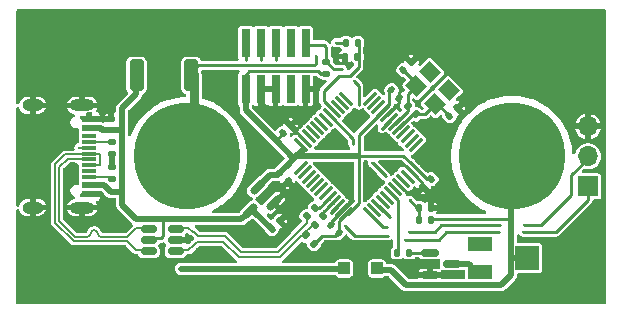
<source format=gbr>
%TF.GenerationSoftware,KiCad,Pcbnew,7.0.6*%
%TF.CreationDate,2024-02-07T16:03:24-05:00*%
%TF.ProjectId,USB_Telegraph,5553425f-5465-46c6-9567-726170682e6b,rev?*%
%TF.SameCoordinates,Original*%
%TF.FileFunction,Copper,L1,Top*%
%TF.FilePolarity,Positive*%
%FSLAX46Y46*%
G04 Gerber Fmt 4.6, Leading zero omitted, Abs format (unit mm)*
G04 Created by KiCad (PCBNEW 7.0.6) date 2024-02-07 16:03:24*
%MOMM*%
%LPD*%
G01*
G04 APERTURE LIST*
G04 Aperture macros list*
%AMRoundRect*
0 Rectangle with rounded corners*
0 $1 Rounding radius*
0 $2 $3 $4 $5 $6 $7 $8 $9 X,Y pos of 4 corners*
0 Add a 4 corners polygon primitive as box body*
4,1,4,$2,$3,$4,$5,$6,$7,$8,$9,$2,$3,0*
0 Add four circle primitives for the rounded corners*
1,1,$1+$1,$2,$3*
1,1,$1+$1,$4,$5*
1,1,$1+$1,$6,$7*
1,1,$1+$1,$8,$9*
0 Add four rect primitives between the rounded corners*
20,1,$1+$1,$2,$3,$4,$5,0*
20,1,$1+$1,$4,$5,$6,$7,0*
20,1,$1+$1,$6,$7,$8,$9,0*
20,1,$1+$1,$8,$9,$2,$3,0*%
%AMRotRect*
0 Rectangle, with rotation*
0 The origin of the aperture is its center*
0 $1 length*
0 $2 width*
0 $3 Rotation angle, in degrees counterclockwise*
0 Add horizontal line*
21,1,$1,$2,0,0,$3*%
G04 Aperture macros list end*
%TA.AperFunction,SMDPad,CuDef*%
%ADD10RoundRect,0.135000X0.226274X0.035355X0.035355X0.226274X-0.226274X-0.035355X-0.035355X-0.226274X0*%
%TD*%
%TA.AperFunction,SMDPad,CuDef*%
%ADD11RoundRect,0.140000X0.219203X0.021213X0.021213X0.219203X-0.219203X-0.021213X-0.021213X-0.219203X0*%
%TD*%
%TA.AperFunction,SMDPad,CuDef*%
%ADD12RoundRect,0.135000X0.135000X0.185000X-0.135000X0.185000X-0.135000X-0.185000X0.135000X-0.185000X0*%
%TD*%
%TA.AperFunction,SMDPad,CuDef*%
%ADD13RoundRect,0.150000X0.512500X0.150000X-0.512500X0.150000X-0.512500X-0.150000X0.512500X-0.150000X0*%
%TD*%
%TA.AperFunction,SMDPad,CuDef*%
%ADD14RoundRect,0.250000X-0.362500X-1.075000X0.362500X-1.075000X0.362500X1.075000X-0.362500X1.075000X0*%
%TD*%
%TA.AperFunction,SMDPad,CuDef*%
%ADD15RoundRect,0.135000X-0.135000X-0.185000X0.135000X-0.185000X0.135000X0.185000X-0.135000X0.185000X0*%
%TD*%
%TA.AperFunction,SMDPad,CuDef*%
%ADD16RoundRect,0.140000X-0.021213X0.219203X-0.219203X0.021213X0.021213X-0.219203X0.219203X-0.021213X0*%
%TD*%
%TA.AperFunction,SMDPad,CuDef*%
%ADD17RoundRect,0.140000X0.021213X-0.219203X0.219203X-0.021213X-0.021213X0.219203X-0.219203X0.021213X0*%
%TD*%
%TA.AperFunction,SMDPad,CuDef*%
%ADD18RoundRect,0.135000X0.185000X-0.135000X0.185000X0.135000X-0.185000X0.135000X-0.185000X-0.135000X0*%
%TD*%
%TA.AperFunction,SMDPad,CuDef*%
%ADD19RoundRect,0.140000X-0.170000X0.140000X-0.170000X-0.140000X0.170000X-0.140000X0.170000X0.140000X0*%
%TD*%
%TA.AperFunction,SMDPad,CuDef*%
%ADD20RotRect,1.400000X1.200000X315.000000*%
%TD*%
%TA.AperFunction,SMDPad,CuDef*%
%ADD21RoundRect,0.150000X-0.587500X-0.150000X0.587500X-0.150000X0.587500X0.150000X-0.587500X0.150000X0*%
%TD*%
%TA.AperFunction,SMDPad,CuDef*%
%ADD22RoundRect,0.150000X0.309359X0.521491X-0.521491X-0.309359X-0.309359X-0.521491X0.521491X0.309359X0*%
%TD*%
%TA.AperFunction,ComponentPad*%
%ADD23C,9.000000*%
%TD*%
%TA.AperFunction,SMDPad,CuDef*%
%ADD24RoundRect,0.135000X0.035355X-0.226274X0.226274X-0.035355X-0.035355X0.226274X-0.226274X0.035355X0*%
%TD*%
%TA.AperFunction,ComponentPad*%
%ADD25R,1.700000X1.700000*%
%TD*%
%TA.AperFunction,ComponentPad*%
%ADD26O,1.700000X1.700000*%
%TD*%
%TA.AperFunction,SMDPad,CuDef*%
%ADD27R,2.000000X1.300000*%
%TD*%
%TA.AperFunction,SMDPad,CuDef*%
%ADD28R,2.000000X2.000000*%
%TD*%
%TA.AperFunction,SMDPad,CuDef*%
%ADD29RoundRect,0.250000X-0.300000X-0.300000X0.300000X-0.300000X0.300000X0.300000X-0.300000X0.300000X0*%
%TD*%
%TA.AperFunction,SMDPad,CuDef*%
%ADD30R,0.740000X2.400000*%
%TD*%
%TA.AperFunction,SMDPad,CuDef*%
%ADD31RoundRect,0.140000X-0.219203X-0.021213X-0.021213X-0.219203X0.219203X0.021213X0.021213X0.219203X0*%
%TD*%
%TA.AperFunction,SMDPad,CuDef*%
%ADD32RoundRect,0.135000X-0.185000X0.135000X-0.185000X-0.135000X0.185000X-0.135000X0.185000X0.135000X0*%
%TD*%
%TA.AperFunction,SMDPad,CuDef*%
%ADD33RoundRect,0.075000X0.415425X0.521491X-0.521491X-0.415425X-0.415425X-0.521491X0.521491X0.415425X0*%
%TD*%
%TA.AperFunction,SMDPad,CuDef*%
%ADD34RoundRect,0.075000X-0.415425X0.521491X-0.521491X0.415425X0.415425X-0.521491X0.521491X-0.415425X0*%
%TD*%
%TA.AperFunction,SMDPad,CuDef*%
%ADD35R,1.240000X0.600000*%
%TD*%
%TA.AperFunction,SMDPad,CuDef*%
%ADD36R,1.240000X0.300000*%
%TD*%
%TA.AperFunction,ComponentPad*%
%ADD37O,2.100000X1.000000*%
%TD*%
%TA.AperFunction,ComponentPad*%
%ADD38O,1.800000X1.000000*%
%TD*%
%TA.AperFunction,ViaPad*%
%ADD39C,0.500000*%
%TD*%
%TA.AperFunction,ViaPad*%
%ADD40C,0.250000*%
%TD*%
%TA.AperFunction,Conductor*%
%ADD41C,0.127000*%
%TD*%
%TA.AperFunction,Conductor*%
%ADD42C,0.254000*%
%TD*%
%TA.AperFunction,Conductor*%
%ADD43C,0.508000*%
%TD*%
%TA.AperFunction,Conductor*%
%ADD44C,0.500000*%
%TD*%
%TA.AperFunction,Conductor*%
%ADD45C,0.250000*%
%TD*%
%TA.AperFunction,Conductor*%
%ADD46C,0.800000*%
%TD*%
%TA.AperFunction,Conductor*%
%ADD47C,0.200000*%
%TD*%
G04 APERTURE END LIST*
D10*
%TO.P,R2,1*%
%TO.N,Net-(U1-PD0)*%
X133911523Y-108936345D03*
%TO.P,R2,2*%
%TO.N,Net-(U1-PD1)*%
X133190275Y-108215097D03*
%TD*%
D11*
%TO.P,C3,1*%
%TO.N,GND*%
X132492348Y-107546179D03*
%TO.P,C3,2*%
%TO.N,+3V3*%
X131813526Y-106867357D03*
%TD*%
D12*
%TO.P,R8,1*%
%TO.N,Net-(D1-A)*%
X135134173Y-117854065D03*
%TO.P,R8,2*%
%TO.N,/SENSE2*%
X134114173Y-117854065D03*
%TD*%
D13*
%TO.P,U4,1,I/O1*%
%TO.N,/USB_ST_DP*%
X113532500Y-120533200D03*
%TO.P,U4,2,GND*%
%TO.N,GND*%
X113532500Y-119583200D03*
%TO.P,U4,3,I/O2*%
%TO.N,/USB_ST_DN*%
X113532500Y-118633200D03*
%TO.P,U4,4,I/O2*%
%TO.N,/USB_DN*%
X111257500Y-118633200D03*
%TO.P,U4,5,VBUS*%
%TO.N,+5V*%
X111257500Y-119583200D03*
%TO.P,U4,6,I/O1*%
%TO.N,/USB_DP*%
X111257500Y-120533200D03*
%TD*%
D14*
%TO.P,R10,1*%
%TO.N,+5V*%
X110234900Y-105638600D03*
%TO.P,R10,2*%
%TO.N,Net-(D1-K)*%
X114859900Y-105638600D03*
%TD*%
D15*
%TO.P,R9,1*%
%TO.N,/SENSE2*%
X134110000Y-116840000D03*
%TO.P,R9,2*%
%TO.N,GND*%
X135130000Y-116840000D03*
%TD*%
D16*
%TO.P,C10,1*%
%TO.N,GND*%
X122347724Y-117957101D03*
%TO.P,C10,2*%
%TO.N,+5V*%
X121668902Y-118635923D03*
%TD*%
D17*
%TO.P,C6,1*%
%TO.N,GND*%
X134509189Y-115071211D03*
%TO.P,C6,2*%
%TO.N,+3V3*%
X135188011Y-114392389D03*
%TD*%
D18*
%TO.P,R1,1*%
%TO.N,+3V3*%
X126288800Y-105486200D03*
%TO.P,R1,2*%
%TO.N,/RST*%
X126288800Y-104466200D03*
%TD*%
%TO.P,R6,1*%
%TO.N,Net-(J1-CC2)*%
X108127800Y-114429000D03*
%TO.P,R6,2*%
%TO.N,GND*%
X108127800Y-113409000D03*
%TD*%
D19*
%TO.P,C7,1*%
%TO.N,GND*%
X108102400Y-109298800D03*
%TO.P,C7,2*%
%TO.N,+5V*%
X108102400Y-110258800D03*
%TD*%
D20*
%TO.P,Y1,1,1*%
%TO.N,Net-(U1-PD1)*%
X133910377Y-106526890D03*
%TO.P,Y1,2,2*%
%TO.N,Net-(U1-PD0)*%
X135466012Y-108082525D03*
%TO.P,Y1,3*%
%TO.N,N/C*%
X136668093Y-106880444D03*
%TO.P,Y1,4*%
X135112458Y-105324809D03*
%TD*%
D21*
%TO.P,Q1,1,G*%
%TO.N,Net-(Q1-G)*%
X135036960Y-120642859D03*
%TO.P,Q1,2,S*%
%TO.N,GND*%
X135036960Y-122542859D03*
%TO.P,Q1,3,D*%
%TO.N,Net-(Q1-D)*%
X136911960Y-121592859D03*
%TD*%
D16*
%TO.P,C2,1*%
%TO.N,GND*%
X133507977Y-104514508D03*
%TO.P,C2,2*%
%TO.N,Net-(U1-PD1)*%
X132829155Y-105193330D03*
%TD*%
D22*
%TO.P,U2,1,GND*%
%TO.N,GND*%
X121842211Y-116420822D03*
%TO.P,U2,2,VO*%
%TO.N,+3V3*%
X120498708Y-115077319D03*
%TO.P,U2,3,VI*%
%TO.N,+5V*%
X119844634Y-117074896D03*
%TD*%
D15*
%TO.P,R12,1*%
%TO.N,Net-(D1-K)*%
X127963200Y-102870000D03*
%TO.P,R12,2*%
%TO.N,/SENSE1*%
X128983200Y-102870000D03*
%TD*%
D23*
%TO.P,J4,1,Pin_1*%
%TO.N,Net-(D1-K)*%
X114500000Y-112500000D03*
%TD*%
D16*
%TO.P,C5,1*%
%TO.N,GND*%
X123275411Y-109871189D03*
%TO.P,C5,2*%
%TO.N,+3V3*%
X122596589Y-110550011D03*
%TD*%
D24*
%TO.P,R3,1*%
%TO.N,/USB_ST_DN*%
X124629551Y-117568011D03*
%TO.P,R3,2*%
%TO.N,Net-(U1-PA11)*%
X125350799Y-116846763D03*
%TD*%
D10*
%TO.P,R7,1*%
%TO.N,+3V3*%
X125272497Y-119906754D03*
%TO.P,R7,2*%
%TO.N,/USB_ST_DP*%
X124551249Y-119185506D03*
%TD*%
D12*
%TO.P,R13,1*%
%TO.N,/SENSE1*%
X128932400Y-104038400D03*
%TO.P,R13,2*%
%TO.N,GND*%
X127912400Y-104038400D03*
%TD*%
D25*
%TO.P,J5,1,Pin_1*%
%TO.N,/SWDIO*%
X148442255Y-115032501D03*
D26*
%TO.P,J5,2,Pin_2*%
%TO.N,/SWDCLK*%
X148442255Y-112492501D03*
%TO.P,J5,3,Pin_3*%
%TO.N,GND*%
X148442255Y-109952501D03*
%TD*%
D27*
%TO.P,RV1,1,1*%
%TO.N,unconnected-(RV1-Pad1)*%
X139316961Y-119947819D03*
D28*
%TO.P,RV1,2,2*%
%TO.N,Net-(D1-A)*%
X143316961Y-121097819D03*
D27*
%TO.P,RV1,3,3*%
%TO.N,Net-(Q1-D)*%
X139316961Y-122247819D03*
%TD*%
D29*
%TO.P,D1,1,K*%
%TO.N,Net-(D1-K)*%
X127791688Y-121969758D03*
%TO.P,D1,2,A*%
%TO.N,Net-(D1-A)*%
X130591688Y-121969758D03*
%TD*%
D30*
%TO.P,J2,1,Pin_1*%
%TO.N,+3V3*%
X119454638Y-106788926D03*
%TO.P,J2,2,Pin_2*%
%TO.N,/SWDIO*%
X119454638Y-102888926D03*
%TO.P,J2,3,Pin_3*%
%TO.N,GND*%
X120724638Y-106788926D03*
%TO.P,J2,4,Pin_4*%
%TO.N,/SWDCLK*%
X120724638Y-102888926D03*
%TO.P,J2,5,Pin_5*%
%TO.N,GND*%
X121994638Y-106788926D03*
%TO.P,J2,6,Pin_6*%
%TO.N,/SWO*%
X121994638Y-102888926D03*
%TO.P,J2,7,Pin_7*%
%TO.N,unconnected-(J2-Pin_7-Pad7)*%
X123264638Y-106788926D03*
%TO.P,J2,8,Pin_8*%
%TO.N,unconnected-(J2-Pin_8-Pad8)*%
X123264638Y-102888926D03*
%TO.P,J2,9,Pin_9*%
%TO.N,GND*%
X124534638Y-106788926D03*
%TO.P,J2,10,Pin_10*%
%TO.N,/RST*%
X124534638Y-102888926D03*
%TD*%
D11*
%TO.P,C8,1*%
%TO.N,GND*%
X123021411Y-114614011D03*
%TO.P,C8,2*%
%TO.N,+3V3*%
X122342589Y-113935189D03*
%TD*%
D31*
%TO.P,C4,1*%
%TO.N,GND*%
X126660589Y-118278589D03*
%TO.P,C4,2*%
%TO.N,+3V3*%
X127339411Y-118957411D03*
%TD*%
D32*
%TO.P,R5,1*%
%TO.N,Net-(J1-CC1)*%
X108129249Y-111299008D03*
%TO.P,R5,2*%
%TO.N,GND*%
X108129249Y-112319008D03*
%TD*%
D15*
%TO.P,R11,1*%
%TO.N,/SOUNDER*%
X132300229Y-120642859D03*
%TO.P,R11,2*%
%TO.N,Net-(Q1-G)*%
X133320229Y-120642859D03*
%TD*%
D16*
%TO.P,C1,1*%
%TO.N,GND*%
X137398544Y-108405075D03*
%TO.P,C1,2*%
%TO.N,Net-(U1-PD0)*%
X136719722Y-109083897D03*
%TD*%
D24*
%TO.P,R4,1*%
%TO.N,/USB_ST_DP*%
X125335511Y-118266767D03*
%TO.P,R4,2*%
%TO.N,Net-(U1-PA12)*%
X126056759Y-117545519D03*
%TD*%
D33*
%TO.P,U1,1,VBAT*%
%TO.N,unconnected-(U1-VBAT-Pad1)*%
X133887876Y-111501212D03*
%TO.P,U1,2,PC13*%
%TO.N,unconnected-(U1-PC13-Pad2)*%
X133534322Y-111147658D03*
%TO.P,U1,3,PC14*%
%TO.N,unconnected-(U1-PC14-Pad3)*%
X133180769Y-110794105D03*
%TO.P,U1,4,PC15*%
%TO.N,unconnected-(U1-PC15-Pad4)*%
X132827215Y-110440551D03*
%TO.P,U1,5,PD0*%
%TO.N,Net-(U1-PD0)*%
X132473662Y-110086998D03*
%TO.P,U1,6,PD1*%
%TO.N,Net-(U1-PD1)*%
X132120109Y-109733445D03*
%TO.P,U1,7,NRST*%
%TO.N,/RST*%
X131766555Y-109379891D03*
%TO.P,U1,8,VSSA*%
%TO.N,GND*%
X131413002Y-109026338D03*
%TO.P,U1,9,VDDA*%
%TO.N,+3V3*%
X131059449Y-108672785D03*
%TO.P,U1,10,PA0*%
%TO.N,unconnected-(U1-PA0-Pad10)*%
X130705895Y-108319231D03*
%TO.P,U1,11,PA1*%
%TO.N,unconnected-(U1-PA1-Pad11)*%
X130352342Y-107965678D03*
%TO.P,U1,12,PA2*%
%TO.N,unconnected-(U1-PA2-Pad12)*%
X129998788Y-107612124D03*
D34*
%TO.P,U1,13,PA3*%
%TO.N,unconnected-(U1-PA3-Pad13)*%
X128001212Y-107612124D03*
%TO.P,U1,14,PA4*%
%TO.N,unconnected-(U1-PA4-Pad14)*%
X127647658Y-107965678D03*
%TO.P,U1,15,PA5*%
%TO.N,unconnected-(U1-PA5-Pad15)*%
X127294105Y-108319231D03*
%TO.P,U1,16,PA6*%
%TO.N,/SENSE1*%
X126940551Y-108672785D03*
%TO.P,U1,17,PA7*%
%TO.N,/SENSE2*%
X126586998Y-109026338D03*
%TO.P,U1,18,PB0*%
%TO.N,unconnected-(U1-PB0-Pad18)*%
X126233445Y-109379891D03*
%TO.P,U1,19,PB1*%
%TO.N,unconnected-(U1-PB1-Pad19)*%
X125879891Y-109733445D03*
%TO.P,U1,20,PB2*%
%TO.N,unconnected-(U1-PB2-Pad20)*%
X125526338Y-110086998D03*
%TO.P,U1,21,PB10*%
%TO.N,unconnected-(U1-PB10-Pad21)*%
X125172785Y-110440551D03*
%TO.P,U1,22,PB11*%
%TO.N,unconnected-(U1-PB11-Pad22)*%
X124819231Y-110794105D03*
%TO.P,U1,23,VSS*%
%TO.N,GND*%
X124465678Y-111147658D03*
%TO.P,U1,24,VDD*%
%TO.N,+3V3*%
X124112124Y-111501212D03*
D33*
%TO.P,U1,25,PB12*%
%TO.N,unconnected-(U1-PB12-Pad25)*%
X124112124Y-113498788D03*
%TO.P,U1,26,PB13*%
%TO.N,unconnected-(U1-PB13-Pad26)*%
X124465678Y-113852342D03*
%TO.P,U1,27,PB14*%
%TO.N,unconnected-(U1-PB14-Pad27)*%
X124819231Y-114205895D03*
%TO.P,U1,28,PB15*%
%TO.N,unconnected-(U1-PB15-Pad28)*%
X125172785Y-114559449D03*
%TO.P,U1,29,PA8*%
%TO.N,unconnected-(U1-PA8-Pad29)*%
X125526338Y-114913002D03*
%TO.P,U1,30,PA9*%
%TO.N,unconnected-(U1-PA9-Pad30)*%
X125879891Y-115266555D03*
%TO.P,U1,31,PA10*%
%TO.N,unconnected-(U1-PA10-Pad31)*%
X126233445Y-115620109D03*
%TO.P,U1,32,PA11*%
%TO.N,Net-(U1-PA11)*%
X126586998Y-115973662D03*
%TO.P,U1,33,PA12*%
%TO.N,Net-(U1-PA12)*%
X126940551Y-116327215D03*
%TO.P,U1,34,PA13*%
%TO.N,/SWDIO*%
X127294105Y-116680769D03*
%TO.P,U1,35,VSS*%
%TO.N,GND*%
X127647658Y-117034322D03*
%TO.P,U1,36,VDD*%
%TO.N,+3V3*%
X128001212Y-117387876D03*
D34*
%TO.P,U1,37,PA14*%
%TO.N,/SWDCLK*%
X129998788Y-117387876D03*
%TO.P,U1,38,PA15*%
%TO.N,unconnected-(U1-PA15-Pad38)*%
X130352342Y-117034322D03*
%TO.P,U1,39,PB3*%
%TO.N,/SWO*%
X130705895Y-116680769D03*
%TO.P,U1,40,PB4*%
%TO.N,unconnected-(U1-PB4-Pad40)*%
X131059449Y-116327215D03*
%TO.P,U1,41,PB5*%
%TO.N,unconnected-(U1-PB5-Pad41)*%
X131413002Y-115973662D03*
%TO.P,U1,42,PB6*%
%TO.N,/SOUNDER*%
X131766555Y-115620109D03*
%TO.P,U1,43,PB7*%
%TO.N,unconnected-(U1-PB7-Pad43)*%
X132120109Y-115266555D03*
%TO.P,U1,44,BOOT0*%
%TO.N,GND*%
X132473662Y-114913002D03*
%TO.P,U1,45,PB8*%
%TO.N,unconnected-(U1-PB8-Pad45)*%
X132827215Y-114559449D03*
%TO.P,U1,46,PB9*%
%TO.N,unconnected-(U1-PB9-Pad46)*%
X133180769Y-114205895D03*
%TO.P,U1,47,VSS*%
%TO.N,GND*%
X133534322Y-113852342D03*
%TO.P,U1,48,VDD*%
%TO.N,+3V3*%
X133887876Y-113498788D03*
%TD*%
D35*
%TO.P,J1,A1,GND*%
%TO.N,GND*%
X106225000Y-109300000D03*
%TO.P,J1,A4,VBUS*%
%TO.N,+5V*%
X106225000Y-110100000D03*
D36*
%TO.P,J1,A5,CC1*%
%TO.N,Net-(J1-CC1)*%
X106225000Y-111250000D03*
%TO.P,J1,A6,D+*%
%TO.N,/USB_DP*%
X106225000Y-112250000D03*
%TO.P,J1,A7,D-*%
%TO.N,/USB_DN*%
X106225000Y-112750000D03*
%TO.P,J1,A8,SBU1*%
%TO.N,unconnected-(J1-SBU1-PadA8)*%
X106225000Y-113750000D03*
D35*
%TO.P,J1,A9,VBUS*%
%TO.N,+5V*%
X106225000Y-114900000D03*
%TO.P,J1,A12,GND*%
%TO.N,GND*%
X106225000Y-115700000D03*
%TO.P,J1,B1,GND*%
X106225000Y-115700000D03*
%TO.P,J1,B4,VBUS*%
%TO.N,+5V*%
X106225000Y-114900000D03*
D36*
%TO.P,J1,B5,CC2*%
%TO.N,Net-(J1-CC2)*%
X106225000Y-114250000D03*
%TO.P,J1,B6,D+*%
%TO.N,/USB_DP*%
X106225000Y-113250000D03*
%TO.P,J1,B7,D-*%
%TO.N,/USB_DN*%
X106225000Y-111750000D03*
%TO.P,J1,B8,SBU2*%
%TO.N,unconnected-(J1-SBU2-PadB8)*%
X106225000Y-110750000D03*
D35*
%TO.P,J1,B9,VBUS*%
%TO.N,+5V*%
X106225000Y-110100000D03*
%TO.P,J1,B12,GND*%
%TO.N,GND*%
X106225000Y-109300000D03*
D37*
%TO.P,J1,S1,SHIELD*%
X105625000Y-108180000D03*
D38*
X101425000Y-108180000D03*
D37*
X105625000Y-116820000D03*
D38*
X101425000Y-116820000D03*
%TD*%
D23*
%TO.P,J3,1,Pin_1*%
%TO.N,Net-(D1-A)*%
X142000000Y-112500000D03*
%TD*%
D39*
%TO.N,GND*%
X133527800Y-122555000D03*
X121298633Y-100797092D03*
X106058633Y-105877092D03*
X108598633Y-100797092D03*
X103518633Y-103337092D03*
D40*
X123254986Y-117096302D03*
X125679200Y-111760000D03*
X132613400Y-106908600D03*
X124011565Y-109977141D03*
D39*
X139078633Y-100797092D03*
D40*
X131858371Y-113724121D03*
D39*
X111138633Y-103337092D03*
D40*
X127025400Y-103936800D03*
X123901200Y-114833400D03*
D39*
X111273135Y-121930514D03*
X100978633Y-105877092D03*
X128473200Y-116230400D03*
D40*
X129717800Y-114147600D03*
X127482600Y-113538000D03*
D39*
X107684676Y-118439330D03*
D40*
X117526601Y-116988220D03*
D39*
X144158633Y-103337092D03*
X149373135Y-121930514D03*
X129032000Y-124460000D03*
D40*
X123037564Y-115460650D03*
D39*
X116218633Y-103337092D03*
D40*
X120866302Y-111663232D03*
D39*
X136899438Y-115423821D03*
X116218633Y-100797092D03*
D40*
X124290178Y-108782171D03*
X126136400Y-113792000D03*
X125145800Y-116103400D03*
D39*
X100978633Y-113497092D03*
X106172000Y-124460000D03*
D40*
X124344164Y-116882539D03*
D39*
X118872000Y-124460000D03*
X114860178Y-119442690D03*
X131458633Y-100797092D03*
X116332000Y-124460000D03*
X138553104Y-116980213D03*
X133998633Y-100797092D03*
D40*
X124655258Y-109195287D03*
D39*
X131458633Y-103337092D03*
D40*
X123527539Y-115941018D03*
D39*
X113678633Y-100797092D03*
X121412000Y-124460000D03*
X146698633Y-103337092D03*
X108712000Y-124460000D03*
X123838633Y-100797092D03*
X141732000Y-124460000D03*
X109370767Y-118309630D03*
X108733135Y-121930514D03*
X100976711Y-100792982D03*
X113678633Y-103337092D03*
D40*
X121785061Y-119776754D03*
D39*
X103518633Y-100797092D03*
X107137200Y-115700000D03*
D40*
X130606800Y-115036600D03*
D39*
X131458633Y-105877092D03*
X118383946Y-108455521D03*
X144158633Y-100797092D03*
X146833135Y-119390514D03*
X128918633Y-100797092D03*
D40*
X124282200Y-115214400D03*
D39*
X136023968Y-113640456D03*
D40*
X120304271Y-112744059D03*
D39*
X131572000Y-124460000D03*
D40*
X129692400Y-115798600D03*
X128447800Y-114579400D03*
D39*
X139078633Y-103337092D03*
X123952000Y-124460000D03*
D40*
X123959870Y-116450208D03*
X132377168Y-113032392D03*
D39*
X149238633Y-103337092D03*
D40*
X120333093Y-111173257D03*
D39*
X101092000Y-124460000D03*
D40*
X120098970Y-118674310D03*
X128659122Y-110114158D03*
X123146903Y-118522994D03*
X137795000Y-108000800D03*
D39*
X136652000Y-124460000D03*
X103632000Y-124460000D03*
X108598633Y-103337092D03*
X149238633Y-105877092D03*
X110116538Y-109100982D03*
X144272000Y-124460000D03*
X126378633Y-100797092D03*
D40*
X122163294Y-112945814D03*
D39*
X126492000Y-124460000D03*
X149373135Y-119390514D03*
X106058633Y-100797092D03*
X141618633Y-100797092D03*
D40*
X119536940Y-114286151D03*
D39*
X135959119Y-111857091D03*
D40*
X121884681Y-110082822D03*
X121096878Y-109352663D03*
D39*
X116262089Y-105877091D03*
X141618633Y-103337092D03*
D40*
X119645023Y-119776754D03*
D39*
X139078633Y-105877092D03*
X103551057Y-110957092D03*
X144158633Y-105877092D03*
X136538633Y-103337092D03*
X111138633Y-100797092D03*
D40*
X129610250Y-111324684D03*
X119742241Y-112153207D03*
D39*
X121996200Y-108585000D03*
X111252000Y-124460000D03*
X146812000Y-124460000D03*
D40*
X128594273Y-108730699D03*
X129415701Y-109400812D03*
D39*
X135959119Y-110041301D03*
D40*
X128016000Y-115646200D03*
D39*
X103518633Y-105877092D03*
D40*
X130993709Y-111000436D03*
X126568200Y-110921800D03*
X120482007Y-108680149D03*
D39*
X134112000Y-124460000D03*
D40*
X127482600Y-115138200D03*
D39*
X107911650Y-116882938D03*
X106193135Y-121930514D03*
D40*
X130215514Y-110265474D03*
X127482600Y-111846609D03*
D39*
X118758633Y-100797092D03*
D40*
X108129249Y-112929849D03*
D39*
X149238633Y-100797092D03*
X103518633Y-108417092D03*
D40*
X130972093Y-112967542D03*
D39*
X112464447Y-105469924D03*
X101113135Y-121930514D03*
X146698633Y-100797092D03*
X100978633Y-103337092D03*
D40*
X127000000Y-111353600D03*
D39*
X103653135Y-121930514D03*
X149352000Y-124460000D03*
X100978633Y-110957092D03*
X118402127Y-105920325D03*
D40*
X124764800Y-115697000D03*
X123050829Y-109060784D03*
X117137503Y-118674310D03*
D39*
X103653135Y-119390514D03*
D40*
X125425200Y-113080800D03*
X128524000Y-113080800D03*
X120923946Y-113277267D03*
D39*
X139192000Y-124460000D03*
X101113135Y-119390514D03*
D40*
X127816077Y-109530511D03*
D39*
X146698633Y-105877092D03*
X136538633Y-100797092D03*
D40*
X130301980Y-111951564D03*
D39*
X148150851Y-107674290D03*
X135991600Y-116840000D03*
D40*
X121471565Y-112268495D03*
X126898400Y-114528600D03*
D39*
X113792000Y-124460000D03*
X146833135Y-121930514D03*
D40*
X133985000Y-104038400D03*
X131879988Y-111865098D03*
D39*
X107289600Y-109296200D03*
D40*
X119169459Y-116188407D03*
D39*
X108598633Y-105877092D03*
X106058633Y-103337092D03*
X141618633Y-105877092D03*
X133998633Y-103337092D03*
D40*
%TO.N,Net-(D1-K)*%
X125450600Y-103962200D03*
X127101600Y-102870000D03*
D39*
X113995200Y-122021600D03*
D40*
%TO.N,/USB_DN*%
X105359200Y-111760000D03*
X105359200Y-112750600D03*
%TO.N,/SWDIO*%
X140893800Y-118897400D03*
X119456200Y-104317800D03*
X127914400Y-118414800D03*
X132994400Y-119532400D03*
X126673962Y-117318438D03*
X131495800Y-119227600D03*
X142976600Y-118897400D03*
%TO.N,/SWDCLK*%
X143002000Y-118338600D03*
X140970000Y-118338600D03*
X133324600Y-118922800D03*
X131470400Y-118491000D03*
X120726200Y-104317800D03*
%TO.N,/SWO*%
X131648200Y-117602000D03*
X121996200Y-104292400D03*
%TO.N,/RST*%
X127660400Y-105130600D03*
X128676400Y-106146600D03*
X129057400Y-108153200D03*
X131013200Y-110134400D03*
%TO.N,/SENSE2*%
X131343400Y-114173000D03*
X130200400Y-113055400D03*
X133375400Y-116205000D03*
X128549400Y-111429800D03*
%TD*%
D41*
%TO.N,GND*%
X108129249Y-112929849D02*
X108129249Y-112319008D01*
X108178392Y-112319008D02*
X108178600Y-112318800D01*
D42*
X124534638Y-108256362D02*
X124534638Y-106788926D01*
D43*
X135036960Y-122542859D02*
X133539941Y-122542859D01*
D42*
X127912400Y-104038400D02*
X127810800Y-103936800D01*
X137398544Y-108397256D02*
X137795000Y-108000800D01*
X134509189Y-114827209D02*
X133534322Y-113852342D01*
X120724638Y-106788926D02*
X120724638Y-107897638D01*
X132492348Y-107546179D02*
X132492348Y-107029652D01*
X132492348Y-107029652D02*
X132613400Y-106908600D01*
D41*
X108129249Y-112319008D02*
X108178392Y-112319008D01*
D42*
X121994638Y-108561162D02*
X121970800Y-108585000D01*
X121996200Y-108585000D02*
X121996200Y-108635800D01*
X134509189Y-115071211D02*
X134509189Y-114827209D01*
X124290178Y-108782171D02*
X124534638Y-108256362D01*
X121842211Y-116409789D02*
X121894600Y-116357400D01*
X132492348Y-107946992D02*
X132492348Y-107546179D01*
X135130000Y-116840000D02*
X135991600Y-116840000D01*
X123275411Y-109871189D02*
X123275411Y-109957391D01*
X133507977Y-104514508D02*
X133508892Y-104514508D01*
X126660589Y-118021391D02*
X126660589Y-118278589D01*
D43*
X107137200Y-115700000D02*
X106225000Y-115700000D01*
D42*
X121996200Y-108562724D02*
X121994638Y-108561162D01*
X137398544Y-108405075D02*
X137398544Y-108397256D01*
X126660589Y-118278589D02*
X126660589Y-118053919D01*
X128484108Y-116230400D02*
X128447800Y-116266708D01*
D44*
X107289600Y-109296200D02*
X108099800Y-109296200D01*
D42*
X113700912Y-119430800D02*
X114848288Y-119430800D01*
X121842211Y-116420822D02*
X122110422Y-116420822D01*
X128473200Y-116241308D02*
X128473200Y-116230400D01*
X121842211Y-116420822D02*
X121842211Y-116409789D01*
X127647658Y-117034322D02*
X126660589Y-118021391D01*
X127810800Y-103936800D02*
X127025400Y-103936800D01*
X124206000Y-108585000D02*
X124290178Y-108782171D01*
X108099800Y-109296200D02*
X108102400Y-109298800D01*
X121996200Y-108635800D02*
X123231589Y-109871189D01*
X121994638Y-106788926D02*
X121994638Y-108561162D01*
X131413002Y-109026338D02*
X132492348Y-107946992D01*
X132473662Y-114913002D02*
X133181460Y-115620800D01*
X121996200Y-108585000D02*
X121996200Y-108562724D01*
X126660589Y-118053919D02*
X128473200Y-116241308D01*
X123275411Y-109957391D02*
X124465678Y-111147658D01*
X128473200Y-116230400D02*
X128484108Y-116230400D01*
D44*
X106225000Y-109300000D02*
X107285800Y-109300000D01*
D42*
X121996200Y-108585000D02*
X124206000Y-108585000D01*
X133959600Y-115620800D02*
X134509189Y-115071211D01*
D41*
X108127800Y-113409000D02*
X108127800Y-112931298D01*
D42*
X123231589Y-109871189D02*
X123275411Y-109871189D01*
X133508892Y-104514508D02*
X133985000Y-104038400D01*
X121412000Y-108585000D02*
X121970800Y-108585000D01*
D41*
X108127800Y-112931298D02*
X108129249Y-112929849D01*
D42*
X107285800Y-109300000D02*
X107289600Y-109296200D01*
X120724638Y-107897638D02*
X121412000Y-108585000D01*
X133181460Y-115620800D02*
X133959600Y-115620800D01*
X121970800Y-108585000D02*
X121996200Y-108585000D01*
D43*
X133539941Y-122542859D02*
X133527800Y-122555000D01*
D42*
%TO.N,Net-(U1-PD0)*%
X135718350Y-108082525D02*
X136719722Y-109083897D01*
X135466012Y-108082525D02*
X135718350Y-108082525D01*
X133911523Y-108936345D02*
X133624315Y-108936345D01*
X133624315Y-108936345D02*
X132473662Y-110086998D01*
X133911523Y-108936345D02*
X134612192Y-108936345D01*
X134612192Y-108936345D02*
X135466012Y-108082525D01*
%TO.N,Net-(U1-PD1)*%
X133910377Y-106274552D02*
X132829155Y-105193330D01*
X133190275Y-107246992D02*
X133910377Y-106526890D01*
X133190275Y-108215097D02*
X133190275Y-107246992D01*
X133910377Y-106526890D02*
X133910377Y-106274552D01*
X133190275Y-108215097D02*
X133190275Y-108663279D01*
X133190275Y-108663279D02*
X132120109Y-109733445D01*
D43*
%TO.N,+3V3*%
X120498708Y-115077319D02*
X120507681Y-115077319D01*
D42*
X131629386Y-108102848D02*
X131629386Y-107051497D01*
X127346792Y-118042296D02*
X128001212Y-117387876D01*
D43*
X123746303Y-112448297D02*
X124282200Y-111912400D01*
D42*
X129070527Y-112425109D02*
X129050200Y-112445436D01*
D43*
X120507681Y-115077319D02*
X121539246Y-114045754D01*
D42*
X127339411Y-118957411D02*
X127069222Y-119227600D01*
D43*
X129070527Y-112425109D02*
X125023188Y-112425109D01*
X119454638Y-108583438D02*
X119454638Y-106788926D01*
D42*
X125607326Y-105261926D02*
X119782074Y-105261926D01*
X129050200Y-116469402D02*
X128131726Y-117387876D01*
X127069222Y-119227600D02*
X125951651Y-119227600D01*
D43*
X122179811Y-114045754D02*
X122179811Y-114014789D01*
D42*
X129070527Y-110661707D02*
X131059449Y-108672785D01*
D45*
X122596589Y-110550011D02*
X122596589Y-110562226D01*
D43*
X123012200Y-113182400D02*
X123746303Y-112448297D01*
D42*
X132814197Y-112425109D02*
X133887876Y-113498788D01*
X129070527Y-112425109D02*
X129070527Y-110661707D01*
D43*
X122179811Y-114014789D02*
X123012200Y-113182400D01*
D42*
X129070527Y-112425109D02*
X132814197Y-112425109D01*
X128131726Y-117387876D02*
X128001212Y-117387876D01*
X126288800Y-105486200D02*
X125831600Y-105486200D01*
X133920388Y-113498788D02*
X134813989Y-114392389D01*
D43*
X125023188Y-112425109D02*
X125000000Y-112448297D01*
X123499902Y-112628702D02*
X122015007Y-111143808D01*
D45*
X122596589Y-110562226D02*
X122015007Y-111143808D01*
D43*
X123746303Y-112448297D02*
X123565899Y-112628702D01*
D42*
X127339411Y-118957411D02*
X127346792Y-118950030D01*
X134813989Y-114392389D02*
X135188011Y-114392389D01*
X131059449Y-108672785D02*
X131629386Y-108102848D01*
D43*
X125000000Y-112448297D02*
X123746303Y-112448297D01*
D42*
X131629386Y-107051497D02*
X131813526Y-106867357D01*
X127346792Y-118950030D02*
X127346792Y-118042296D01*
D43*
X122015007Y-111143808D02*
X119454638Y-108583438D01*
D42*
X125951651Y-119227600D02*
X125272497Y-119906754D01*
X125831600Y-105486200D02*
X125607326Y-105261926D01*
X119454638Y-105589362D02*
X119454638Y-106788926D01*
X129050200Y-112445436D02*
X129050200Y-116469402D01*
X133887876Y-113498788D02*
X133920388Y-113498788D01*
X119782074Y-105261926D02*
X119454638Y-105589362D01*
D43*
X121539246Y-114045754D02*
X122179811Y-114045754D01*
X123565899Y-112628702D02*
X123499902Y-112628702D01*
%TO.N,+5V*%
X108102400Y-110258800D02*
X108841600Y-110258800D01*
X119844634Y-117074896D02*
X120107875Y-117074896D01*
D42*
X112497978Y-119214090D02*
X112497978Y-118135482D01*
D43*
X110192800Y-117812800D02*
X112499076Y-117812800D01*
X106225000Y-110100000D02*
X107179000Y-110100000D01*
X110215964Y-105657536D02*
X110234900Y-105638600D01*
X108991400Y-115519200D02*
X109016800Y-115493800D01*
X112499076Y-117812800D02*
X119106730Y-117812800D01*
X107337800Y-110258800D02*
X108102400Y-110258800D01*
X107445828Y-114900000D02*
X108065028Y-115519200D01*
X108065028Y-115519200D02*
X108991400Y-115519200D01*
D42*
X111824882Y-119442690D02*
X112269378Y-119442690D01*
D43*
X109016800Y-116636800D02*
X110192800Y-117812800D01*
D42*
X111425912Y-119430800D02*
X111812992Y-119430800D01*
D43*
X120107875Y-117074896D02*
X121668902Y-118635923D01*
D42*
X112497978Y-118135482D02*
X112499076Y-118134384D01*
D43*
X106225000Y-114900000D02*
X107445828Y-114900000D01*
X107179000Y-110100000D02*
X107337800Y-110258800D01*
X109016800Y-108407200D02*
X110215964Y-107208036D01*
D42*
X112499076Y-118134384D02*
X112499076Y-117812800D01*
D43*
X119106730Y-117812800D02*
X119844634Y-117074896D01*
X109016800Y-115493800D02*
X109016800Y-108407200D01*
X109016800Y-115493800D02*
X109016800Y-116636800D01*
D42*
X112269378Y-119442690D02*
X112497978Y-119214090D01*
X111812992Y-119430800D02*
X111824882Y-119442690D01*
D43*
X110215964Y-107208036D02*
X110215964Y-105657536D01*
D42*
%TO.N,Net-(D1-K)*%
X125298200Y-104775000D02*
X115401208Y-104775000D01*
X125450600Y-104622600D02*
X125298200Y-104775000D01*
X127101600Y-102870000D02*
X127963200Y-102870000D01*
D43*
X114015800Y-122042200D02*
X127719246Y-122042200D01*
X115077149Y-108128193D02*
X114000000Y-109205342D01*
D42*
X115401208Y-104775000D02*
X115077149Y-105099059D01*
D46*
X115077149Y-105537000D02*
X115077149Y-108128193D01*
D43*
X114000000Y-109205342D02*
X114000000Y-112500000D01*
D42*
X125450600Y-103962200D02*
X125450600Y-104622600D01*
D43*
X127719246Y-122042200D02*
X127791688Y-121969758D01*
X113995200Y-122021600D02*
X114015800Y-122042200D01*
%TO.N,Net-(D1-A)*%
X141947590Y-112500000D02*
X141947590Y-117830600D01*
D42*
X135233838Y-117754400D02*
X141871390Y-117754400D01*
D43*
X133045200Y-123393200D02*
X131775200Y-122123200D01*
X131775200Y-122123200D02*
X130745130Y-122123200D01*
D42*
X141871390Y-117754400D02*
X141947590Y-117830600D01*
D43*
X143316961Y-121097819D02*
X141951996Y-121097819D01*
X141947590Y-122517210D02*
X141071600Y-123393200D01*
X141951996Y-121097819D02*
X141947590Y-121093413D01*
X141071600Y-123393200D02*
X133045200Y-123393200D01*
X141947590Y-117830600D02*
X141947590Y-120555797D01*
D42*
X135134173Y-117854065D02*
X135233838Y-117754400D01*
D43*
X141947590Y-121093413D02*
X141947590Y-122517210D01*
X141947590Y-118999000D02*
X141947590Y-121093413D01*
X130745130Y-122123200D02*
X130591688Y-121969758D01*
D41*
%TO.N,Net-(J1-CC1)*%
X106230913Y-111255913D02*
X108086154Y-111255913D01*
X108086154Y-111255913D02*
X108129249Y-111299008D01*
X106225000Y-111250000D02*
X106230913Y-111255913D01*
%TO.N,/USB_DP*%
X106225000Y-112250000D02*
X105294999Y-112250000D01*
X104172700Y-112311500D02*
X103316500Y-113167700D01*
X107111800Y-113207800D02*
X107069600Y-113250000D01*
X103316500Y-113167700D02*
X103316500Y-118111880D01*
X107111800Y-112344200D02*
X107111800Y-113207800D01*
X109423200Y-119695500D02*
X110159300Y-120431600D01*
X107017600Y-112250000D02*
X107111800Y-112344200D01*
X103316500Y-118111880D02*
X104900120Y-119695500D01*
X107069600Y-113250000D02*
X106225000Y-113250000D01*
X104900120Y-119695500D02*
X109423200Y-119695500D01*
X105294999Y-112250000D02*
X105233499Y-112311500D01*
X105233499Y-112311500D02*
X104172700Y-112311500D01*
X110159300Y-120431600D02*
X111359100Y-120431600D01*
X106225000Y-112250000D02*
X107017600Y-112250000D01*
%TO.N,/USB_DN*%
X105294999Y-112750000D02*
X105233499Y-112688500D01*
X105056280Y-119318500D02*
X106045000Y-119318500D01*
X110210100Y-118531600D02*
X111359100Y-118531600D01*
X103693500Y-117955720D02*
X105056280Y-119318500D01*
X107245000Y-119318500D02*
X107895000Y-119318500D01*
X106225000Y-112750000D02*
X105428600Y-112750000D01*
X103693500Y-113392968D02*
X103693500Y-117955720D01*
X105233499Y-112688500D02*
X104397968Y-112688500D01*
X105428600Y-112750000D02*
X105359200Y-112750600D01*
X105427400Y-112750000D02*
X105428000Y-112750000D01*
X105470800Y-111750000D02*
X106225000Y-111750000D01*
X106225000Y-112750000D02*
X105294999Y-112750000D01*
X109423200Y-119318500D02*
X110210100Y-118531600D01*
X105359200Y-112750600D02*
X105427400Y-112750000D01*
X104397968Y-112688500D02*
X103693500Y-113392968D01*
X107895000Y-119318500D02*
X109423200Y-119318500D01*
X106948439Y-119026061D02*
G75*
G03*
X106648403Y-118726061I-300039J-39D01*
G01*
X106045000Y-119318500D02*
G75*
G03*
X106345000Y-119018500I0J300000D01*
G01*
X106945000Y-119018500D02*
G75*
G03*
X107245000Y-119318500I300000J0D01*
G01*
X106648403Y-118726103D02*
G75*
G03*
X106348403Y-119026061I-3J-299997D01*
G01*
%TO.N,Net-(J1-CC2)*%
X108127800Y-114427000D02*
X107950800Y-114250000D01*
X108127800Y-114429000D02*
X108127800Y-114427000D01*
X107950800Y-114250000D02*
X106225000Y-114250000D01*
D42*
%TO.N,/SWDIO*%
X127294105Y-116680769D02*
X127294105Y-116698295D01*
X135813227Y-119532400D02*
X136448227Y-118897400D01*
X148442255Y-116200345D02*
X148442255Y-115032501D01*
X119454638Y-104316238D02*
X119456200Y-104317800D01*
X119454638Y-102888926D02*
X119454638Y-104316238D01*
X145745200Y-118897400D02*
X148442255Y-116200345D01*
X126673962Y-117318438D02*
X126673962Y-117300912D01*
X136448227Y-118897400D02*
X140893800Y-118897400D01*
X132994400Y-119532400D02*
X135813227Y-119532400D01*
X142976600Y-118897400D02*
X145745200Y-118897400D01*
X128727200Y-119227600D02*
X131495800Y-119227600D01*
X127914400Y-118414800D02*
X128727200Y-119227600D01*
X127294105Y-116698295D02*
X126673962Y-117318438D01*
X126673962Y-117300912D02*
X127294105Y-116680769D01*
%TO.N,/SWDCLK*%
X143002000Y-118338600D02*
X144449800Y-118338600D01*
X131101912Y-118491000D02*
X131470400Y-118491000D01*
X135462365Y-118922800D02*
X133324600Y-118922800D01*
X147015200Y-115773200D02*
X147015200Y-114105556D01*
X129998788Y-117387876D02*
X131101912Y-118491000D01*
X148442255Y-112678501D02*
X148442255Y-112492501D01*
X144449800Y-118338600D02*
X147015200Y-115773200D01*
X136046565Y-118338600D02*
X135462365Y-118922800D01*
X140970000Y-118338600D02*
X136046565Y-118338600D01*
X120724638Y-104316238D02*
X120726200Y-104317800D01*
X120724638Y-102888926D02*
X120724638Y-104316238D01*
X147015200Y-114105556D02*
X148442255Y-112678501D01*
%TO.N,/SWO*%
X130726969Y-116680769D02*
X131648200Y-117602000D01*
X121994638Y-104290838D02*
X121996200Y-104292400D01*
X130705895Y-116680769D02*
X130726969Y-116680769D01*
X121994638Y-102888926D02*
X121994638Y-104290838D01*
%TO.N,/RST*%
X126111000Y-103047800D02*
X126288800Y-103225600D01*
X129032000Y-108127800D02*
X129032000Y-106502200D01*
X124587000Y-103047800D02*
X126111000Y-103047800D01*
X129057400Y-108153200D02*
X129032000Y-108127800D01*
X127660400Y-105130600D02*
X126953200Y-105130600D01*
X131013200Y-110134400D02*
X131013200Y-110133246D01*
X129032000Y-106502200D02*
X128676400Y-106146600D01*
X124534638Y-102888926D02*
X124534638Y-102995438D01*
X131013200Y-110133246D02*
X131766555Y-109379891D01*
X124534638Y-102995438D02*
X124587000Y-103047800D01*
X126953200Y-105130600D02*
X126288800Y-104466200D01*
X126288800Y-103225600D02*
X126288800Y-104466200D01*
%TO.N,Net-(Q1-G)*%
X133320229Y-120642859D02*
X135036960Y-120642859D01*
D43*
%TO.N,Net-(Q1-D)*%
X136911960Y-121592859D02*
X138349259Y-121592859D01*
X138349259Y-121592859D02*
X139092200Y-122335800D01*
D47*
%TO.N,/USB_ST_DN*%
X123530176Y-119237341D02*
X123535859Y-119237341D01*
X117746000Y-119256600D02*
X119066800Y-120577400D01*
X115451906Y-119256600D02*
X117746000Y-119256600D01*
X115087996Y-118892690D02*
X115451906Y-119256600D01*
X124629551Y-118143649D02*
X124629551Y-117568011D01*
X123535859Y-119237341D02*
X124629551Y-118143649D01*
X114627851Y-118531600D02*
X114988941Y-118892690D01*
X113634100Y-118531600D02*
X114627851Y-118531600D01*
X119066800Y-120577400D02*
X122190117Y-120577400D01*
X122190117Y-120577400D02*
X123530176Y-119237341D01*
X114988941Y-118892690D02*
X115087996Y-118892690D01*
D42*
%TO.N,Net-(U1-PA11)*%
X125713897Y-116846763D02*
X126586998Y-115973662D01*
X125350799Y-116846763D02*
X125713897Y-116846763D01*
D47*
%TO.N,/USB_ST_DP*%
X115087996Y-119992690D02*
X115374086Y-119706600D01*
X115066761Y-119992690D02*
X115087996Y-119992690D01*
X125141433Y-118266767D02*
X125335511Y-118266767D01*
X124222694Y-119185506D02*
X125141433Y-118266767D01*
X123852659Y-119555541D02*
X124222694Y-119185506D01*
X118880400Y-121027400D02*
X122376517Y-121027400D01*
X115374086Y-119706600D02*
X117559600Y-119706600D01*
X114627851Y-120431600D02*
X115066761Y-119992690D01*
X113634100Y-120431600D02*
X114627851Y-120431600D01*
X122376517Y-121027400D02*
X123848376Y-119555541D01*
X117559600Y-119706600D02*
X118880400Y-121027400D01*
X123848376Y-119555541D02*
X123852659Y-119555541D01*
X124551249Y-119185506D02*
X124222694Y-119185506D01*
D42*
%TO.N,Net-(U1-PA12)*%
X126056759Y-117211007D02*
X126940551Y-116327215D01*
X126056759Y-117545519D02*
X126056759Y-117211007D01*
%TO.N,/SOUNDER*%
X132336493Y-120606595D02*
X132336493Y-116190047D01*
X132336493Y-116190047D02*
X131766555Y-115620109D01*
X132300229Y-120642859D02*
X132336493Y-120606595D01*
%TO.N,/SENSE2*%
X128549400Y-110988740D02*
X126586998Y-109026338D01*
X131343400Y-114173000D02*
X130225800Y-113055400D01*
X134110000Y-116840000D02*
X134010400Y-116840000D01*
X130225800Y-113055400D02*
X130200400Y-113055400D01*
X134110000Y-116840000D02*
X134110000Y-117849892D01*
X134010400Y-116840000D02*
X133375400Y-116205000D01*
X134110000Y-117849892D02*
X134114173Y-117854065D01*
X128549400Y-111429800D02*
X128549400Y-110988740D01*
%TO.N,/SENSE1*%
X126085600Y-107817834D02*
X126940551Y-108672785D01*
X127406400Y-105664000D02*
X126085600Y-106984800D01*
X129046917Y-102933717D02*
X129046917Y-104912483D01*
X126085600Y-106984800D02*
X126085600Y-107817834D01*
X128295400Y-105664000D02*
X127406400Y-105664000D01*
X129046917Y-104912483D02*
X128295400Y-105664000D01*
X128983200Y-102870000D02*
X129046917Y-102933717D01*
%TD*%
%TA.AperFunction,Conductor*%
%TO.N,GND*%
G36*
X123064743Y-114319637D02*
G01*
X123109091Y-114348138D01*
X123567431Y-114806478D01*
X123592436Y-114772063D01*
X123592437Y-114772061D01*
X123625563Y-114670106D01*
X123665000Y-114612430D01*
X123729358Y-114585230D01*
X123798205Y-114597144D01*
X123831176Y-114620741D01*
X123844555Y-114634120D01*
X123844559Y-114634123D01*
X123844561Y-114634125D01*
X123882961Y-114663590D01*
X123920284Y-114677174D01*
X123976549Y-114718599D01*
X123994396Y-114751284D01*
X124007982Y-114788609D01*
X124007983Y-114788613D01*
X124037450Y-114827014D01*
X124037454Y-114827019D01*
X124198106Y-114987671D01*
X124198111Y-114987675D01*
X124198114Y-114987678D01*
X124236514Y-115017143D01*
X124273842Y-115030729D01*
X124330103Y-115072154D01*
X124347949Y-115104836D01*
X124361537Y-115142166D01*
X124388943Y-115177883D01*
X124391004Y-115180568D01*
X124391008Y-115180573D01*
X124551662Y-115341227D01*
X124551666Y-115341230D01*
X124551668Y-115341232D01*
X124590068Y-115370697D01*
X124627391Y-115384281D01*
X124683656Y-115425706D01*
X124701503Y-115458391D01*
X124715089Y-115495716D01*
X124715090Y-115495720D01*
X124744557Y-115534121D01*
X124744561Y-115534126D01*
X124905215Y-115694780D01*
X124905219Y-115694783D01*
X124905221Y-115694785D01*
X124943621Y-115724250D01*
X124980944Y-115737834D01*
X125037209Y-115779259D01*
X125055056Y-115811944D01*
X125068642Y-115849269D01*
X125068643Y-115849273D01*
X125075445Y-115858137D01*
X125096441Y-115885500D01*
X125098110Y-115887674D01*
X125098114Y-115887679D01*
X125252317Y-116041882D01*
X125285802Y-116103205D01*
X125280818Y-116172897D01*
X125238946Y-116228830D01*
X125202955Y-116247494D01*
X125136407Y-116269117D01*
X125061702Y-116323394D01*
X124827429Y-116557669D01*
X124773152Y-116632373D01*
X124735025Y-116749713D01*
X124735025Y-116828237D01*
X124715340Y-116895276D01*
X124662536Y-116941031D01*
X124611025Y-116952237D01*
X124532501Y-116952237D01*
X124415160Y-116990364D01*
X124415159Y-116990365D01*
X124340454Y-117044642D01*
X124106181Y-117278917D01*
X124051904Y-117353621D01*
X124013777Y-117470961D01*
X124013777Y-117594347D01*
X124022037Y-117619768D01*
X124051904Y-117711689D01*
X124086229Y-117758933D01*
X124106181Y-117786395D01*
X124106186Y-117786401D01*
X124208141Y-117888356D01*
X124241626Y-117949679D01*
X124236642Y-118019371D01*
X124208141Y-118063718D01*
X123347082Y-118924777D01*
X123328897Y-118937767D01*
X123329690Y-118938878D01*
X123315275Y-118949169D01*
X123309428Y-118953720D01*
X123296091Y-118968208D01*
X123274316Y-118991862D01*
X122675189Y-119590989D01*
X122079597Y-120186581D01*
X122018274Y-120220066D01*
X121991916Y-120222900D01*
X119265001Y-120222900D01*
X119197962Y-120203215D01*
X119177320Y-120186581D01*
X118031761Y-119041022D01*
X118015633Y-119021161D01*
X118010423Y-119013187D01*
X118010420Y-119013183D01*
X117984143Y-118992731D01*
X117978379Y-118987640D01*
X117975898Y-118985159D01*
X117975899Y-118985159D01*
X117969171Y-118980355D01*
X117957949Y-118972343D01*
X117917056Y-118940515D01*
X117910511Y-118936973D01*
X117903850Y-118933716D01*
X117854168Y-118918925D01*
X117805154Y-118902099D01*
X117797834Y-118900877D01*
X117790454Y-118899957D01*
X117738675Y-118902100D01*
X115650107Y-118902100D01*
X115583068Y-118882415D01*
X115562426Y-118865781D01*
X115373757Y-118677112D01*
X115357629Y-118657251D01*
X115352419Y-118649277D01*
X115352416Y-118649273D01*
X115326139Y-118628821D01*
X115320375Y-118623730D01*
X115317894Y-118621249D01*
X115317895Y-118621249D01*
X115311167Y-118616445D01*
X115299945Y-118608433D01*
X115259052Y-118576605D01*
X115252507Y-118573063D01*
X115245846Y-118569806D01*
X115226830Y-118564145D01*
X115168195Y-118526149D01*
X115139409Y-118462484D01*
X115149614Y-118393364D01*
X115195567Y-118340733D01*
X115262213Y-118321300D01*
X119038731Y-118321300D01*
X119065088Y-118324134D01*
X119067823Y-118324728D01*
X119070081Y-118325220D01*
X119122683Y-118321457D01*
X119127106Y-118321300D01*
X119143097Y-118321300D01*
X119143098Y-118321300D01*
X119158925Y-118319023D01*
X119163315Y-118318551D01*
X119215931Y-118314789D01*
X119220725Y-118313000D01*
X119246409Y-118306445D01*
X119251464Y-118305719D01*
X119299448Y-118283804D01*
X119303506Y-118282124D01*
X119352934Y-118263689D01*
X119357022Y-118260627D01*
X119379828Y-118247097D01*
X119384473Y-118244976D01*
X119424332Y-118210436D01*
X119427775Y-118207663D01*
X119440578Y-118198080D01*
X119451903Y-118186753D01*
X119455107Y-118183769D01*
X119494980Y-118149221D01*
X119497742Y-118144922D01*
X119514372Y-118124284D01*
X119635216Y-118003440D01*
X119684577Y-117973191D01*
X119721204Y-117961292D01*
X119798789Y-117904922D01*
X119921102Y-117782608D01*
X119982422Y-117749125D01*
X120052114Y-117754109D01*
X120096462Y-117782610D01*
X121065027Y-118751175D01*
X121087716Y-118788196D01*
X121089386Y-118787346D01*
X121093816Y-118796041D01*
X121148787Y-118871704D01*
X121148790Y-118871707D01*
X121148793Y-118871711D01*
X121433114Y-119156030D01*
X121433117Y-119156032D01*
X121433120Y-119156035D01*
X121433122Y-119156037D01*
X121508781Y-119211007D01*
X121508782Y-119211008D01*
X121508783Y-119211008D01*
X121508784Y-119211009D01*
X121559846Y-119227600D01*
X121627628Y-119249624D01*
X121627630Y-119249624D01*
X121627632Y-119249625D01*
X121627633Y-119249625D01*
X121752597Y-119249625D01*
X121752598Y-119249625D01*
X121871446Y-119211009D01*
X121947117Y-119156032D01*
X122189009Y-118914138D01*
X122243988Y-118838467D01*
X122282604Y-118719619D01*
X122282604Y-118690303D01*
X122302289Y-118623264D01*
X122355093Y-118577509D01*
X122406604Y-118566303D01*
X122430704Y-118566303D01*
X122430710Y-118566302D01*
X122548199Y-118528127D01*
X122548202Y-118528126D01*
X122558044Y-118520974D01*
X122558045Y-118520974D01*
X122081852Y-118044781D01*
X122048367Y-117983458D01*
X122050252Y-117957101D01*
X122701277Y-117957101D01*
X122911596Y-118167420D01*
X122918751Y-118157575D01*
X122956925Y-118040087D01*
X122956926Y-118040081D01*
X122956926Y-117916546D01*
X122956924Y-117916538D01*
X122918751Y-117799052D01*
X122918751Y-117799051D01*
X122893745Y-117764632D01*
X122893744Y-117764632D01*
X122701277Y-117957100D01*
X122701277Y-117957101D01*
X122050252Y-117957101D01*
X122053351Y-117913766D01*
X122081852Y-117869419D01*
X122347724Y-117603548D01*
X122540191Y-117411081D01*
X122540190Y-117411080D01*
X122505772Y-117386073D01*
X122505773Y-117386073D01*
X122494203Y-117382313D01*
X122484562Y-117380787D01*
X122484927Y-117378480D01*
X122433727Y-117364041D01*
X122428946Y-117361111D01*
X122388284Y-117347899D01*
X122264744Y-117347899D01*
X122264735Y-117347900D01*
X122147248Y-117386073D01*
X122147246Y-117386073D01*
X122072448Y-117440417D01*
X121831043Y-117681824D01*
X121831041Y-117681826D01*
X121776700Y-117756619D01*
X121776695Y-117756629D01*
X121773509Y-117766434D01*
X121734069Y-117824108D01*
X121669710Y-117851303D01*
X121600864Y-117839386D01*
X121567899Y-117815792D01*
X121279112Y-117527005D01*
X121245627Y-117465682D01*
X121250611Y-117395990D01*
X121292483Y-117340057D01*
X121357947Y-117315640D01*
X121405112Y-117321393D01*
X121469496Y-117342313D01*
X121469499Y-117342314D01*
X121596205Y-117342314D01*
X121596207Y-117342313D01*
X121716712Y-117303158D01*
X121793433Y-117247416D01*
X122054342Y-116986505D01*
X121576339Y-116508502D01*
X121542854Y-116447179D01*
X121544739Y-116420821D01*
X122195763Y-116420821D01*
X122407894Y-116632952D01*
X122668801Y-116372046D01*
X122724547Y-116295323D01*
X122724547Y-116295322D01*
X122763702Y-116174818D01*
X122763703Y-116174815D01*
X122763703Y-116048110D01*
X122763702Y-116048105D01*
X122724548Y-115927604D01*
X122724546Y-115927600D01*
X122709581Y-115907004D01*
X122709581Y-115907003D01*
X122195763Y-116420821D01*
X121544739Y-116420821D01*
X121547838Y-116377487D01*
X121576339Y-116333140D01*
X121842211Y-116067269D01*
X122356027Y-115553451D01*
X122356027Y-115553450D01*
X122335431Y-115538486D01*
X122335429Y-115538485D01*
X122214925Y-115499330D01*
X122088214Y-115499330D01*
X121967709Y-115538485D01*
X121890985Y-115594229D01*
X121890984Y-115594230D01*
X121015624Y-116469591D01*
X121015621Y-116469595D01*
X120959874Y-116546320D01*
X120959873Y-116546323D01*
X120956668Y-116556187D01*
X120917228Y-116613861D01*
X120852869Y-116641057D01*
X120784023Y-116629140D01*
X120737822Y-116586736D01*
X120736766Y-116587504D01*
X120732976Y-116582288D01*
X120732548Y-116581895D01*
X120732085Y-116581061D01*
X120731030Y-116579609D01*
X120731030Y-116579608D01*
X120674660Y-116502022D01*
X120417508Y-116244870D01*
X120339922Y-116188500D01*
X120339921Y-116188499D01*
X120333948Y-116184160D01*
X120291283Y-116128829D01*
X120285304Y-116059216D01*
X120317910Y-115997421D01*
X120368517Y-115965911D01*
X120375278Y-115963715D01*
X120452863Y-115907345D01*
X121182325Y-115177883D01*
X122811090Y-115177883D01*
X122820935Y-115185038D01*
X122820939Y-115185039D01*
X122938422Y-115223211D01*
X122938431Y-115223213D01*
X123061965Y-115223213D01*
X123061973Y-115223211D01*
X123179460Y-115185038D01*
X123179462Y-115185038D01*
X123213878Y-115160033D01*
X123213879Y-115160031D01*
X123021412Y-114967564D01*
X122811090Y-115177883D01*
X121182325Y-115177883D01*
X121328734Y-115031474D01*
X121385104Y-114953889D01*
X121392684Y-114930556D01*
X121422936Y-114881191D01*
X121713555Y-114590573D01*
X121774878Y-114557088D01*
X121801236Y-114554254D01*
X122252919Y-114554254D01*
X122252922Y-114554254D01*
X122253266Y-114554152D01*
X122253625Y-114554152D01*
X122261701Y-114552992D01*
X122261867Y-114554152D01*
X122323133Y-114554147D01*
X122381915Y-114591916D01*
X122410945Y-114655469D01*
X122412209Y-114673127D01*
X122412209Y-114696997D01*
X122450383Y-114814486D01*
X122450385Y-114814489D01*
X122457535Y-114824331D01*
X122457536Y-114824331D01*
X122933729Y-114348138D01*
X122995052Y-114314653D01*
X123064743Y-114319637D01*
G37*
%TD.AperFunction*%
%TA.AperFunction,Conductor*%
G36*
X114562627Y-118970283D02*
G01*
X114578865Y-118983953D01*
X114703178Y-119108266D01*
X114719303Y-119128122D01*
X114724517Y-119136102D01*
X114724520Y-119136106D01*
X114750804Y-119156564D01*
X114756547Y-119161635D01*
X114759044Y-119164132D01*
X114763033Y-119166980D01*
X114776991Y-119176946D01*
X114817885Y-119208775D01*
X114824432Y-119212318D01*
X114831093Y-119215574D01*
X114880772Y-119230364D01*
X114919969Y-119243820D01*
X114967388Y-119273421D01*
X115048975Y-119355008D01*
X115082460Y-119416331D01*
X115077476Y-119486023D01*
X115048975Y-119530370D01*
X114914096Y-119665249D01*
X114880877Y-119688968D01*
X114857919Y-119700191D01*
X114851868Y-119704511D01*
X114846011Y-119709070D01*
X114810912Y-119747199D01*
X114649283Y-119908828D01*
X114587960Y-119942312D01*
X114518268Y-119937328D01*
X114462335Y-119895456D01*
X114442964Y-119843521D01*
X114434149Y-119833200D01*
X113406500Y-119833200D01*
X113339461Y-119813515D01*
X113293706Y-119760711D01*
X113282500Y-119709200D01*
X113282500Y-119457200D01*
X113302185Y-119390161D01*
X113354989Y-119344406D01*
X113406500Y-119333200D01*
X114434148Y-119333200D01*
X114430166Y-119308056D01*
X114372639Y-119195153D01*
X114366902Y-119187256D01*
X114369194Y-119185590D01*
X114343067Y-119137759D01*
X114348040Y-119068067D01*
X114371098Y-119032182D01*
X114370592Y-119031815D01*
X114376325Y-119023924D01*
X114376328Y-119023920D01*
X114380698Y-119015341D01*
X114428671Y-118964545D01*
X114496491Y-118947748D01*
X114562627Y-118970283D01*
G37*
%TD.AperFunction*%
%TA.AperFunction,Conductor*%
G36*
X105094082Y-113026185D02*
G01*
X105114724Y-113042819D01*
X105133349Y-113061444D01*
X105133351Y-113061445D01*
X105133355Y-113061449D01*
X105240466Y-113116025D01*
X105240468Y-113116026D01*
X105245898Y-113116886D01*
X105309033Y-113146815D01*
X105345964Y-113206127D01*
X105350500Y-113239358D01*
X105350500Y-113425065D01*
X105350501Y-113425069D01*
X105360593Y-113475812D01*
X105360593Y-113524188D01*
X105350500Y-113574932D01*
X105350500Y-113925065D01*
X105350501Y-113925068D01*
X105360593Y-113975812D01*
X105360593Y-114024188D01*
X105350500Y-114074932D01*
X105350500Y-114425064D01*
X105360594Y-114475810D01*
X105360593Y-114524190D01*
X105350500Y-114574929D01*
X105350499Y-114574932D01*
X105350499Y-114781599D01*
X105330814Y-114848638D01*
X105278010Y-114894393D01*
X105208853Y-114904336D01*
X105140437Y-114894500D01*
X105140436Y-114894500D01*
X105069564Y-114894500D01*
X104963965Y-114909682D01*
X104834359Y-114968872D01*
X104834358Y-114968873D01*
X104733601Y-115056180D01*
X104726674Y-115062182D01*
X104649645Y-115182041D01*
X104649643Y-115182045D01*
X104644152Y-115200747D01*
X104609500Y-115318758D01*
X104609500Y-115461242D01*
X104649643Y-115597955D01*
X104677475Y-115641262D01*
X104719137Y-115706090D01*
X104726676Y-115717820D01*
X104834358Y-115811127D01*
X104882656Y-115833184D01*
X104923535Y-115851853D01*
X104976339Y-115897608D01*
X104996023Y-115964647D01*
X104976338Y-116031687D01*
X104923534Y-116077441D01*
X104902076Y-116084805D01*
X104736110Y-116145212D01*
X104589626Y-116241556D01*
X104469314Y-116369078D01*
X104381650Y-116520916D01*
X104366957Y-116570000D01*
X104908889Y-116570000D01*
X104869390Y-116594457D01*
X104801799Y-116683962D01*
X104771105Y-116791840D01*
X104781454Y-116903521D01*
X104831448Y-117003922D01*
X104903931Y-117070000D01*
X104366038Y-117070000D01*
X104421059Y-117197552D01*
X104421062Y-117197558D01*
X104525756Y-117338185D01*
X104660061Y-117450881D01*
X104660063Y-117450882D01*
X104816735Y-117529566D01*
X104987340Y-117570000D01*
X105375000Y-117570000D01*
X105375000Y-117120000D01*
X105875000Y-117120000D01*
X105875000Y-117570000D01*
X106218677Y-117570000D01*
X106218677Y-117569999D01*
X106349139Y-117554751D01*
X106513889Y-117494787D01*
X106660373Y-117398443D01*
X106780685Y-117270921D01*
X106868349Y-117119083D01*
X106883043Y-117070000D01*
X106341111Y-117070000D01*
X106380610Y-117045543D01*
X106448201Y-116956038D01*
X106478895Y-116848160D01*
X106468546Y-116736479D01*
X106418552Y-116636078D01*
X106346069Y-116570000D01*
X106883962Y-116570000D01*
X106828940Y-116442447D01*
X106828938Y-116442444D01*
X106826568Y-116439260D01*
X106825617Y-116436691D01*
X106825327Y-116436188D01*
X106825412Y-116436138D01*
X106802322Y-116373732D01*
X106817353Y-116305498D01*
X106866887Y-116256222D01*
X106901840Y-116243591D01*
X106942544Y-116235495D01*
X106942544Y-116235494D01*
X107025239Y-116180239D01*
X107080494Y-116097544D01*
X107080496Y-116097540D01*
X107094999Y-116024628D01*
X107095000Y-116024626D01*
X107095000Y-115950000D01*
X105547831Y-115950000D01*
X105480792Y-115930315D01*
X105435037Y-115877511D01*
X105425093Y-115808353D01*
X105454118Y-115744797D01*
X105466627Y-115732288D01*
X105471011Y-115728489D01*
X105483324Y-115717820D01*
X105560357Y-115597955D01*
X105576328Y-115543562D01*
X105614103Y-115484785D01*
X105677659Y-115455761D01*
X105695305Y-115454499D01*
X106870065Y-115454499D01*
X106870066Y-115454499D01*
X106880710Y-115452381D01*
X106904898Y-115450000D01*
X107094999Y-115450000D01*
X107098168Y-115446831D01*
X107159490Y-115413345D01*
X107229182Y-115418329D01*
X107273528Y-115446828D01*
X107467962Y-115641262D01*
X107657381Y-115830681D01*
X107674015Y-115851321D01*
X107676778Y-115855621D01*
X107676779Y-115855622D01*
X107716631Y-115890154D01*
X107719871Y-115893171D01*
X107731180Y-115904480D01*
X107743997Y-115914074D01*
X107747432Y-115916843D01*
X107770754Y-115937052D01*
X107787285Y-115951376D01*
X107791927Y-115953495D01*
X107814730Y-115967024D01*
X107818824Y-115970089D01*
X107868250Y-115988524D01*
X107872334Y-115990216D01*
X107920294Y-116012119D01*
X107925346Y-116012845D01*
X107951037Y-116019402D01*
X107955827Y-116021189D01*
X108008436Y-116024951D01*
X108012814Y-116025421D01*
X108028660Y-116027700D01*
X108044652Y-116027700D01*
X108049074Y-116027857D01*
X108101677Y-116031620D01*
X108105112Y-116030872D01*
X108106670Y-116030534D01*
X108133027Y-116027700D01*
X108384300Y-116027700D01*
X108451339Y-116047385D01*
X108497094Y-116100189D01*
X108508300Y-116151700D01*
X108508300Y-116568800D01*
X108505466Y-116595157D01*
X108504380Y-116600146D01*
X108504379Y-116600155D01*
X108508141Y-116652750D01*
X108508299Y-116657170D01*
X108508299Y-116673158D01*
X108508300Y-116673168D01*
X108510574Y-116688989D01*
X108511047Y-116693387D01*
X108514811Y-116746000D01*
X108514813Y-116746010D01*
X108516599Y-116750798D01*
X108523153Y-116776474D01*
X108523881Y-116781534D01*
X108532192Y-116799733D01*
X108545786Y-116829501D01*
X108547478Y-116833587D01*
X108565911Y-116883004D01*
X108567898Y-116885659D01*
X108568975Y-116887097D01*
X108582502Y-116909896D01*
X108584622Y-116914540D01*
X108584623Y-116914542D01*
X108584624Y-116914543D01*
X108616830Y-116951711D01*
X108619152Y-116954390D01*
X108621929Y-116957837D01*
X108631515Y-116970643D01*
X108631518Y-116970645D01*
X108631520Y-116970648D01*
X108642839Y-116981967D01*
X108645845Y-116985196D01*
X108680375Y-117025047D01*
X108680378Y-117025049D01*
X108680379Y-117025050D01*
X108684677Y-117027812D01*
X108705318Y-117044446D01*
X109785153Y-118124281D01*
X109801787Y-118144921D01*
X109804550Y-118149221D01*
X109804551Y-118149222D01*
X109844403Y-118183754D01*
X109847641Y-118186769D01*
X109858952Y-118198080D01*
X109871769Y-118207674D01*
X109875203Y-118210442D01*
X109885093Y-118219012D01*
X109922868Y-118277790D01*
X109922868Y-118347659D01*
X109891572Y-118400406D01*
X109327799Y-118964181D01*
X109266476Y-118997666D01*
X109240118Y-119000500D01*
X107375379Y-119000500D01*
X107308340Y-118980815D01*
X107262585Y-118928011D01*
X107254491Y-118904105D01*
X107254307Y-118903300D01*
X107241246Y-118846100D01*
X107235429Y-118820627D01*
X107235428Y-118820625D01*
X107235428Y-118820624D01*
X107174994Y-118695161D01*
X107120197Y-118626457D01*
X107088161Y-118586291D01*
X107088156Y-118586287D01*
X107067487Y-118569806D01*
X106999885Y-118515900D01*
X106979275Y-118499466D01*
X106853804Y-118439047D01*
X106853805Y-118439047D01*
X106718041Y-118408061D01*
X106718036Y-118408061D01*
X106698772Y-118408061D01*
X106648406Y-118408061D01*
X106598040Y-118408060D01*
X106598039Y-118408060D01*
X106588677Y-118408060D01*
X106588136Y-118408102D01*
X106578780Y-118408102D01*
X106443025Y-118439082D01*
X106443017Y-118439085D01*
X106317552Y-118499499D01*
X106208678Y-118586313D01*
X106208677Y-118586314D01*
X106121846Y-118695177D01*
X106061413Y-118820638D01*
X106061412Y-118820639D01*
X106049752Y-118871704D01*
X106044111Y-118896408D01*
X106042353Y-118904105D01*
X106008238Y-118965080D01*
X105946573Y-118997931D01*
X105921465Y-119000500D01*
X105239362Y-119000500D01*
X105172323Y-118980815D01*
X105151681Y-118964181D01*
X104601619Y-118414119D01*
X104047816Y-117860315D01*
X104014333Y-117798995D01*
X104011499Y-117772646D01*
X104011499Y-113576049D01*
X104031184Y-113509011D01*
X104047818Y-113488369D01*
X104493369Y-113042819D01*
X104554692Y-113009334D01*
X104581050Y-113006500D01*
X105027043Y-113006500D01*
X105094082Y-113026185D01*
G37*
%TD.AperFunction*%
%TA.AperFunction,Conductor*%
G36*
X118931987Y-105176185D02*
G01*
X118977742Y-105228989D01*
X118987686Y-105298147D01*
X118958661Y-105361703D01*
X118933839Y-105383602D01*
X118901153Y-105405441D01*
X118844904Y-105489625D01*
X118844902Y-105489629D01*
X118830138Y-105563854D01*
X118830138Y-108013989D01*
X118844904Y-108088227D01*
X118901154Y-108172411D01*
X118909790Y-108181047D01*
X118906516Y-108184320D01*
X118935382Y-108218231D01*
X118946138Y-108268747D01*
X118946138Y-108515439D01*
X118943304Y-108541796D01*
X118942218Y-108546785D01*
X118942218Y-108546789D01*
X118945888Y-108598110D01*
X118945980Y-108599387D01*
X118946138Y-108603812D01*
X118946138Y-108619807D01*
X118948412Y-108635629D01*
X118948885Y-108640026D01*
X118952649Y-108692638D01*
X118952651Y-108692648D01*
X118954437Y-108697436D01*
X118960991Y-108723112D01*
X118961719Y-108728172D01*
X118975693Y-108758771D01*
X118983624Y-108776139D01*
X118985316Y-108780225D01*
X119003749Y-108829642D01*
X119005465Y-108831935D01*
X119006813Y-108833735D01*
X119020340Y-108856534D01*
X119022460Y-108861178D01*
X119022465Y-108861185D01*
X119056990Y-108901028D01*
X119059767Y-108904475D01*
X119069353Y-108917281D01*
X119069356Y-108917283D01*
X119069358Y-108917286D01*
X119080677Y-108928605D01*
X119083683Y-108931834D01*
X119118213Y-108971685D01*
X119118216Y-108971687D01*
X119118217Y-108971688D01*
X119122515Y-108974450D01*
X119143155Y-108991083D01*
X120397239Y-110245168D01*
X121629726Y-111477655D01*
X122726089Y-112574018D01*
X122759574Y-112635341D01*
X122754590Y-112705033D01*
X122726090Y-112749380D01*
X122619765Y-112855706D01*
X122619764Y-112855707D01*
X121974537Y-113500935D01*
X121913214Y-113534420D01*
X121886856Y-113537254D01*
X121607244Y-113537254D01*
X121580887Y-113534420D01*
X121575897Y-113533334D01*
X121575890Y-113533334D01*
X121534009Y-113536329D01*
X121523296Y-113537096D01*
X121518874Y-113537254D01*
X121502872Y-113537254D01*
X121487034Y-113539530D01*
X121482641Y-113540002D01*
X121433229Y-113543538D01*
X121430045Y-113543766D01*
X121430042Y-113543766D01*
X121425247Y-113545555D01*
X121399582Y-113552105D01*
X121394513Y-113552834D01*
X121394507Y-113552835D01*
X121346540Y-113574741D01*
X121342452Y-113576435D01*
X121293044Y-113594863D01*
X121293037Y-113594867D01*
X121288942Y-113597933D01*
X121266163Y-113611449D01*
X121261503Y-113613577D01*
X121221645Y-113648113D01*
X121218202Y-113650888D01*
X121205392Y-113660478D01*
X121194077Y-113671792D01*
X121190842Y-113674804D01*
X121150998Y-113709331D01*
X121150991Y-113709338D01*
X121148230Y-113713635D01*
X121131601Y-113734269D01*
X120721416Y-114144454D01*
X120672054Y-114174704D01*
X120622137Y-114190923D01*
X120544553Y-114247292D01*
X119668681Y-115123164D01*
X119612313Y-115200747D01*
X119612312Y-115200749D01*
X119572717Y-115322608D01*
X119572717Y-115450747D01*
X119593909Y-115515967D01*
X119612312Y-115572607D01*
X119668682Y-115650193D01*
X119925834Y-115907345D01*
X120003420Y-115963715D01*
X120003421Y-115963715D01*
X120009393Y-115968054D01*
X120052058Y-116023384D01*
X120058037Y-116092998D01*
X120025431Y-116154793D01*
X119974829Y-116186302D01*
X119968064Y-116188500D01*
X119968062Y-116188501D01*
X119890479Y-116244869D01*
X119014607Y-117120741D01*
X118958237Y-117198326D01*
X118951645Y-117218617D01*
X118912208Y-117276293D01*
X118847850Y-117303492D01*
X118833714Y-117304300D01*
X116734600Y-117304300D01*
X116667561Y-117284615D01*
X116621806Y-117231811D01*
X116611862Y-117162653D01*
X116640887Y-117099097D01*
X116677343Y-117070311D01*
X117032056Y-116885659D01*
X117032055Y-116885660D01*
X117051774Y-116873098D01*
X117404660Y-116648284D01*
X117450450Y-116613148D01*
X117755148Y-116379346D01*
X117755150Y-116379343D01*
X117755154Y-116379341D01*
X118080874Y-116080874D01*
X118379341Y-115755154D01*
X118387289Y-115744797D01*
X118648284Y-115404660D01*
X118738100Y-115263678D01*
X118885657Y-115032060D01*
X119069229Y-114679420D01*
X119089650Y-114640192D01*
X119097707Y-114620741D01*
X119258716Y-114232031D01*
X119331875Y-114000000D01*
X119391563Y-113810697D01*
X119487186Y-113379371D01*
X119544849Y-112941367D01*
X119564120Y-112500000D01*
X119544849Y-112058633D01*
X119487185Y-111620625D01*
X119481193Y-111593598D01*
X119391563Y-111189303D01*
X119306176Y-110918493D01*
X119258716Y-110767969D01*
X119089651Y-110359810D01*
X119078171Y-110337758D01*
X118911813Y-110018185D01*
X118885657Y-109967940D01*
X118648284Y-109595340D01*
X118614715Y-109551592D01*
X118379346Y-109244852D01*
X118378579Y-109244015D01*
X118080874Y-108919126D01*
X117755154Y-108620659D01*
X117755150Y-108620656D01*
X117755148Y-108620654D01*
X117404660Y-108351716D01*
X117272579Y-108267571D01*
X117032060Y-108114343D01*
X117032058Y-108114342D01*
X117032055Y-108114340D01*
X117032056Y-108114341D01*
X116991396Y-108093175D01*
X116670265Y-107926005D01*
X116640192Y-107910350D01*
X116640190Y-107910349D01*
X116232031Y-107741284D01*
X115818361Y-107610854D01*
X115760344Y-107571922D01*
X115732585Y-107507803D01*
X115731649Y-107492594D01*
X115731649Y-105495822D01*
X115731648Y-105495816D01*
X115731522Y-105494822D01*
X115730361Y-105485634D01*
X115727389Y-105462099D01*
X115726899Y-105454319D01*
X115726899Y-105280500D01*
X115746584Y-105213461D01*
X115799388Y-105167706D01*
X115850899Y-105156500D01*
X118864948Y-105156500D01*
X118931987Y-105176185D01*
G37*
%TD.AperFunction*%
%TA.AperFunction,Conductor*%
G36*
X128611739Y-112953294D02*
G01*
X128657494Y-113006098D01*
X128668700Y-113057609D01*
X128668699Y-116260017D01*
X128649014Y-116327056D01*
X128632380Y-116347698D01*
X128568963Y-116411115D01*
X128507640Y-116444600D01*
X128473174Y-116447169D01*
X128448554Y-116445555D01*
X128375914Y-116518196D01*
X128330643Y-116547037D01*
X128272833Y-116568078D01*
X128203104Y-116572509D01*
X128142049Y-116538539D01*
X128109051Y-116476952D01*
X128113900Y-116409150D01*
X128134948Y-116351323D01*
X128163786Y-116306059D01*
X128236422Y-116233424D01*
X128236421Y-116233423D01*
X128228093Y-116227032D01*
X128228090Y-116227030D01*
X128195056Y-116215006D01*
X128138792Y-116173579D01*
X128120948Y-116140898D01*
X128105353Y-116098052D01*
X128105352Y-116098050D01*
X128091261Y-116079687D01*
X128075888Y-116059652D01*
X128075885Y-116059649D01*
X128075881Y-116059644D01*
X127915229Y-115898992D01*
X127915224Y-115898988D01*
X127915223Y-115898988D01*
X127915222Y-115898986D01*
X127876822Y-115869521D01*
X127839493Y-115855934D01*
X127783231Y-115814508D01*
X127765385Y-115781825D01*
X127751799Y-115744498D01*
X127722334Y-115706098D01*
X127722331Y-115706095D01*
X127722327Y-115706090D01*
X127561675Y-115545438D01*
X127561670Y-115545434D01*
X127561668Y-115545432D01*
X127546924Y-115534119D01*
X127523269Y-115515967D01*
X127523265Y-115515966D01*
X127485940Y-115502380D01*
X127429677Y-115460953D01*
X127411830Y-115428268D01*
X127410932Y-115425801D01*
X127398246Y-115390945D01*
X127368781Y-115352545D01*
X127368778Y-115352542D01*
X127368776Y-115352539D01*
X127208122Y-115191885D01*
X127208117Y-115191881D01*
X127208116Y-115191881D01*
X127208115Y-115191879D01*
X127185530Y-115174549D01*
X127169716Y-115162414D01*
X127169712Y-115162413D01*
X127132387Y-115148827D01*
X127076124Y-115107400D01*
X127058277Y-115074715D01*
X127054032Y-115063052D01*
X127044693Y-115037392D01*
X127015228Y-114998992D01*
X127015225Y-114998989D01*
X127015223Y-114998986D01*
X126854569Y-114838332D01*
X126854564Y-114838328D01*
X126854563Y-114838327D01*
X126854562Y-114838326D01*
X126816162Y-114808861D01*
X126778833Y-114795274D01*
X126722571Y-114753848D01*
X126704726Y-114721168D01*
X126691139Y-114683838D01*
X126661674Y-114645438D01*
X126661671Y-114645435D01*
X126661667Y-114645430D01*
X126501015Y-114484778D01*
X126501010Y-114484774D01*
X126501008Y-114484772D01*
X126475389Y-114465114D01*
X126462609Y-114455307D01*
X126462605Y-114455306D01*
X126425280Y-114441720D01*
X126369017Y-114400293D01*
X126351170Y-114367608D01*
X126345169Y-114351120D01*
X126337586Y-114330285D01*
X126308121Y-114291885D01*
X126308119Y-114291883D01*
X126308116Y-114291879D01*
X126147462Y-114131225D01*
X126147457Y-114131221D01*
X126147457Y-114131220D01*
X126147455Y-114131219D01*
X126123396Y-114112758D01*
X126109056Y-114101754D01*
X126109052Y-114101753D01*
X126071727Y-114088167D01*
X126015464Y-114046740D01*
X125997617Y-114014055D01*
X125992756Y-114000699D01*
X125984033Y-113976732D01*
X125954568Y-113938332D01*
X125954565Y-113938329D01*
X125954563Y-113938326D01*
X125793909Y-113777672D01*
X125793904Y-113777668D01*
X125793902Y-113777666D01*
X125755502Y-113748201D01*
X125718173Y-113734614D01*
X125661911Y-113693188D01*
X125644065Y-113660505D01*
X125630479Y-113623178D01*
X125601014Y-113584778D01*
X125601011Y-113584775D01*
X125601007Y-113584770D01*
X125440355Y-113424118D01*
X125440350Y-113424114D01*
X125440348Y-113424112D01*
X125412360Y-113402636D01*
X125401949Y-113394647D01*
X125401945Y-113394646D01*
X125364620Y-113381060D01*
X125308357Y-113339633D01*
X125290510Y-113306948D01*
X125289781Y-113304945D01*
X125276926Y-113269625D01*
X125247461Y-113231225D01*
X125247459Y-113231223D01*
X125247456Y-113231219D01*
X125161527Y-113145290D01*
X125128042Y-113083967D01*
X125133026Y-113014275D01*
X125174898Y-112958342D01*
X125240362Y-112933925D01*
X125249208Y-112933609D01*
X128544700Y-112933609D01*
X128611739Y-112953294D01*
G37*
%TD.AperFunction*%
%TA.AperFunction,Conductor*%
G36*
X129772142Y-112826294D02*
G01*
X129817897Y-112879098D01*
X129827841Y-112948256D01*
X129825482Y-112960173D01*
X129819345Y-113034241D01*
X129818794Y-113038818D01*
X129816169Y-113055395D01*
X129816169Y-113065152D01*
X129815465Y-113065152D01*
X129815870Y-113076172D01*
X129814945Y-113087338D01*
X129814945Y-113087339D01*
X129831025Y-113150839D01*
X129832158Y-113156358D01*
X129834973Y-113174130D01*
X129837989Y-113183409D01*
X129837843Y-113183456D01*
X129842262Y-113195210D01*
X129846200Y-113210763D01*
X129846203Y-113210769D01*
X129878168Y-113259695D01*
X129881508Y-113265461D01*
X129889552Y-113281247D01*
X129891648Y-113284132D01*
X129904362Y-113299787D01*
X129915840Y-113317356D01*
X129957113Y-113349479D01*
X129962865Y-113354559D01*
X129974555Y-113366249D01*
X129975608Y-113366785D01*
X129975901Y-113366935D01*
X129995763Y-113379563D01*
X130016313Y-113395557D01*
X130022483Y-113398896D01*
X130051148Y-113420270D01*
X130573642Y-113942765D01*
X131095991Y-114465114D01*
X131097519Y-114466205D01*
X131113148Y-114479442D01*
X131117556Y-114483850D01*
X131125655Y-114487977D01*
X131141407Y-114497541D01*
X131173526Y-114520473D01*
X131173528Y-114520474D01*
X131173530Y-114520475D01*
X131200958Y-114528640D01*
X131221869Y-114536999D01*
X131224666Y-114538425D01*
X131224670Y-114538425D01*
X131224673Y-114538427D01*
X131225164Y-114538587D01*
X131225684Y-114538943D01*
X131233372Y-114542861D01*
X131232866Y-114543853D01*
X131282839Y-114578024D01*
X131310038Y-114642383D01*
X131303367Y-114698929D01*
X131296209Y-114718599D01*
X131295275Y-114721164D01*
X131253848Y-114777428D01*
X131221165Y-114795274D01*
X131183839Y-114808860D01*
X131145435Y-114838328D01*
X131145430Y-114838332D01*
X130984778Y-114998984D01*
X130984774Y-114998989D01*
X130955307Y-115037390D01*
X130941720Y-115074720D01*
X130900292Y-115130982D01*
X130867613Y-115148827D01*
X130830283Y-115162414D01*
X130791882Y-115191881D01*
X130791877Y-115191885D01*
X130631225Y-115352537D01*
X130631221Y-115352542D01*
X130601754Y-115390943D01*
X130588167Y-115428273D01*
X130546739Y-115484535D01*
X130514060Y-115502380D01*
X130476730Y-115515967D01*
X130438329Y-115545434D01*
X130438324Y-115545438D01*
X130277672Y-115706090D01*
X130277668Y-115706095D01*
X130248200Y-115744499D01*
X130234614Y-115781825D01*
X130193187Y-115838088D01*
X130160505Y-115855934D01*
X130123179Y-115869520D01*
X130084775Y-115898988D01*
X130084770Y-115898992D01*
X129924118Y-116059644D01*
X129924114Y-116059649D01*
X129894647Y-116098050D01*
X129881060Y-116135380D01*
X129839632Y-116191642D01*
X129806953Y-116209487D01*
X129769623Y-116223074D01*
X129731222Y-116252541D01*
X129731217Y-116252545D01*
X129643381Y-116340382D01*
X129582058Y-116373867D01*
X129512366Y-116368883D01*
X129456433Y-116327011D01*
X129432016Y-116261547D01*
X129431700Y-116252701D01*
X129431700Y-112930609D01*
X129451385Y-112863570D01*
X129504189Y-112817815D01*
X129555700Y-112806609D01*
X129705103Y-112806609D01*
X129772142Y-112826294D01*
G37*
%TD.AperFunction*%
%TA.AperFunction,Conductor*%
G36*
X132671852Y-112826294D02*
G01*
X132692494Y-112842928D01*
X133027010Y-113177444D01*
X133060495Y-113238767D01*
X133055511Y-113308459D01*
X133013639Y-113364392D01*
X132948175Y-113388809D01*
X132896916Y-113381646D01*
X132851330Y-113365053D01*
X132806062Y-113336213D01*
X132733424Y-113263575D01*
X132733423Y-113263575D01*
X132727031Y-113271907D01*
X132727029Y-113271910D01*
X132715005Y-113304945D01*
X132673577Y-113361207D01*
X132640898Y-113379051D01*
X132598052Y-113394646D01*
X132559649Y-113424114D01*
X132559644Y-113424118D01*
X132398992Y-113584770D01*
X132398988Y-113584775D01*
X132369520Y-113623179D01*
X132355934Y-113660505D01*
X132314507Y-113716768D01*
X132281825Y-113734614D01*
X132244499Y-113748200D01*
X132206095Y-113777668D01*
X132206090Y-113777672D01*
X132045438Y-113938324D01*
X132045434Y-113938329D01*
X132015966Y-113976732D01*
X132000371Y-114019578D01*
X131958943Y-114075841D01*
X131926263Y-114093686D01*
X131893228Y-114105710D01*
X131884914Y-114110272D01*
X131883386Y-114107487D01*
X131833374Y-114126810D01*
X131764932Y-114112758D01*
X131714952Y-114063935D01*
X131711681Y-114057699D01*
X131658175Y-113948252D01*
X130728213Y-113018290D01*
X130694728Y-112956967D01*
X130699712Y-112887275D01*
X130741584Y-112831342D01*
X130807048Y-112806925D01*
X130815894Y-112806609D01*
X132604813Y-112806609D01*
X132671852Y-112826294D01*
G37*
%TD.AperFunction*%
%TA.AperFunction,Conductor*%
G36*
X108322288Y-112088693D02*
G01*
X108368043Y-112141497D01*
X108379249Y-112193008D01*
X108379249Y-112835192D01*
X108377800Y-112840126D01*
X108377800Y-113535000D01*
X108358115Y-113602039D01*
X108305311Y-113647794D01*
X108253800Y-113659000D01*
X108001800Y-113659000D01*
X107934761Y-113639315D01*
X107889006Y-113586511D01*
X107877800Y-113535000D01*
X107877800Y-112892813D01*
X107879249Y-112887878D01*
X107879249Y-112193008D01*
X107898934Y-112125969D01*
X107951738Y-112080214D01*
X108003249Y-112069008D01*
X108255249Y-112069008D01*
X108322288Y-112088693D01*
G37*
%TD.AperFunction*%
%TA.AperFunction,Conductor*%
G36*
X130622277Y-109751991D02*
G01*
X130678210Y-109793863D01*
X130702627Y-109859327D01*
X130687775Y-109927600D01*
X130676801Y-109944329D01*
X130673045Y-109949155D01*
X130669240Y-109956185D01*
X130665723Y-109963378D01*
X130656731Y-109993583D01*
X130648374Y-110014489D01*
X130647775Y-110015663D01*
X130647376Y-110018185D01*
X130642186Y-110039037D01*
X130631700Y-110069583D01*
X130630382Y-110077482D01*
X130629394Y-110085404D01*
X130630403Y-110109793D01*
X130628985Y-110134299D01*
X130628969Y-110134399D01*
X130630173Y-110141999D01*
X130631700Y-110161401D01*
X130631700Y-110166011D01*
X130632434Y-110170409D01*
X130633227Y-110178056D01*
X130634657Y-110212617D01*
X130634659Y-110212626D01*
X130638406Y-110222230D01*
X130645195Y-110246884D01*
X130647381Y-110259985D01*
X130666188Y-110294737D01*
X130669418Y-110301704D01*
X130677011Y-110321163D01*
X130679341Y-110327136D01*
X130680939Y-110331230D01*
X130686472Y-110337763D01*
X130700901Y-110358882D01*
X130707978Y-110371960D01*
X130738991Y-110400510D01*
X130744316Y-110406059D01*
X130762293Y-110427285D01*
X130763228Y-110428388D01*
X130767929Y-110431189D01*
X130779156Y-110439927D01*
X130779458Y-110439512D01*
X130785565Y-110443949D01*
X130791119Y-110448497D01*
X130801654Y-110458195D01*
X130801653Y-110458195D01*
X130816406Y-110464666D01*
X130842083Y-110475928D01*
X130848913Y-110479445D01*
X130872603Y-110493561D01*
X130872605Y-110493562D01*
X130876644Y-110494408D01*
X130883081Y-110496124D01*
X130894464Y-110499824D01*
X130894466Y-110499825D01*
X130894467Y-110499825D01*
X130899620Y-110501500D01*
X130905362Y-110503686D01*
X130918252Y-110509340D01*
X130940143Y-110511153D01*
X130963351Y-110513077D01*
X130970962Y-110514186D01*
X130977795Y-110515618D01*
X130997217Y-110519691D01*
X131001894Y-110519107D01*
X131009572Y-110518631D01*
X131022965Y-110518631D01*
X131022964Y-110519343D01*
X131033991Y-110518930D01*
X131045140Y-110519854D01*
X131089129Y-110508713D01*
X131096685Y-110507292D01*
X131104253Y-110506348D01*
X131123560Y-110503942D01*
X131128754Y-110501402D01*
X131152775Y-110492596D01*
X131168566Y-110488598D01*
X131205835Y-110464248D01*
X131212513Y-110460455D01*
X131217136Y-110458195D01*
X131237946Y-110448022D01*
X131242557Y-110443409D01*
X131262413Y-110427285D01*
X131263347Y-110426674D01*
X131268011Y-110423627D01*
X131334898Y-110403438D01*
X131402085Y-110422615D01*
X131423516Y-110439753D01*
X131498986Y-110515223D01*
X131498990Y-110515226D01*
X131498992Y-110515228D01*
X131537392Y-110544693D01*
X131574715Y-110558277D01*
X131630980Y-110599702D01*
X131648827Y-110632387D01*
X131662413Y-110669712D01*
X131662414Y-110669716D01*
X131691881Y-110708117D01*
X131691885Y-110708122D01*
X131852539Y-110868776D01*
X131852543Y-110868779D01*
X131852545Y-110868781D01*
X131890945Y-110898246D01*
X131928268Y-110911830D01*
X131984533Y-110953255D01*
X132002380Y-110985940D01*
X132015966Y-111023265D01*
X132015967Y-111023269D01*
X132045434Y-111061670D01*
X132045438Y-111061675D01*
X132206090Y-111222327D01*
X132206095Y-111222331D01*
X132206098Y-111222334D01*
X132244498Y-111251799D01*
X132281826Y-111265385D01*
X132338087Y-111306810D01*
X132355933Y-111339492D01*
X132369521Y-111376822D01*
X132396941Y-111412557D01*
X132398988Y-111415224D01*
X132398992Y-111415229D01*
X132559646Y-111575883D01*
X132559650Y-111575886D01*
X132559652Y-111575888D01*
X132598052Y-111605353D01*
X132635375Y-111618937D01*
X132691640Y-111660362D01*
X132709487Y-111693047D01*
X132723073Y-111730372D01*
X132723074Y-111730376D01*
X132737631Y-111749346D01*
X132745803Y-111759997D01*
X132752541Y-111768777D01*
X132752545Y-111768782D01*
X132815691Y-111831928D01*
X132849176Y-111893251D01*
X132844192Y-111962943D01*
X132802320Y-112018876D01*
X132736856Y-112043293D01*
X132728010Y-112043609D01*
X129576027Y-112043609D01*
X129508988Y-112023924D01*
X129463233Y-111971120D01*
X129452027Y-111919609D01*
X129452027Y-111402799D01*
X129452026Y-110871086D01*
X129471710Y-110804051D01*
X129488340Y-110783414D01*
X130491264Y-109780490D01*
X130552585Y-109747007D01*
X130622277Y-109751991D01*
G37*
%TD.AperFunction*%
%TA.AperFunction,Conductor*%
G36*
X127062020Y-110056729D02*
G01*
X127106368Y-110085230D01*
X128131581Y-111110443D01*
X128165066Y-111171766D01*
X128167900Y-111198124D01*
X128167900Y-111402799D01*
X128166373Y-111422198D01*
X128165169Y-111429798D01*
X128166373Y-111437399D01*
X128167900Y-111456800D01*
X128167900Y-111461409D01*
X128183581Y-111555385D01*
X128244178Y-111667360D01*
X128281133Y-111701380D01*
X128317123Y-111761267D01*
X128315022Y-111831105D01*
X128275497Y-111888721D01*
X128211098Y-111915822D01*
X128197149Y-111916609D01*
X125379008Y-111916609D01*
X125311969Y-111896924D01*
X125266214Y-111844120D01*
X125256270Y-111774962D01*
X125270298Y-111732960D01*
X125272968Y-111728092D01*
X125284991Y-111695060D01*
X125326417Y-111638795D01*
X125359101Y-111620948D01*
X125401948Y-111605353D01*
X125440348Y-111575888D01*
X125601014Y-111415222D01*
X125630479Y-111376822D01*
X125644065Y-111339494D01*
X125685490Y-111283232D01*
X125718172Y-111265385D01*
X125755502Y-111251799D01*
X125793902Y-111222334D01*
X125954568Y-111061668D01*
X125984033Y-111023268D01*
X125992756Y-110999301D01*
X125997618Y-110985944D01*
X126039043Y-110929679D01*
X126071731Y-110911831D01*
X126091821Y-110904518D01*
X126109055Y-110898246D01*
X126147455Y-110868781D01*
X126308121Y-110708115D01*
X126337586Y-110669715D01*
X126350239Y-110634951D01*
X126351171Y-110632391D01*
X126392596Y-110576126D01*
X126425284Y-110558278D01*
X126445374Y-110550965D01*
X126462608Y-110544693D01*
X126501008Y-110515228D01*
X126661674Y-110354562D01*
X126691139Y-110316162D01*
X126704725Y-110278834D01*
X126746150Y-110222572D01*
X126778832Y-110204725D01*
X126816162Y-110191139D01*
X126854562Y-110161674D01*
X126931007Y-110085228D01*
X126992328Y-110051745D01*
X127062020Y-110056729D01*
G37*
%TD.AperFunction*%
%TA.AperFunction,Conductor*%
G36*
X125464981Y-105663111D02*
G01*
X125485623Y-105679745D01*
X125524762Y-105718884D01*
X125540889Y-105738743D01*
X125547036Y-105748152D01*
X125547038Y-105748154D01*
X125547039Y-105748155D01*
X125547040Y-105748156D01*
X125575556Y-105770350D01*
X125581308Y-105775430D01*
X125584191Y-105778313D01*
X125603489Y-105792091D01*
X125647515Y-105826358D01*
X125647517Y-105826358D01*
X125654539Y-105830159D01*
X125661725Y-105833671D01*
X125661730Y-105833675D01*
X125715188Y-105849589D01*
X125715189Y-105849590D01*
X125777656Y-105871036D01*
X125777127Y-105872575D01*
X125829478Y-105897923D01*
X125833868Y-105902104D01*
X125871999Y-105940236D01*
X125872002Y-105940238D01*
X125872004Y-105940240D01*
X125981938Y-105996254D01*
X125981940Y-105996254D01*
X125981942Y-105996255D01*
X126073141Y-106010699D01*
X126073147Y-106010700D01*
X126220815Y-106010699D01*
X126287853Y-106030383D01*
X126333608Y-106083187D01*
X126343552Y-106152345D01*
X126314527Y-106215901D01*
X126308495Y-106222380D01*
X125852909Y-106677966D01*
X125833054Y-106694091D01*
X125823645Y-106700238D01*
X125823641Y-106700242D01*
X125801456Y-106728744D01*
X125796378Y-106734496D01*
X125793498Y-106737377D01*
X125793484Y-106737393D01*
X125779698Y-106756701D01*
X125745443Y-106800712D01*
X125741635Y-106807747D01*
X125738124Y-106814931D01*
X125722209Y-106868386D01*
X125704099Y-106921140D01*
X125702785Y-106929014D01*
X125701794Y-106936962D01*
X125704100Y-106992683D01*
X125704100Y-107765406D01*
X125701461Y-107790854D01*
X125699154Y-107801851D01*
X125703623Y-107837699D01*
X125704100Y-107845375D01*
X125704100Y-107849445D01*
X125707027Y-107866989D01*
X125708003Y-107872839D01*
X125714904Y-107928195D01*
X125717180Y-107935843D01*
X125719781Y-107943419D01*
X125746329Y-107992475D01*
X125770824Y-108042581D01*
X125775469Y-108049087D01*
X125780382Y-108055398D01*
X125821419Y-108093176D01*
X125881658Y-108153415D01*
X125915143Y-108214738D01*
X125910159Y-108284430D01*
X125881658Y-108328777D01*
X125805221Y-108405213D01*
X125805217Y-108405218D01*
X125775750Y-108443619D01*
X125762163Y-108480949D01*
X125720735Y-108537211D01*
X125688056Y-108555056D01*
X125650726Y-108568643D01*
X125612325Y-108598110D01*
X125612320Y-108598114D01*
X125451668Y-108758766D01*
X125451664Y-108758771D01*
X125422196Y-108797175D01*
X125408610Y-108834501D01*
X125367183Y-108890764D01*
X125334501Y-108908610D01*
X125297175Y-108922196D01*
X125258771Y-108951664D01*
X125258766Y-108951668D01*
X125098114Y-109112320D01*
X125098110Y-109112325D01*
X125068643Y-109150726D01*
X125055056Y-109188056D01*
X125013628Y-109244318D01*
X124980949Y-109262163D01*
X124943619Y-109275750D01*
X124905218Y-109305217D01*
X124905213Y-109305221D01*
X124744561Y-109465873D01*
X124744557Y-109465878D01*
X124715090Y-109504279D01*
X124701503Y-109541609D01*
X124660075Y-109597871D01*
X124627396Y-109615716D01*
X124590066Y-109629303D01*
X124551665Y-109658770D01*
X124551660Y-109658774D01*
X124391008Y-109819426D01*
X124391004Y-109819431D01*
X124361536Y-109857835D01*
X124347950Y-109895161D01*
X124306523Y-109951424D01*
X124273841Y-109969270D01*
X124236515Y-109982856D01*
X124198113Y-110012322D01*
X124070954Y-110139481D01*
X124009631Y-110172965D01*
X123994166Y-110171859D01*
X124002910Y-110210725D01*
X123995687Y-110245168D01*
X123992387Y-110254234D01*
X123950959Y-110310497D01*
X123925920Y-110324169D01*
X123924612Y-110326037D01*
X123924613Y-110394460D01*
X123949548Y-110419395D01*
X123978390Y-110464666D01*
X123999433Y-110522481D01*
X124003864Y-110592210D01*
X123969894Y-110653266D01*
X123908307Y-110686263D01*
X123840501Y-110681414D01*
X123782691Y-110660373D01*
X123737419Y-110631532D01*
X123664778Y-110558891D01*
X123650985Y-110559795D01*
X123651972Y-110582799D01*
X123648127Y-110595410D01*
X123646360Y-110600264D01*
X123604930Y-110656525D01*
X123572253Y-110674368D01*
X123529407Y-110689963D01*
X123491005Y-110719430D01*
X123399141Y-110811294D01*
X123337817Y-110844778D01*
X123268126Y-110839794D01*
X123212192Y-110797922D01*
X123187776Y-110732457D01*
X123193528Y-110685296D01*
X123210291Y-110633707D01*
X123210290Y-110604390D01*
X123229976Y-110537352D01*
X123282780Y-110491597D01*
X123334291Y-110480391D01*
X123358391Y-110480391D01*
X123358397Y-110480390D01*
X123485168Y-110439200D01*
X123485614Y-110440573D01*
X123488637Y-110440006D01*
X123488091Y-110437421D01*
X123275411Y-110224742D01*
X122921858Y-109871189D01*
X123628964Y-109871189D01*
X123839283Y-110081508D01*
X123866570Y-110079363D01*
X123859589Y-110060645D01*
X123865342Y-110013480D01*
X123884612Y-109954172D01*
X123884613Y-109954169D01*
X123884613Y-109830634D01*
X123884611Y-109830626D01*
X123846438Y-109713140D01*
X123846438Y-109713139D01*
X123821432Y-109678720D01*
X123821431Y-109678720D01*
X123628964Y-109871188D01*
X123628964Y-109871189D01*
X122921858Y-109871189D01*
X122711537Y-109660868D01*
X122704385Y-109670710D01*
X122704384Y-109670713D01*
X122666209Y-109788202D01*
X122666209Y-109812309D01*
X122646524Y-109879348D01*
X122593720Y-109925103D01*
X122542209Y-109936309D01*
X122512891Y-109936309D01*
X122449825Y-109956801D01*
X122394045Y-109974925D01*
X122394044Y-109974925D01*
X122394043Y-109974926D01*
X122318377Y-110029899D01*
X122076479Y-110271799D01*
X122076474Y-110271804D01*
X122071609Y-110278501D01*
X122016276Y-110321163D01*
X121946662Y-110327136D01*
X121884870Y-110294525D01*
X121883616Y-110293289D01*
X120961271Y-109370944D01*
X120897641Y-109307314D01*
X123065088Y-109307314D01*
X123275411Y-109517636D01*
X123275412Y-109517636D01*
X123467878Y-109325169D01*
X123467877Y-109325168D01*
X123433463Y-109300163D01*
X123433460Y-109300162D01*
X123315971Y-109261987D01*
X123192431Y-109261987D01*
X123192422Y-109261988D01*
X123074937Y-109300160D01*
X123074934Y-109300161D01*
X123065088Y-109307313D01*
X123065088Y-109307314D01*
X120897641Y-109307314D01*
X119999457Y-108409129D01*
X119965972Y-108347806D01*
X119963138Y-108321448D01*
X119963138Y-108268747D01*
X119982823Y-108201708D01*
X120001395Y-108182971D01*
X119999478Y-108181054D01*
X120005193Y-108175338D01*
X120013409Y-108170850D01*
X120019183Y-108165026D01*
X120019212Y-108165007D01*
X120020502Y-108166976D01*
X120066513Y-108141848D01*
X120136205Y-108146826D01*
X120163092Y-108164104D01*
X120164244Y-108162381D01*
X120257093Y-108224420D01*
X120257097Y-108224422D01*
X120330009Y-108238925D01*
X120330012Y-108238926D01*
X120474638Y-108238926D01*
X120974637Y-108238926D01*
X121119264Y-108238926D01*
X121119266Y-108238925D01*
X121192178Y-108224422D01*
X121192182Y-108224420D01*
X121285032Y-108162381D01*
X121286288Y-108164261D01*
X121333280Y-108138602D01*
X121402972Y-108143586D01*
X121433634Y-108163292D01*
X121434244Y-108162381D01*
X121527093Y-108224420D01*
X121527097Y-108224422D01*
X121600009Y-108238925D01*
X121600012Y-108238926D01*
X121744638Y-108238926D01*
X121744638Y-107038926D01*
X120974638Y-107038926D01*
X120974637Y-108238926D01*
X120474638Y-108238926D01*
X120474638Y-106662926D01*
X120494323Y-106595887D01*
X120547127Y-106550132D01*
X120598638Y-106538926D01*
X122120638Y-106538926D01*
X122187677Y-106558611D01*
X122233432Y-106611415D01*
X122244638Y-106662926D01*
X122244638Y-108238926D01*
X122389264Y-108238926D01*
X122389266Y-108238925D01*
X122462178Y-108224422D01*
X122462182Y-108224420D01*
X122555032Y-108162381D01*
X122557010Y-108165342D01*
X122600010Y-108141851D01*
X122669703Y-108146821D01*
X122700389Y-108166537D01*
X122700999Y-108165625D01*
X122711154Y-108172410D01*
X122795337Y-108228660D01*
X122795340Y-108228660D01*
X122795341Y-108228661D01*
X122820304Y-108233626D01*
X122869571Y-108243426D01*
X123659704Y-108243425D01*
X123733939Y-108228660D01*
X123818122Y-108172410D01*
X123818121Y-108172410D01*
X123828277Y-108165625D01*
X123829533Y-108167505D01*
X123876513Y-108141848D01*
X123946205Y-108146826D01*
X123973092Y-108164104D01*
X123974244Y-108162381D01*
X124067093Y-108224420D01*
X124067097Y-108224422D01*
X124140009Y-108238925D01*
X124140012Y-108238926D01*
X124284638Y-108238926D01*
X124284638Y-107038926D01*
X124784638Y-107038926D01*
X124784638Y-108238926D01*
X124929264Y-108238926D01*
X124929266Y-108238925D01*
X125002178Y-108224422D01*
X125002182Y-108224420D01*
X125084877Y-108169165D01*
X125140132Y-108086470D01*
X125140134Y-108086466D01*
X125154637Y-108013554D01*
X125154638Y-108013552D01*
X125154638Y-107038926D01*
X124784638Y-107038926D01*
X124284638Y-107038926D01*
X124284638Y-106662926D01*
X124304323Y-106595887D01*
X124357127Y-106550132D01*
X124408638Y-106538926D01*
X125154638Y-106538926D01*
X125154638Y-105767426D01*
X125174323Y-105700387D01*
X125227127Y-105654632D01*
X125278638Y-105643426D01*
X125397942Y-105643426D01*
X125464981Y-105663111D01*
G37*
%TD.AperFunction*%
%TA.AperFunction,Conductor*%
G36*
X128746765Y-108389792D02*
G01*
X128776318Y-108411642D01*
X128809990Y-108445313D01*
X128811519Y-108446405D01*
X128827148Y-108459642D01*
X128831556Y-108464050D01*
X128839655Y-108468177D01*
X128855407Y-108477741D01*
X128887526Y-108500673D01*
X128887528Y-108500674D01*
X128887530Y-108500675D01*
X128914958Y-108508840D01*
X128935869Y-108517199D01*
X128938666Y-108518625D01*
X128954177Y-108521081D01*
X128962171Y-108522896D01*
X129009559Y-108537005D01*
X129033028Y-108536034D01*
X129057140Y-108537431D01*
X129057398Y-108537431D01*
X129057398Y-108537430D01*
X129057400Y-108537431D01*
X129074410Y-108534736D01*
X129081531Y-108534027D01*
X129136772Y-108531743D01*
X129154010Y-108525016D01*
X129168741Y-108521026D01*
X129176130Y-108518625D01*
X129176134Y-108518625D01*
X129192166Y-108510455D01*
X129197779Y-108507938D01*
X129236690Y-108492755D01*
X129255384Y-108485461D01*
X129265763Y-108476669D01*
X129275596Y-108470130D01*
X129275347Y-108469787D01*
X129283241Y-108464051D01*
X129283240Y-108464051D01*
X129283245Y-108464049D01*
X129292648Y-108454644D01*
X129353967Y-108421157D01*
X129422741Y-108425799D01*
X129453399Y-108436958D01*
X129509661Y-108478384D01*
X129527506Y-108511065D01*
X129541094Y-108548395D01*
X129566502Y-108581508D01*
X129570561Y-108586797D01*
X129570565Y-108586802D01*
X129731219Y-108747456D01*
X129731223Y-108747459D01*
X129731225Y-108747461D01*
X129769625Y-108776926D01*
X129806948Y-108790510D01*
X129863213Y-108831935D01*
X129881060Y-108864620D01*
X129894646Y-108901945D01*
X129894647Y-108901949D01*
X129904471Y-108914751D01*
X129916298Y-108930165D01*
X129924114Y-108940350D01*
X129924118Y-108940355D01*
X130000555Y-109016792D01*
X130034040Y-109078115D01*
X130029056Y-109147807D01*
X130000555Y-109192154D01*
X128837836Y-110354873D01*
X128817981Y-110370998D01*
X128808572Y-110377145D01*
X128808568Y-110377149D01*
X128786383Y-110405651D01*
X128781305Y-110411403D01*
X128778425Y-110414284D01*
X128778410Y-110414301D01*
X128764623Y-110433610D01*
X128749838Y-110452606D01*
X128693126Y-110493417D01*
X128623353Y-110497090D01*
X128564305Y-110464122D01*
X128112505Y-110012322D01*
X127645888Y-109545705D01*
X127612405Y-109484385D01*
X127617389Y-109414694D01*
X127645888Y-109370347D01*
X127722334Y-109293902D01*
X127751799Y-109255502D01*
X127765385Y-109218174D01*
X127806810Y-109161912D01*
X127839492Y-109144065D01*
X127876822Y-109130479D01*
X127915222Y-109101014D01*
X128075888Y-108940348D01*
X128105353Y-108901948D01*
X128113276Y-108880179D01*
X128118938Y-108864624D01*
X128160363Y-108808359D01*
X128193051Y-108790511D01*
X128215090Y-108782489D01*
X128230375Y-108776926D01*
X128268775Y-108747461D01*
X128429441Y-108586795D01*
X128458906Y-108548395D01*
X128472492Y-108511067D01*
X128513917Y-108454805D01*
X128546599Y-108436958D01*
X128583929Y-108423372D01*
X128613152Y-108400948D01*
X128678320Y-108375754D01*
X128746765Y-108389792D01*
G37*
%TD.AperFunction*%
%TA.AperFunction,Conductor*%
G36*
X132212589Y-108060724D02*
G01*
X132213123Y-108059991D01*
X132291866Y-108117202D01*
X132291872Y-108117205D01*
X132409361Y-108155380D01*
X132409368Y-108155381D01*
X132450501Y-108155381D01*
X132517540Y-108175066D01*
X132563295Y-108227870D01*
X132574501Y-108279381D01*
X132574500Y-108312141D01*
X132574501Y-108312146D01*
X132612628Y-108429487D01*
X132612629Y-108429488D01*
X132664802Y-108501297D01*
X132688283Y-108567103D01*
X132672458Y-108635157D01*
X132652169Y-108661861D01*
X132639480Y-108674550D01*
X132578161Y-108708036D01*
X132508469Y-108703054D01*
X132464117Y-108674552D01*
X132387679Y-108598114D01*
X132387674Y-108598110D01*
X132387672Y-108598108D01*
X132353655Y-108572006D01*
X132349270Y-108568641D01*
X132306426Y-108553047D01*
X132250162Y-108511620D01*
X132232316Y-108478936D01*
X132220294Y-108445905D01*
X132213899Y-108437572D01*
X132213898Y-108437572D01*
X132141260Y-108510210D01*
X132095992Y-108539049D01*
X132050727Y-108555525D01*
X131980998Y-108559958D01*
X131919941Y-108525988D01*
X131886943Y-108464402D01*
X131892479Y-108394752D01*
X131910454Y-108362850D01*
X131913541Y-108358884D01*
X131918612Y-108353144D01*
X131921500Y-108350257D01*
X131935284Y-108330949D01*
X131969544Y-108286933D01*
X131969545Y-108286929D01*
X131973346Y-108279907D01*
X131976860Y-108272718D01*
X131976859Y-108272718D01*
X131976861Y-108272717D01*
X131977383Y-108270961D01*
X131979256Y-108267819D01*
X131981375Y-108263485D01*
X131981733Y-108263660D01*
X132002037Y-108229584D01*
X132001612Y-108223091D01*
X132008068Y-108174716D01*
X132010886Y-108166509D01*
X132010885Y-108166499D01*
X132012205Y-108158598D01*
X132014221Y-108142430D01*
X132042048Y-108078341D01*
X132100108Y-108039471D01*
X132169965Y-108038161D01*
X132212589Y-108060724D01*
G37*
%TD.AperFunction*%
%TA.AperFunction,Conductor*%
G36*
X126837277Y-103158800D02*
G01*
X126866286Y-103177281D01*
X126867862Y-103175114D01*
X126875754Y-103180848D01*
X126875755Y-103180849D01*
X126877100Y-103181534D01*
X126896964Y-103194163D01*
X126917516Y-103210159D01*
X126936849Y-103216795D01*
X126961706Y-103225328D01*
X126969722Y-103228727D01*
X126982866Y-103235425D01*
X126987525Y-103236162D01*
X127008379Y-103241351D01*
X127037939Y-103251500D01*
X127074599Y-103251500D01*
X127093998Y-103253027D01*
X127101599Y-103254231D01*
X127101600Y-103254231D01*
X127101601Y-103254231D01*
X127109202Y-103253027D01*
X127128601Y-103251500D01*
X127422502Y-103251500D01*
X127489541Y-103271185D01*
X127510184Y-103287820D01*
X127568134Y-103345771D01*
X127601618Y-103407094D01*
X127596633Y-103476786D01*
X127554762Y-103532719D01*
X127552506Y-103534368D01*
X127550589Y-103535736D01*
X127459736Y-103626589D01*
X127403303Y-103742026D01*
X127403301Y-103742029D01*
X127396545Y-103788399D01*
X127396546Y-103788400D01*
X128038400Y-103788400D01*
X128105439Y-103808085D01*
X128151194Y-103860889D01*
X128162400Y-103912400D01*
X128162400Y-104595723D01*
X128274208Y-104541064D01*
X128331536Y-104483736D01*
X128392859Y-104450251D01*
X128462551Y-104455235D01*
X128506899Y-104483736D01*
X128565598Y-104542435D01*
X128565601Y-104542437D01*
X128565604Y-104542440D01*
X128597711Y-104558799D01*
X128648508Y-104606773D01*
X128665417Y-104669284D01*
X128665417Y-104703097D01*
X128645732Y-104770136D01*
X128629098Y-104790778D01*
X128255808Y-105164068D01*
X128194485Y-105197553D01*
X128124793Y-105192569D01*
X128068860Y-105150697D01*
X128047921Y-105106827D01*
X128045853Y-105098663D01*
X128045854Y-105098660D01*
X128029771Y-105035152D01*
X128028642Y-105029652D01*
X128025825Y-105011866D01*
X128025825Y-105011865D01*
X128022810Y-105002587D01*
X128022955Y-105002539D01*
X128018536Y-104990784D01*
X128016514Y-104982804D01*
X128014598Y-104975234D01*
X128014596Y-104975232D01*
X128014596Y-104975230D01*
X128000137Y-104953100D01*
X127982622Y-104926290D01*
X127979291Y-104920539D01*
X127971249Y-104904755D01*
X127971248Y-104904754D01*
X127971247Y-104904752D01*
X127969152Y-104901869D01*
X127956436Y-104886209D01*
X127944962Y-104868646D01*
X127944955Y-104868639D01*
X127903689Y-104836521D01*
X127897930Y-104831436D01*
X127892083Y-104825589D01*
X127886245Y-104819750D01*
X127886243Y-104819749D01*
X127884890Y-104819060D01*
X127865032Y-104806434D01*
X127844485Y-104790442D01*
X127844483Y-104790441D01*
X127826885Y-104784400D01*
X127800295Y-104775271D01*
X127792283Y-104771875D01*
X127779134Y-104765175D01*
X127779133Y-104765174D01*
X127779132Y-104765174D01*
X127779127Y-104765173D01*
X127774474Y-104764436D01*
X127753604Y-104759241D01*
X127746126Y-104756673D01*
X127689114Y-104716282D01*
X127662990Y-104651480D01*
X127662400Y-104639396D01*
X127662400Y-104288400D01*
X127396547Y-104288400D01*
X127403303Y-104334774D01*
X127459736Y-104450210D01*
X127546945Y-104537419D01*
X127580430Y-104598742D01*
X127575446Y-104668434D01*
X127533574Y-104724367D01*
X127468110Y-104748784D01*
X127459264Y-104749100D01*
X127162584Y-104749100D01*
X127095545Y-104729415D01*
X127074903Y-104712781D01*
X126899617Y-104537495D01*
X126866132Y-104476172D01*
X126863299Y-104449822D01*
X126863299Y-104300548D01*
X126848854Y-104209338D01*
X126792840Y-104099404D01*
X126792836Y-104099400D01*
X126792835Y-104099398D01*
X126706618Y-104013181D01*
X126673133Y-103951858D01*
X126670300Y-103925509D01*
X126670300Y-103278026D01*
X126672928Y-103252631D01*
X126673496Y-103249921D01*
X126706492Y-103188339D01*
X126767548Y-103154369D01*
X126837277Y-103158800D01*
G37*
%TD.AperFunction*%
%TA.AperFunction,Conductor*%
G36*
X149930039Y-100044885D02*
G01*
X149975794Y-100097689D01*
X149987000Y-100149200D01*
X149987000Y-124869400D01*
X149967315Y-124936439D01*
X149914511Y-124982194D01*
X149863000Y-124993400D01*
X100174600Y-124993400D01*
X100107561Y-124973715D01*
X100061806Y-124920911D01*
X100050600Y-124869400D01*
X100050600Y-118140018D01*
X102994822Y-118140018D01*
X102994823Y-118140023D01*
X103005041Y-118178162D01*
X103006212Y-118183442D01*
X103010718Y-118208994D01*
X103012635Y-118219866D01*
X103013069Y-118222324D01*
X103015227Y-118228253D01*
X103021182Y-118242631D01*
X103023846Y-118248343D01*
X103023847Y-118248345D01*
X103023848Y-118248346D01*
X103046503Y-118280701D01*
X103049402Y-118285253D01*
X103069140Y-118319440D01*
X103088439Y-118335634D01*
X103099385Y-118344819D01*
X103103375Y-118348475D01*
X104663523Y-119908623D01*
X104667174Y-119912607D01*
X104692560Y-119942860D01*
X104692562Y-119942861D01*
X104692563Y-119942862D01*
X104726749Y-119962600D01*
X104731311Y-119965507D01*
X104763651Y-119988151D01*
X104769393Y-119990828D01*
X104783717Y-119996761D01*
X104789675Y-119998929D01*
X104789680Y-119998932D01*
X104828573Y-120005789D01*
X104833834Y-120006956D01*
X104871977Y-120017177D01*
X104911310Y-120013735D01*
X104916712Y-120013500D01*
X109240118Y-120013500D01*
X109307157Y-120033185D01*
X109327799Y-120049819D01*
X109922703Y-120644723D01*
X109926354Y-120648707D01*
X109951740Y-120678960D01*
X109951742Y-120678961D01*
X109951743Y-120678962D01*
X109985929Y-120698700D01*
X109990491Y-120701607D01*
X110022831Y-120724251D01*
X110028573Y-120726928D01*
X110042897Y-120732861D01*
X110048855Y-120735029D01*
X110048860Y-120735032D01*
X110087753Y-120741889D01*
X110093009Y-120743054D01*
X110131157Y-120753277D01*
X110131159Y-120753276D01*
X110131160Y-120753277D01*
X110150171Y-120751613D01*
X110170495Y-120749835D01*
X110175895Y-120749600D01*
X110248864Y-120749600D01*
X110315903Y-120769285D01*
X110359348Y-120817304D01*
X110413673Y-120923921D01*
X110413678Y-120923928D01*
X110504271Y-121014521D01*
X110504273Y-121014522D01*
X110504277Y-121014526D01*
X110618445Y-121072698D01*
X110618446Y-121072698D01*
X110618448Y-121072699D01*
X110618447Y-121072699D01*
X110713161Y-121087700D01*
X110713166Y-121087700D01*
X111801839Y-121087700D01*
X111896552Y-121072699D01*
X111896553Y-121072698D01*
X111896555Y-121072698D01*
X112010723Y-121014526D01*
X112101326Y-120923923D01*
X112159498Y-120809755D01*
X112159498Y-120809753D01*
X112159499Y-120809752D01*
X112174500Y-120715039D01*
X112174500Y-120351360D01*
X112159499Y-120256647D01*
X112159498Y-120256645D01*
X112101326Y-120142477D01*
X112101321Y-120142472D01*
X112095587Y-120134578D01*
X112097716Y-120133031D01*
X112071249Y-120084575D01*
X112076223Y-120014883D01*
X112096870Y-119982754D01*
X112095587Y-119981822D01*
X112101318Y-119973930D01*
X112101326Y-119973923D01*
X112140598Y-119896847D01*
X112188571Y-119846054D01*
X112243450Y-119832421D01*
X112243199Y-119830406D01*
X112289244Y-119824667D01*
X112296920Y-119824190D01*
X112300986Y-119824190D01*
X112300989Y-119824190D01*
X112324382Y-119820286D01*
X112379738Y-119813386D01*
X112387391Y-119811106D01*
X112394960Y-119808508D01*
X112394964Y-119808508D01*
X112444019Y-119781960D01*
X112459196Y-119774540D01*
X112528065Y-119762779D01*
X112592364Y-119790119D01*
X112631674Y-119847881D01*
X112632340Y-119850669D01*
X112634837Y-119858355D01*
X112692356Y-119971241D01*
X112698098Y-119979144D01*
X112695806Y-119980808D01*
X112721935Y-120028660D01*
X112716951Y-120098352D01*
X112693905Y-120134215D01*
X112694410Y-120134582D01*
X112688676Y-120142474D01*
X112688674Y-120142476D01*
X112688674Y-120142477D01*
X112669792Y-120179532D01*
X112630500Y-120256647D01*
X112615500Y-120351360D01*
X112615500Y-120715039D01*
X112630500Y-120809752D01*
X112630502Y-120809755D01*
X112688674Y-120923923D01*
X112688676Y-120923925D01*
X112688678Y-120923928D01*
X112779271Y-121014521D01*
X112779273Y-121014522D01*
X112779277Y-121014526D01*
X112893445Y-121072698D01*
X112893446Y-121072698D01*
X112893448Y-121072699D01*
X112893447Y-121072699D01*
X112988161Y-121087700D01*
X112988166Y-121087700D01*
X114076839Y-121087700D01*
X114171552Y-121072699D01*
X114171553Y-121072698D01*
X114171555Y-121072698D01*
X114285723Y-121014526D01*
X114376326Y-120923923D01*
X114405104Y-120867443D01*
X114412054Y-120853804D01*
X114460028Y-120803009D01*
X114522538Y-120786100D01*
X114578224Y-120786100D01*
X114603668Y-120788739D01*
X114606522Y-120789337D01*
X114612998Y-120790695D01*
X114629837Y-120788596D01*
X114646041Y-120786577D01*
X114653718Y-120786100D01*
X114657225Y-120786100D01*
X114657228Y-120786100D01*
X114678973Y-120782471D01*
X114730402Y-120776061D01*
X114730408Y-120776057D01*
X114737547Y-120773932D01*
X114744543Y-120771529D01*
X114744549Y-120771529D01*
X114778277Y-120753276D01*
X114790133Y-120746860D01*
X114805651Y-120739272D01*
X114836691Y-120724099D01*
X114836695Y-120724094D01*
X114842725Y-120719789D01*
X114848591Y-120715223D01*
X114848600Y-120715219D01*
X114883699Y-120677090D01*
X115240660Y-120320128D01*
X115273877Y-120296412D01*
X115296836Y-120285189D01*
X115296839Y-120285185D01*
X115302819Y-120280915D01*
X115302890Y-120280860D01*
X115302958Y-120280811D01*
X115308737Y-120276313D01*
X115308745Y-120276309D01*
X115343844Y-120238180D01*
X115484607Y-120097417D01*
X115545929Y-120063934D01*
X115572287Y-120061100D01*
X117361399Y-120061100D01*
X117428438Y-120080785D01*
X117449080Y-120097419D01*
X118594637Y-121242976D01*
X118610762Y-121262832D01*
X118615976Y-121270812D01*
X118615979Y-121270816D01*
X118642263Y-121291274D01*
X118648006Y-121296345D01*
X118650503Y-121298842D01*
X118650508Y-121298847D01*
X118664425Y-121308783D01*
X118707547Y-121363758D01*
X118714102Y-121433320D01*
X118682008Y-121495382D01*
X118621455Y-121530241D01*
X118592372Y-121533700D01*
X114164548Y-121533700D01*
X114121216Y-121525882D01*
X114104407Y-121519612D01*
X114104402Y-121519611D01*
X114104401Y-121519611D01*
X114055784Y-121516134D01*
X113958555Y-121509180D01*
X113958549Y-121509180D01*
X113815670Y-121540262D01*
X113815669Y-121540262D01*
X113687332Y-121610339D01*
X113583939Y-121713732D01*
X113513862Y-121842069D01*
X113513862Y-121842070D01*
X113483078Y-121983582D01*
X113482780Y-121984951D01*
X113493211Y-122130801D01*
X113544311Y-122267804D01*
X113544312Y-122267805D01*
X113544313Y-122267808D01*
X113609913Y-122355440D01*
X113612823Y-122358798D01*
X113612500Y-122359077D01*
X113624787Y-122374323D01*
X113627546Y-122378616D01*
X113627551Y-122378622D01*
X113667403Y-122413154D01*
X113670643Y-122416171D01*
X113681952Y-122427480D01*
X113694769Y-122437074D01*
X113698204Y-122439843D01*
X113738057Y-122474376D01*
X113742699Y-122476495D01*
X113765502Y-122490024D01*
X113769596Y-122493089D01*
X113819022Y-122511524D01*
X113823096Y-122513211D01*
X113851624Y-122526240D01*
X113871061Y-122535117D01*
X113871066Y-122535119D01*
X113876120Y-122535845D01*
X113901810Y-122542402D01*
X113906600Y-122544189D01*
X113959216Y-122547951D01*
X113963577Y-122548420D01*
X113979432Y-122550700D01*
X113995425Y-122550700D01*
X113999847Y-122550857D01*
X114052449Y-122554620D01*
X114055884Y-122553872D01*
X114057442Y-122553534D01*
X114083799Y-122550700D01*
X127009730Y-122550700D01*
X127076769Y-122570385D01*
X127108997Y-122600390D01*
X127131282Y-122630160D01*
X127131283Y-122630161D01*
X127131284Y-122630162D01*
X127247421Y-122717100D01*
X127383346Y-122767798D01*
X127443433Y-122774258D01*
X128139942Y-122774257D01*
X128200030Y-122767798D01*
X128335955Y-122717100D01*
X128452092Y-122630162D01*
X128539030Y-122514025D01*
X128589728Y-122378100D01*
X128593512Y-122342901D01*
X128596187Y-122318029D01*
X128596187Y-122318022D01*
X128596188Y-122318013D01*
X128596187Y-121621504D01*
X128589728Y-121561416D01*
X128579390Y-121533700D01*
X128539032Y-121425496D01*
X128539031Y-121425494D01*
X128539030Y-121425491D01*
X128488570Y-121358083D01*
X128452092Y-121309353D01*
X128363420Y-121242976D01*
X128335955Y-121222416D01*
X128200030Y-121171718D01*
X128200026Y-121171717D01*
X128139951Y-121165258D01*
X127443436Y-121165258D01*
X127443430Y-121165259D01*
X127383343Y-121171718D01*
X127247426Y-121222413D01*
X127247418Y-121222418D01*
X127131283Y-121309353D01*
X127044345Y-121425491D01*
X127044344Y-121425493D01*
X127034073Y-121453033D01*
X126992202Y-121508967D01*
X126926737Y-121533384D01*
X126917891Y-121533700D01*
X122672365Y-121533700D01*
X122605326Y-121514015D01*
X122559571Y-121461211D01*
X122549627Y-121392053D01*
X122578652Y-121328497D01*
X122596210Y-121311841D01*
X122597260Y-121311021D01*
X122597266Y-121311019D01*
X122632365Y-121272890D01*
X124039260Y-119865994D01*
X124054883Y-119852763D01*
X124061493Y-119848042D01*
X124061499Y-119848040D01*
X124061503Y-119848035D01*
X124067532Y-119843731D01*
X124073402Y-119839163D01*
X124073408Y-119839160D01*
X124078895Y-119833200D01*
X124108508Y-119801030D01*
X124151651Y-119757887D01*
X124212973Y-119724401D01*
X124282665Y-119729385D01*
X124312220Y-119745250D01*
X124336860Y-119763153D01*
X124418124Y-119789557D01*
X124454199Y-119801279D01*
X124454201Y-119801279D01*
X124454203Y-119801280D01*
X124454204Y-119801280D01*
X124532723Y-119801280D01*
X124599762Y-119820965D01*
X124645517Y-119873769D01*
X124656723Y-119925280D01*
X124656723Y-120003803D01*
X124694850Y-120121144D01*
X124694851Y-120121145D01*
X124749128Y-120195850D01*
X124749129Y-120195851D01*
X124749130Y-120195852D01*
X124983399Y-120430120D01*
X125058108Y-120484401D01*
X125139372Y-120510805D01*
X125175447Y-120522527D01*
X125175449Y-120522527D01*
X125175451Y-120522528D01*
X125175452Y-120522528D01*
X125298831Y-120522528D01*
X125298832Y-120522528D01*
X125416175Y-120484401D01*
X125490885Y-120430121D01*
X125795863Y-120125142D01*
X125850144Y-120050432D01*
X125888271Y-119933089D01*
X125888271Y-119881863D01*
X125907956Y-119814825D01*
X125924585Y-119794187D01*
X126073356Y-119645416D01*
X126134678Y-119611934D01*
X126161036Y-119609100D01*
X127016795Y-119609100D01*
X127042240Y-119611739D01*
X127046183Y-119612565D01*
X127053239Y-119614045D01*
X127071798Y-119611731D01*
X127089088Y-119609577D01*
X127096764Y-119609100D01*
X127100830Y-119609100D01*
X127100833Y-119609100D01*
X127124226Y-119605196D01*
X127179582Y-119598296D01*
X127187245Y-119596013D01*
X127194806Y-119593418D01*
X127194808Y-119593418D01*
X127208406Y-119586058D01*
X127267424Y-119571113D01*
X127380680Y-119571113D01*
X127380681Y-119571113D01*
X127499529Y-119532497D01*
X127558633Y-119489556D01*
X127575191Y-119477526D01*
X127575191Y-119477525D01*
X127575199Y-119477520D01*
X127859518Y-119193199D01*
X127897798Y-119140511D01*
X127953127Y-119097848D01*
X128022741Y-119091869D01*
X128084536Y-119124475D01*
X128085775Y-119125697D01*
X128258662Y-119298585D01*
X128420365Y-119460288D01*
X128436493Y-119480148D01*
X128442638Y-119489554D01*
X128442639Y-119489555D01*
X128442640Y-119489556D01*
X128471144Y-119511741D01*
X128476901Y-119516824D01*
X128479791Y-119519714D01*
X128499100Y-119533500D01*
X128543115Y-119567758D01*
X128543122Y-119567760D01*
X128550152Y-119571565D01*
X128557325Y-119575071D01*
X128557330Y-119575075D01*
X128592967Y-119585684D01*
X128610785Y-119590989D01*
X128637162Y-119600044D01*
X128663539Y-119609100D01*
X128663540Y-119609100D01*
X128671419Y-119610415D01*
X128679358Y-119611404D01*
X128679359Y-119611405D01*
X128679359Y-119611404D01*
X128679360Y-119611405D01*
X128707221Y-119610252D01*
X128735084Y-119609100D01*
X131468799Y-119609100D01*
X131488198Y-119610627D01*
X131495799Y-119611831D01*
X131495800Y-119611831D01*
X131495801Y-119611831D01*
X131503402Y-119610627D01*
X131522801Y-119609100D01*
X131527410Y-119609100D01*
X131527411Y-119609100D01*
X131621386Y-119593418D01*
X131733362Y-119532820D01*
X131739761Y-119525867D01*
X131799645Y-119489876D01*
X131869484Y-119491973D01*
X131927101Y-119531495D01*
X131954205Y-119595893D01*
X131954993Y-119609848D01*
X131954993Y-120065896D01*
X131935308Y-120132935D01*
X131918674Y-120153577D01*
X131846193Y-120226057D01*
X131846190Y-120226061D01*
X131790173Y-120336001D01*
X131775729Y-120427200D01*
X131775729Y-120858510D01*
X131790175Y-120949722D01*
X131808188Y-120985074D01*
X131846189Y-121059655D01*
X131846191Y-121059657D01*
X131846193Y-121059660D01*
X131933427Y-121146894D01*
X131933431Y-121146897D01*
X131933433Y-121146899D01*
X132043367Y-121202913D01*
X132043369Y-121202913D01*
X132043371Y-121202914D01*
X132134570Y-121217358D01*
X132134576Y-121217359D01*
X132465881Y-121217358D01*
X132557091Y-121202913D01*
X132667025Y-121146899D01*
X132722549Y-121091374D01*
X132783868Y-121057891D01*
X132853560Y-121062875D01*
X132897909Y-121091376D01*
X132953427Y-121146894D01*
X132953431Y-121146897D01*
X132953433Y-121146899D01*
X133063367Y-121202913D01*
X133063369Y-121202913D01*
X133063371Y-121202914D01*
X133154570Y-121217358D01*
X133154576Y-121217359D01*
X133485881Y-121217358D01*
X133577091Y-121202913D01*
X133687025Y-121146899D01*
X133773247Y-121060676D01*
X133834568Y-121027193D01*
X133860927Y-121024359D01*
X134057548Y-121024359D01*
X134124587Y-121044044D01*
X134145229Y-121060678D01*
X134208731Y-121124180D01*
X134208733Y-121124181D01*
X134208737Y-121124185D01*
X134322905Y-121182357D01*
X134322906Y-121182357D01*
X134322908Y-121182358D01*
X134322907Y-121182358D01*
X134417621Y-121197359D01*
X134417626Y-121197359D01*
X135656299Y-121197359D01*
X135751012Y-121182358D01*
X135751013Y-121182357D01*
X135751015Y-121182357D01*
X135757345Y-121179131D01*
X135826012Y-121166232D01*
X135890753Y-121192506D01*
X135931013Y-121249611D01*
X135936116Y-121309011D01*
X135919960Y-121411018D01*
X135919960Y-121774698D01*
X135936488Y-121879053D01*
X135933525Y-121879522D01*
X135935068Y-121933434D01*
X135898990Y-121993269D01*
X135836291Y-122024099D01*
X135766876Y-122016137D01*
X135758850Y-122012403D01*
X135749606Y-122007693D01*
X135749604Y-122007692D01*
X135655946Y-121992859D01*
X135286960Y-121992859D01*
X135286960Y-122292859D01*
X136013608Y-122292859D01*
X136008099Y-122258072D01*
X136011573Y-122257521D01*
X136010067Y-122205448D01*
X136046126Y-122145602D01*
X136108816Y-122114752D01*
X136178233Y-122122691D01*
X136186290Y-122126438D01*
X136197905Y-122132357D01*
X136197906Y-122132357D01*
X136197908Y-122132358D01*
X136197907Y-122132358D01*
X136292621Y-122147359D01*
X136292626Y-122147359D01*
X137531299Y-122147359D01*
X137626012Y-122132358D01*
X137626013Y-122132357D01*
X137626015Y-122132357D01*
X137660324Y-122114875D01*
X137716621Y-122101359D01*
X137938461Y-122101359D01*
X138005500Y-122121044D01*
X138051255Y-122173848D01*
X138062461Y-122225359D01*
X138062462Y-122760700D01*
X138042778Y-122827739D01*
X137989974Y-122873494D01*
X137938462Y-122884700D01*
X136144247Y-122884700D01*
X136077208Y-122865015D01*
X136051662Y-122835533D01*
X136050734Y-122836327D01*
X136013609Y-122792859D01*
X134060311Y-122792859D01*
X134023186Y-122836327D01*
X134022222Y-122835504D01*
X133998201Y-122864044D01*
X133931451Y-122884687D01*
X133929673Y-122884700D01*
X133307190Y-122884700D01*
X133240151Y-122865015D01*
X133219509Y-122848381D01*
X132663987Y-122292859D01*
X134060311Y-122292859D01*
X134786960Y-122292859D01*
X134786960Y-121992859D01*
X134417980Y-121992859D01*
X134324310Y-122007694D01*
X134324304Y-122007696D01*
X134211418Y-122065215D01*
X134211409Y-122065222D01*
X134121823Y-122154808D01*
X134121820Y-122154812D01*
X134064293Y-122267715D01*
X134060311Y-122292859D01*
X132663987Y-122292859D01*
X132182846Y-121811718D01*
X132166212Y-121791077D01*
X132163450Y-121786779D01*
X132163449Y-121786778D01*
X132163447Y-121786775D01*
X132123596Y-121752245D01*
X132120367Y-121749239D01*
X132109048Y-121737920D01*
X132109045Y-121737918D01*
X132109043Y-121737915D01*
X132096237Y-121728329D01*
X132092790Y-121725552D01*
X132052947Y-121691027D01*
X132052940Y-121691022D01*
X132049598Y-121689496D01*
X132048294Y-121688900D01*
X132025497Y-121675375D01*
X132021404Y-121672311D01*
X131971987Y-121653878D01*
X131967901Y-121652186D01*
X131959467Y-121648334D01*
X131919934Y-121630281D01*
X131919931Y-121630280D01*
X131919930Y-121630280D01*
X131914874Y-121629553D01*
X131889198Y-121622999D01*
X131884410Y-121621213D01*
X131884402Y-121621211D01*
X131884401Y-121621211D01*
X131877954Y-121620749D01*
X131831788Y-121617447D01*
X131827391Y-121616974D01*
X131811569Y-121614700D01*
X131811568Y-121614700D01*
X131795576Y-121614700D01*
X131791153Y-121614542D01*
X131782558Y-121613927D01*
X131738555Y-121610780D01*
X131738547Y-121610780D01*
X131733558Y-121611866D01*
X131707201Y-121614700D01*
X131495697Y-121614700D01*
X131428658Y-121595015D01*
X131382903Y-121542211D01*
X131379516Y-121534035D01*
X131339031Y-121425494D01*
X131339030Y-121425491D01*
X131288570Y-121358083D01*
X131252092Y-121309353D01*
X131163420Y-121242976D01*
X131135955Y-121222416D01*
X131000030Y-121171718D01*
X131000026Y-121171717D01*
X130939951Y-121165258D01*
X130243436Y-121165258D01*
X130243430Y-121165259D01*
X130183343Y-121171718D01*
X130047426Y-121222413D01*
X130047418Y-121222418D01*
X129931283Y-121309353D01*
X129855180Y-121411018D01*
X129844346Y-121425491D01*
X129793648Y-121561416D01*
X129793647Y-121561420D01*
X129787188Y-121621486D01*
X129787188Y-122318009D01*
X129787189Y-122318015D01*
X129793648Y-122378102D01*
X129844343Y-122514019D01*
X129844344Y-122514022D01*
X129844346Y-122514025D01*
X129873435Y-122552884D01*
X129931283Y-122630162D01*
X129973740Y-122661944D01*
X130047421Y-122717100D01*
X130183346Y-122767798D01*
X130243433Y-122774258D01*
X130939942Y-122774257D01*
X131000030Y-122767798D01*
X131135955Y-122717100D01*
X131216997Y-122656432D01*
X131282461Y-122632016D01*
X131291307Y-122631700D01*
X131513210Y-122631700D01*
X131580249Y-122651385D01*
X131600891Y-122668019D01*
X132637553Y-123704681D01*
X132654187Y-123725321D01*
X132656950Y-123729621D01*
X132656951Y-123729622D01*
X132696803Y-123764154D01*
X132700041Y-123767169D01*
X132711352Y-123778480D01*
X132724169Y-123788074D01*
X132727604Y-123790843D01*
X132767457Y-123825376D01*
X132772099Y-123827495D01*
X132794903Y-123841025D01*
X132798994Y-123844088D01*
X132798995Y-123844088D01*
X132798996Y-123844089D01*
X132848405Y-123862516D01*
X132852488Y-123864208D01*
X132886191Y-123879600D01*
X132900466Y-123886119D01*
X132905524Y-123886846D01*
X132931215Y-123893403D01*
X132935999Y-123895188D01*
X132988611Y-123898951D01*
X132992970Y-123899419D01*
X133008832Y-123901700D01*
X133024828Y-123901700D01*
X133029250Y-123901857D01*
X133081848Y-123905620D01*
X133085283Y-123904872D01*
X133086841Y-123904534D01*
X133113198Y-123901700D01*
X141003601Y-123901700D01*
X141029958Y-123904534D01*
X141032693Y-123905128D01*
X141034951Y-123905620D01*
X141087553Y-123901857D01*
X141091976Y-123901700D01*
X141107967Y-123901700D01*
X141107968Y-123901700D01*
X141123795Y-123899423D01*
X141128185Y-123898951D01*
X141180801Y-123895189D01*
X141185595Y-123893400D01*
X141211279Y-123886845D01*
X141216334Y-123886119D01*
X141264318Y-123864204D01*
X141268376Y-123862524D01*
X141317804Y-123844089D01*
X141321892Y-123841027D01*
X141344698Y-123827497D01*
X141344705Y-123827494D01*
X141349343Y-123825376D01*
X141389202Y-123790836D01*
X141392645Y-123788063D01*
X141405448Y-123778480D01*
X141416773Y-123767153D01*
X141419977Y-123764169D01*
X141459850Y-123729621D01*
X141462612Y-123725322D01*
X141479242Y-123704684D01*
X142259074Y-122924852D01*
X142279712Y-122908222D01*
X142284011Y-122905460D01*
X142318559Y-122865587D01*
X142321543Y-122862383D01*
X142332870Y-122851058D01*
X142342457Y-122838248D01*
X142345226Y-122834812D01*
X142379766Y-122794953D01*
X142381887Y-122790307D01*
X142395419Y-122767501D01*
X142398479Y-122763414D01*
X142416914Y-122713986D01*
X142418594Y-122709928D01*
X142440509Y-122661944D01*
X142441235Y-122656889D01*
X142447790Y-122631205D01*
X142449579Y-122626411D01*
X142453341Y-122573795D01*
X142453815Y-122569396D01*
X142456090Y-122553576D01*
X142456090Y-122537584D01*
X142456248Y-122533159D01*
X142457617Y-122514027D01*
X142460010Y-122480561D01*
X142460643Y-122471714D01*
X142463227Y-122471898D01*
X142475183Y-122416905D01*
X142524582Y-122367493D01*
X142584023Y-122352318D01*
X144342025Y-122352318D01*
X144342027Y-122352318D01*
X144416262Y-122337553D01*
X144500445Y-122281303D01*
X144556695Y-122197120D01*
X144571461Y-122122886D01*
X144571460Y-120072753D01*
X144556695Y-119998518D01*
X144536392Y-119968133D01*
X144500445Y-119914334D01*
X144428107Y-119866000D01*
X144416262Y-119858085D01*
X144416260Y-119858084D01*
X144416257Y-119858083D01*
X144342032Y-119843319D01*
X144342028Y-119843319D01*
X142580090Y-119843319D01*
X142513051Y-119823634D01*
X142467296Y-119770830D01*
X142456090Y-119719319D01*
X142456090Y-119214715D01*
X142475775Y-119147676D01*
X142528579Y-119101921D01*
X142597737Y-119091977D01*
X142661293Y-119121002D01*
X142683895Y-119146889D01*
X142692040Y-119159356D01*
X142733313Y-119191479D01*
X142739065Y-119196559D01*
X142750755Y-119208249D01*
X142752100Y-119208934D01*
X142771964Y-119221563D01*
X142792516Y-119237559D01*
X142810756Y-119243820D01*
X142836706Y-119252728D01*
X142844722Y-119256127D01*
X142857866Y-119262825D01*
X142862525Y-119263562D01*
X142883379Y-119268751D01*
X142912939Y-119278900D01*
X142949599Y-119278900D01*
X142968998Y-119280427D01*
X142976599Y-119281631D01*
X142976600Y-119281631D01*
X142976601Y-119281631D01*
X142984202Y-119280427D01*
X143003601Y-119278900D01*
X145692773Y-119278900D01*
X145718218Y-119281539D01*
X145722161Y-119282365D01*
X145729217Y-119283845D01*
X145747776Y-119281531D01*
X145765066Y-119279377D01*
X145772742Y-119278900D01*
X145776808Y-119278900D01*
X145776811Y-119278900D01*
X145800204Y-119274996D01*
X145855560Y-119268096D01*
X145863213Y-119265816D01*
X145870782Y-119263218D01*
X145870786Y-119263218D01*
X145919841Y-119236670D01*
X145969946Y-119212176D01*
X145969947Y-119212174D01*
X145976463Y-119207522D01*
X145982758Y-119202623D01*
X145982759Y-119202621D01*
X145982762Y-119202620D01*
X146020541Y-119161580D01*
X148674948Y-116507173D01*
X148694797Y-116491054D01*
X148704211Y-116484905D01*
X148726410Y-116456381D01*
X148731481Y-116450641D01*
X148734369Y-116447754D01*
X148748155Y-116428444D01*
X148782413Y-116384430D01*
X148782414Y-116384424D01*
X148786212Y-116377409D01*
X148789723Y-116370223D01*
X148789730Y-116370215D01*
X148800767Y-116333140D01*
X148805645Y-116316758D01*
X148818283Y-116279944D01*
X148823755Y-116264006D01*
X148823755Y-116264003D01*
X148825073Y-116256109D01*
X148826376Y-116245659D01*
X148828655Y-116240408D01*
X148828925Y-116238563D01*
X148829007Y-116238288D01*
X148829511Y-116238438D01*
X148854203Y-116181570D01*
X148912262Y-116142699D01*
X148949423Y-116137000D01*
X149317319Y-116137000D01*
X149317321Y-116137000D01*
X149391556Y-116122235D01*
X149475739Y-116065985D01*
X149531989Y-115981802D01*
X149546755Y-115907568D01*
X149546754Y-114157435D01*
X149531989Y-114083200D01*
X149489478Y-114019578D01*
X149475739Y-113999016D01*
X149413509Y-113957436D01*
X149391556Y-113942767D01*
X149391554Y-113942766D01*
X149391551Y-113942765D01*
X149317326Y-113928001D01*
X149317322Y-113928001D01*
X148031639Y-113928001D01*
X147964600Y-113908316D01*
X147918845Y-113855512D01*
X147908901Y-113786354D01*
X147937926Y-113722798D01*
X147943949Y-113716328D01*
X148060629Y-113599648D01*
X148121948Y-113566166D01*
X148171085Y-113565443D01*
X148339908Y-113597001D01*
X148339911Y-113597001D01*
X148544599Y-113597001D01*
X148544602Y-113597001D01*
X148745811Y-113559389D01*
X148936682Y-113485445D01*
X149110717Y-113377687D01*
X149261987Y-113239786D01*
X149385343Y-113076436D01*
X149476583Y-112893202D01*
X149532600Y-112696322D01*
X149551487Y-112492501D01*
X149532600Y-112288680D01*
X149476583Y-112091800D01*
X149385343Y-111908566D01*
X149299752Y-111795225D01*
X149261985Y-111745213D01*
X149110717Y-111607315D01*
X149110715Y-111607313D01*
X148936685Y-111499558D01*
X148936679Y-111499555D01*
X148776234Y-111437399D01*
X148745811Y-111425613D01*
X148544602Y-111388001D01*
X148339908Y-111388001D01*
X148138699Y-111425613D01*
X148138696Y-111425613D01*
X148138696Y-111425614D01*
X147947830Y-111499555D01*
X147947824Y-111499558D01*
X147773794Y-111607313D01*
X147773792Y-111607315D01*
X147622524Y-111745213D01*
X147499167Y-111908565D01*
X147407927Y-112091798D01*
X147407925Y-112091802D01*
X147370253Y-112224207D01*
X147332974Y-112283300D01*
X147269664Y-112312857D01*
X147200425Y-112303495D01*
X147147238Y-112258185D01*
X147127106Y-112195683D01*
X147120832Y-112051985D01*
X147085792Y-111785831D01*
X147062300Y-111607384D01*
X146965237Y-111169562D01*
X146870400Y-110868781D01*
X146830389Y-110741882D01*
X146658778Y-110327576D01*
X146451711Y-109929804D01*
X146306902Y-109702500D01*
X147369726Y-109702500D01*
X147369727Y-109702501D01*
X148008569Y-109702501D01*
X147982762Y-109742657D01*
X147942255Y-109880612D01*
X147942255Y-110024390D01*
X147982762Y-110162345D01*
X148008569Y-110202501D01*
X147369727Y-110202501D01*
X147412140Y-110351566D01*
X147412145Y-110351579D01*
X147503009Y-110534057D01*
X147625863Y-110696743D01*
X147776515Y-110834079D01*
X147949839Y-110941398D01*
X148139933Y-111015040D01*
X148192255Y-111024821D01*
X148192255Y-110388002D01*
X148299940Y-110437181D01*
X148406492Y-110452501D01*
X148478018Y-110452501D01*
X148584570Y-110437181D01*
X148692255Y-110388002D01*
X148692255Y-111024821D01*
X148744576Y-111015040D01*
X148934670Y-110941398D01*
X149107994Y-110834079D01*
X149258646Y-110696743D01*
X149381500Y-110534057D01*
X149472364Y-110351579D01*
X149472369Y-110351566D01*
X149514783Y-110202501D01*
X148875941Y-110202501D01*
X148901748Y-110162345D01*
X148942255Y-110024390D01*
X148942255Y-109880612D01*
X148901748Y-109742657D01*
X148875941Y-109702501D01*
X149514783Y-109702501D01*
X149514783Y-109702500D01*
X149472369Y-109553435D01*
X149472364Y-109553422D01*
X149381500Y-109370944D01*
X149258646Y-109208258D01*
X149107994Y-109070922D01*
X148934668Y-108963602D01*
X148744570Y-108889959D01*
X148744564Y-108889957D01*
X148692256Y-108880178D01*
X148692255Y-108880179D01*
X148692255Y-109516999D01*
X148584570Y-109467821D01*
X148478018Y-109452501D01*
X148406492Y-109452501D01*
X148299940Y-109467821D01*
X148192255Y-109516999D01*
X148192255Y-108880180D01*
X148192253Y-108880178D01*
X148139945Y-108889957D01*
X148139939Y-108889959D01*
X147949841Y-108963602D01*
X147776515Y-109070922D01*
X147625863Y-109208258D01*
X147503009Y-109370944D01*
X147412145Y-109553422D01*
X147412140Y-109553435D01*
X147369726Y-109702500D01*
X146306902Y-109702500D01*
X146210763Y-109551592D01*
X146180189Y-109511747D01*
X145937774Y-109195825D01*
X145934410Y-109192154D01*
X145634807Y-108865193D01*
X145304181Y-108562231D01*
X145304177Y-108562228D01*
X145304175Y-108562226D01*
X144948408Y-108289237D01*
X144853323Y-108228661D01*
X144570197Y-108048289D01*
X144570195Y-108048288D01*
X144570192Y-108048286D01*
X144172424Y-107841222D01*
X143758118Y-107669611D01*
X143564023Y-107608413D01*
X143330438Y-107534763D01*
X142892616Y-107437700D01*
X142682142Y-107409991D01*
X142448015Y-107379168D01*
X142000000Y-107359607D01*
X141551985Y-107379168D01*
X141317857Y-107409991D01*
X141107384Y-107437700D01*
X140669562Y-107534763D01*
X140435977Y-107608413D01*
X140241882Y-107669611D01*
X139827576Y-107841222D01*
X139827574Y-107841223D01*
X139811513Y-107849584D01*
X139429809Y-108048286D01*
X139429805Y-108048288D01*
X139429804Y-108048289D01*
X139091958Y-108263521D01*
X139051592Y-108289237D01*
X138695825Y-108562226D01*
X138695822Y-108562228D01*
X138695819Y-108562231D01*
X138365193Y-108865193D01*
X138065590Y-109192154D01*
X138062226Y-109195825D01*
X137819811Y-109511747D01*
X137789237Y-109551592D01*
X137548289Y-109929804D01*
X137341222Y-110327576D01*
X137169611Y-110741882D01*
X137129600Y-110868781D01*
X137034763Y-111169562D01*
X136937700Y-111607384D01*
X136914208Y-111785831D01*
X136879168Y-112051985D01*
X136859607Y-112500000D01*
X136879168Y-112948015D01*
X136898669Y-113096137D01*
X136937700Y-113392616D01*
X137034763Y-113830438D01*
X137095853Y-114024188D01*
X137169611Y-114258118D01*
X137341222Y-114672424D01*
X137548289Y-115070197D01*
X137709093Y-115322608D01*
X137789237Y-115448408D01*
X138045076Y-115781825D01*
X138062231Y-115804181D01*
X138365193Y-116134807D01*
X138695819Y-116437769D01*
X138695822Y-116437771D01*
X138695825Y-116437774D01*
X138960749Y-116641057D01*
X139051592Y-116710763D01*
X139429418Y-116951466D01*
X139429808Y-116951714D01*
X139429807Y-116951713D01*
X139434949Y-116954390D01*
X139789411Y-117138911D01*
X139839786Y-117187326D01*
X139855989Y-117255291D01*
X139832875Y-117321227D01*
X139777783Y-117364199D01*
X139732154Y-117372900D01*
X135722111Y-117372900D01*
X135655072Y-117353215D01*
X135609317Y-117300411D01*
X135599373Y-117231253D01*
X135610711Y-117194440D01*
X135639095Y-117136379D01*
X135639098Y-117136370D01*
X135645854Y-117090000D01*
X135004000Y-117090000D01*
X134936961Y-117070315D01*
X134891206Y-117017511D01*
X134880000Y-116966000D01*
X134880000Y-116282674D01*
X135380000Y-116282674D01*
X135380000Y-116590000D01*
X135645852Y-116590000D01*
X135639096Y-116543625D01*
X135582663Y-116428189D01*
X135491808Y-116337334D01*
X135380000Y-116282674D01*
X134880000Y-116282674D01*
X134768193Y-116337333D01*
X134710862Y-116394664D01*
X134649538Y-116428148D01*
X134579847Y-116423163D01*
X134535500Y-116394663D01*
X134476801Y-116335964D01*
X134476797Y-116335961D01*
X134476796Y-116335961D01*
X134476796Y-116335960D01*
X134366862Y-116279946D01*
X134366860Y-116279945D01*
X134366857Y-116279944D01*
X134275658Y-116265500D01*
X134275653Y-116265500D01*
X134026785Y-116265500D01*
X133959746Y-116245815D01*
X133939104Y-116229181D01*
X133622813Y-115912889D01*
X133621275Y-115911791D01*
X133605654Y-115898559D01*
X133601247Y-115894152D01*
X133601245Y-115894151D01*
X133593148Y-115890025D01*
X133577399Y-115880463D01*
X133545270Y-115857525D01*
X133545268Y-115857524D01*
X133517834Y-115849356D01*
X133496927Y-115840998D01*
X133494134Y-115839575D01*
X133478627Y-115837118D01*
X133470629Y-115835303D01*
X133423239Y-115821194D01*
X133399766Y-115822165D01*
X133375657Y-115820769D01*
X133375399Y-115820769D01*
X133358398Y-115823460D01*
X133351262Y-115824171D01*
X133296028Y-115826457D01*
X133296022Y-115826458D01*
X133278783Y-115833184D01*
X133264032Y-115837181D01*
X133256665Y-115839575D01*
X133240621Y-115847749D01*
X133234998Y-115850270D01*
X133230256Y-115852120D01*
X133160645Y-115858137D01*
X133098833Y-115825564D01*
X133064443Y-115764744D01*
X133061470Y-115728489D01*
X133062425Y-115713897D01*
X132989790Y-115641262D01*
X132974480Y-115617231D01*
X134316721Y-115617231D01*
X134351136Y-115642236D01*
X134351139Y-115642237D01*
X134468628Y-115680412D01*
X134468635Y-115680413D01*
X134592169Y-115680413D01*
X134592175Y-115680412D01*
X134709664Y-115642237D01*
X134709667Y-115642236D01*
X134719509Y-115635084D01*
X134719509Y-115635083D01*
X134509190Y-115424764D01*
X134509189Y-115424764D01*
X134316721Y-115617230D01*
X134316721Y-115617231D01*
X132974480Y-115617231D01*
X132960950Y-115595993D01*
X132939907Y-115538180D01*
X132935474Y-115468451D01*
X132969444Y-115407395D01*
X133031031Y-115374397D01*
X133098836Y-115379245D01*
X133156652Y-115400289D01*
X133201920Y-115429128D01*
X133274558Y-115501766D01*
X133274559Y-115501766D01*
X133280953Y-115493434D01*
X133292976Y-115460402D01*
X133334402Y-115404138D01*
X133367085Y-115386292D01*
X133409932Y-115370697D01*
X133448332Y-115341232D01*
X133608998Y-115180566D01*
X133638463Y-115142166D01*
X133652049Y-115104838D01*
X133693474Y-115048576D01*
X133726154Y-115030730D01*
X133737399Y-115026637D01*
X133807125Y-115022208D01*
X133868180Y-115056180D01*
X133897736Y-115104843D01*
X133938160Y-115229256D01*
X133938163Y-115229263D01*
X133963166Y-115263678D01*
X133963167Y-115263678D01*
X134421507Y-114805338D01*
X134482830Y-114771853D01*
X134552521Y-114776837D01*
X134596869Y-114805338D01*
X135073061Y-115281530D01*
X135080216Y-115271685D01*
X135118390Y-115154197D01*
X135118391Y-115154191D01*
X135118391Y-115130091D01*
X135138076Y-115063052D01*
X135190880Y-115017297D01*
X135242391Y-115006091D01*
X135271706Y-115006091D01*
X135271707Y-115006091D01*
X135390555Y-114967475D01*
X135466226Y-114912498D01*
X135708118Y-114670604D01*
X135763097Y-114594933D01*
X135801713Y-114476085D01*
X135801713Y-114351119D01*
X135763097Y-114232271D01*
X135762923Y-114232031D01*
X135708126Y-114156608D01*
X135708122Y-114156604D01*
X135708120Y-114156601D01*
X135423799Y-113872282D01*
X135423795Y-113872279D01*
X135423792Y-113872276D01*
X135423790Y-113872274D01*
X135348131Y-113817304D01*
X135348130Y-113817303D01*
X135229284Y-113778687D01*
X135229281Y-113778687D01*
X135104315Y-113778687D01*
X135104313Y-113778687D01*
X134985464Y-113817304D01*
X134951228Y-113842178D01*
X134885421Y-113865657D01*
X134817367Y-113849830D01*
X134790663Y-113829540D01*
X134738789Y-113777666D01*
X134671183Y-113710060D01*
X134670963Y-113709825D01*
X134227194Y-113266057D01*
X134211068Y-113246200D01*
X134204948Y-113236832D01*
X134204946Y-113236830D01*
X134204945Y-113236829D01*
X134176502Y-113214691D01*
X134170744Y-113209607D01*
X133804065Y-112842928D01*
X133678149Y-112717011D01*
X133678144Y-112717007D01*
X133678143Y-112717007D01*
X133678142Y-112717005D01*
X133639742Y-112687540D01*
X133639741Y-112687539D01*
X133628479Y-112683440D01*
X133583211Y-112654600D01*
X133485086Y-112556475D01*
X133451601Y-112495152D01*
X133456585Y-112425460D01*
X133498457Y-112369527D01*
X133530357Y-112352272D01*
X133530547Y-112352203D01*
X133530550Y-112352203D01*
X133639742Y-112312460D01*
X133678142Y-112282995D01*
X134669659Y-111291478D01*
X134699124Y-111253078D01*
X134738867Y-111143886D01*
X134738867Y-111027687D01*
X134699124Y-110918495D01*
X134669659Y-110880095D01*
X134669656Y-110880092D01*
X134669652Y-110880087D01*
X134509000Y-110719435D01*
X134508995Y-110719431D01*
X134508994Y-110719430D01*
X134508993Y-110719429D01*
X134470593Y-110689964D01*
X134433264Y-110676377D01*
X134377002Y-110634951D01*
X134359157Y-110602271D01*
X134345570Y-110564941D01*
X134316105Y-110526541D01*
X134316102Y-110526538D01*
X134316098Y-110526533D01*
X134155446Y-110365881D01*
X134155441Y-110365877D01*
X134155441Y-110365876D01*
X134155439Y-110365875D01*
X134135592Y-110350646D01*
X134117040Y-110336410D01*
X134117036Y-110336409D01*
X134079711Y-110322823D01*
X134023448Y-110281396D01*
X134005601Y-110248711D01*
X134004936Y-110246884D01*
X133992017Y-110211388D01*
X133962552Y-110172988D01*
X133962550Y-110172986D01*
X133962547Y-110172982D01*
X133801893Y-110012328D01*
X133801888Y-110012324D01*
X133801888Y-110012323D01*
X133801886Y-110012322D01*
X133763486Y-109982857D01*
X133726157Y-109969270D01*
X133669895Y-109927844D01*
X133652049Y-109895161D01*
X133638463Y-109857834D01*
X133608998Y-109819434D01*
X133608995Y-109819431D01*
X133608991Y-109819426D01*
X133532554Y-109742989D01*
X133499069Y-109681666D01*
X133504053Y-109611974D01*
X133532554Y-109567627D01*
X133534474Y-109565707D01*
X133559934Y-109540247D01*
X133621256Y-109506763D01*
X133687677Y-109511513D01*
X133687852Y-109510976D01*
X133690020Y-109511680D01*
X133690948Y-109511747D01*
X133692999Y-109512648D01*
X133697132Y-109513991D01*
X133697134Y-109513992D01*
X133766483Y-109536525D01*
X133814473Y-109552118D01*
X133814475Y-109552118D01*
X133814477Y-109552119D01*
X133814478Y-109552119D01*
X133937857Y-109552119D01*
X133937858Y-109552119D01*
X134055201Y-109513992D01*
X134129911Y-109459712D01*
X134235458Y-109354164D01*
X134296782Y-109320679D01*
X134323140Y-109317845D01*
X134559765Y-109317845D01*
X134585210Y-109320484D01*
X134589153Y-109321310D01*
X134596209Y-109322790D01*
X134614768Y-109320476D01*
X134632058Y-109318322D01*
X134639734Y-109317845D01*
X134643800Y-109317845D01*
X134643803Y-109317845D01*
X134667196Y-109313941D01*
X134722552Y-109307041D01*
X134730205Y-109304761D01*
X134737774Y-109302163D01*
X134737778Y-109302163D01*
X134786833Y-109275615D01*
X134836938Y-109251121D01*
X134836939Y-109251119D01*
X134843455Y-109246467D01*
X134849750Y-109241568D01*
X134849751Y-109241566D01*
X134849754Y-109241565D01*
X134887533Y-109200525D01*
X135043869Y-109044188D01*
X135105192Y-109010704D01*
X135174884Y-109015688D01*
X135219231Y-109044189D01*
X135374483Y-109199441D01*
X135374491Y-109199448D01*
X135437420Y-109241497D01*
X135437422Y-109241498D01*
X135536723Y-109261249D01*
X135636024Y-109241498D01*
X135698956Y-109199448D01*
X135894338Y-109004064D01*
X135955662Y-108970579D01*
X136025353Y-108975563D01*
X136081287Y-109017434D01*
X136105704Y-109082899D01*
X136106020Y-109091745D01*
X136106020Y-109125168D01*
X136114325Y-109150728D01*
X136144107Y-109242388D01*
X136144637Y-109244017D01*
X136144639Y-109244020D01*
X136199606Y-109319677D01*
X136199610Y-109319681D01*
X136199613Y-109319685D01*
X136483934Y-109604004D01*
X136483937Y-109604006D01*
X136483940Y-109604009D01*
X136483942Y-109604011D01*
X136559601Y-109658981D01*
X136559602Y-109658982D01*
X136559603Y-109658982D01*
X136559604Y-109658983D01*
X136620348Y-109678720D01*
X136678448Y-109697598D01*
X136678450Y-109697598D01*
X136678452Y-109697599D01*
X136678453Y-109697599D01*
X136803417Y-109697599D01*
X136803418Y-109697599D01*
X136922266Y-109658983D01*
X136997937Y-109604006D01*
X137239829Y-109362112D01*
X137294808Y-109286441D01*
X137333424Y-109167593D01*
X137333424Y-109138276D01*
X137353109Y-109071238D01*
X137405913Y-109025483D01*
X137457424Y-109014277D01*
X137481524Y-109014277D01*
X137481530Y-109014276D01*
X137599019Y-108976101D01*
X137599022Y-108976100D01*
X137608864Y-108968948D01*
X137608865Y-108968948D01*
X137132672Y-108492755D01*
X137099187Y-108431432D01*
X137101072Y-108405075D01*
X137752097Y-108405075D01*
X137962416Y-108615394D01*
X137969571Y-108605549D01*
X138007745Y-108488061D01*
X138007746Y-108488055D01*
X138007746Y-108364520D01*
X138007744Y-108364512D01*
X137969571Y-108247026D01*
X137969571Y-108247025D01*
X137944565Y-108212606D01*
X137944564Y-108212606D01*
X137752097Y-108405074D01*
X137752097Y-108405075D01*
X137101072Y-108405075D01*
X137104171Y-108361740D01*
X137132672Y-108317393D01*
X137398544Y-108051522D01*
X137591011Y-107859055D01*
X137591010Y-107859054D01*
X137556596Y-107834049D01*
X137556593Y-107834048D01*
X137439104Y-107795873D01*
X137401893Y-107795873D01*
X137334854Y-107776188D01*
X137289099Y-107723384D01*
X137279155Y-107654226D01*
X137308180Y-107590670D01*
X137314212Y-107584192D01*
X137545633Y-107352770D01*
X137785014Y-107113388D01*
X137827066Y-107050456D01*
X137846817Y-106951155D01*
X137827066Y-106851854D01*
X137807076Y-106821937D01*
X137785014Y-106788918D01*
X137785011Y-106788915D01*
X136759618Y-105763525D01*
X136759610Y-105763518D01*
X136696684Y-105721471D01*
X136597382Y-105701720D01*
X136498081Y-105721471D01*
X136435146Y-105763522D01*
X136435145Y-105763523D01*
X135551172Y-106647499D01*
X135551169Y-106647503D01*
X135509120Y-106710430D01*
X135509119Y-106710434D01*
X135489925Y-106806931D01*
X135457541Y-106868842D01*
X135396825Y-106903416D01*
X135392499Y-106904357D01*
X135296002Y-106923550D01*
X135296002Y-106923551D01*
X135296000Y-106923551D01*
X135296000Y-106923552D01*
X135287826Y-106929014D01*
X135233065Y-106965603D01*
X135233064Y-106965604D01*
X134349091Y-107849580D01*
X134349088Y-107849584D01*
X134307039Y-107912511D01*
X134289497Y-108000706D01*
X134287288Y-108011814D01*
X134294543Y-108048289D01*
X134307039Y-108111116D01*
X134319295Y-108129458D01*
X134349089Y-108174048D01*
X134504346Y-108329305D01*
X134537830Y-108390627D01*
X134532846Y-108460318D01*
X134504352Y-108504660D01*
X134490494Y-108518520D01*
X134429173Y-108552009D01*
X134402806Y-108554845D01*
X134393851Y-108554845D01*
X134326812Y-108535160D01*
X134306171Y-108518527D01*
X134200621Y-108412979D01*
X134200618Y-108412976D01*
X134125912Y-108358698D01*
X134008572Y-108320571D01*
X134008569Y-108320571D01*
X133930049Y-108320571D01*
X133863010Y-108300886D01*
X133817255Y-108248082D01*
X133806049Y-108196571D01*
X133806049Y-108158431D01*
X133806049Y-108118051D01*
X133804843Y-108114340D01*
X133773849Y-108018950D01*
X133767922Y-108000708D01*
X133713642Y-107925999D01*
X133608093Y-107820450D01*
X133574608Y-107759127D01*
X133571774Y-107732777D01*
X133571774Y-107696091D01*
X133591459Y-107629055D01*
X133644263Y-107583300D01*
X133713421Y-107573356D01*
X133776977Y-107602381D01*
X133783455Y-107608413D01*
X133818848Y-107643806D01*
X133818856Y-107643813D01*
X133881785Y-107685862D01*
X133881787Y-107685863D01*
X133981088Y-107705614D01*
X134080389Y-107685863D01*
X134143321Y-107643813D01*
X135027298Y-106759834D01*
X135069350Y-106696902D01*
X135088543Y-106600402D01*
X135120927Y-106538492D01*
X135181643Y-106503917D01*
X135185946Y-106502980D01*
X135282470Y-106483782D01*
X135345402Y-106441732D01*
X136229379Y-105557753D01*
X136271431Y-105494821D01*
X136291182Y-105395520D01*
X136271431Y-105296219D01*
X136262264Y-105282500D01*
X136229379Y-105233283D01*
X136229376Y-105233280D01*
X135203983Y-104207890D01*
X135203975Y-104207883D01*
X135141049Y-104165836D01*
X135091397Y-104155960D01*
X135041747Y-104146085D01*
X135041746Y-104146085D01*
X134942446Y-104165836D01*
X134879511Y-104207887D01*
X134879510Y-104207888D01*
X134303000Y-104784400D01*
X134241677Y-104817885D01*
X134171986Y-104812901D01*
X134116052Y-104771030D01*
X134091635Y-104705565D01*
X134097388Y-104658401D01*
X134117178Y-104597493D01*
X134117179Y-104597488D01*
X134117179Y-104473953D01*
X134117177Y-104473945D01*
X134079004Y-104356459D01*
X134079004Y-104356458D01*
X134053998Y-104322039D01*
X134053997Y-104322039D01*
X133595657Y-104780379D01*
X133534334Y-104813864D01*
X133464642Y-104808880D01*
X133420295Y-104780379D01*
X132944103Y-104304187D01*
X132936951Y-104314029D01*
X132936950Y-104314032D01*
X132898775Y-104431521D01*
X132898775Y-104455628D01*
X132879090Y-104522667D01*
X132826286Y-104568422D01*
X132774775Y-104579628D01*
X132745457Y-104579628D01*
X132690491Y-104597488D01*
X132626611Y-104618244D01*
X132626610Y-104618244D01*
X132626609Y-104618245D01*
X132550943Y-104673218D01*
X132309045Y-104915118D01*
X132309043Y-104915121D01*
X132254070Y-104990783D01*
X132254069Y-104990784D01*
X132215453Y-105109630D01*
X132215452Y-105109635D01*
X132215452Y-105234598D01*
X132215453Y-105234601D01*
X132230367Y-105280500D01*
X132252533Y-105348722D01*
X132254070Y-105353450D01*
X132254072Y-105353453D01*
X132309039Y-105429110D01*
X132309043Y-105429114D01*
X132309046Y-105429118D01*
X132593367Y-105713437D01*
X132593370Y-105713439D01*
X132593373Y-105713442D01*
X132593375Y-105713444D01*
X132669034Y-105768414D01*
X132669035Y-105768415D01*
X132669036Y-105768415D01*
X132669037Y-105768416D01*
X132718711Y-105784556D01*
X132787881Y-105807031D01*
X132787883Y-105807031D01*
X132787885Y-105807032D01*
X132851973Y-105807032D01*
X132919012Y-105826717D01*
X132939653Y-105843350D01*
X133004170Y-105907868D01*
X133037655Y-105969190D01*
X133032671Y-106038882D01*
X133004171Y-106083229D01*
X132793453Y-106293949D01*
X132751404Y-106356875D01*
X132751404Y-106356876D01*
X132731653Y-106456178D01*
X132751404Y-106555481D01*
X132768247Y-106580687D01*
X132793454Y-106618413D01*
X132946851Y-106771810D01*
X132980335Y-106833132D01*
X132975351Y-106902823D01*
X132933480Y-106958757D01*
X132928601Y-106962171D01*
X132928318Y-106962431D01*
X132910611Y-106985182D01*
X132853900Y-107025994D01*
X132784127Y-107029667D01*
X132739873Y-107009335D01*
X132692829Y-106975155D01*
X132692823Y-106975152D01*
X132575334Y-106936977D01*
X132551228Y-106936977D01*
X132484189Y-106917292D01*
X132438434Y-106864488D01*
X132427228Y-106812977D01*
X132427228Y-106783662D01*
X132427227Y-106783659D01*
X132388612Y-106664813D01*
X132333635Y-106589142D01*
X132091741Y-106347250D01*
X132018380Y-106293949D01*
X132016072Y-106292272D01*
X132016071Y-106292271D01*
X131897225Y-106253655D01*
X131897222Y-106253655D01*
X131772256Y-106253655D01*
X131772254Y-106253655D01*
X131653405Y-106292272D01*
X131653402Y-106292274D01*
X131577745Y-106347241D01*
X131293413Y-106631575D01*
X131293411Y-106631577D01*
X131238441Y-106707236D01*
X131238440Y-106707237D01*
X131199824Y-106826083D01*
X131199824Y-106951056D01*
X131241456Y-107079183D01*
X131238724Y-107080070D01*
X131247886Y-107118209D01*
X131247886Y-107158959D01*
X131228201Y-107225998D01*
X131175397Y-107271753D01*
X131106239Y-107281697D01*
X131042683Y-107252672D01*
X131036205Y-107246640D01*
X130973466Y-107183901D01*
X130973461Y-107183897D01*
X130973459Y-107183895D01*
X130935059Y-107154430D01*
X130897730Y-107140843D01*
X130841468Y-107099417D01*
X130823622Y-107066734D01*
X130810036Y-107029407D01*
X130780571Y-106991007D01*
X130780568Y-106991004D01*
X130780564Y-106990999D01*
X130619912Y-106830347D01*
X130619907Y-106830343D01*
X130619905Y-106830341D01*
X130581505Y-106800876D01*
X130472313Y-106761133D01*
X130356114Y-106761133D01*
X130246922Y-106800876D01*
X130246921Y-106800876D01*
X130246920Y-106800877D01*
X130208519Y-106830343D01*
X130208514Y-106830347D01*
X129625180Y-107413682D01*
X129563857Y-107447167D01*
X129494165Y-107442183D01*
X129438232Y-107400311D01*
X129413815Y-107334847D01*
X129413499Y-107326001D01*
X129413499Y-106554629D01*
X129416139Y-106529178D01*
X129418445Y-106518183D01*
X129413975Y-106482332D01*
X129413499Y-106474652D01*
X129413500Y-106470589D01*
X129409596Y-106447196D01*
X129402696Y-106391839D01*
X129402695Y-106391836D01*
X129400418Y-106384188D01*
X129397819Y-106376617D01*
X129397818Y-106376615D01*
X129397818Y-106376614D01*
X129371272Y-106327562D01*
X129346776Y-106277454D01*
X129342132Y-106270949D01*
X129337222Y-106264641D01*
X129337220Y-106264638D01*
X129328885Y-106256965D01*
X129296181Y-106226858D01*
X128923813Y-105854489D01*
X128922275Y-105853391D01*
X128906654Y-105840159D01*
X128902246Y-105835751D01*
X128895930Y-105832533D01*
X128845137Y-105784556D01*
X128828345Y-105716734D01*
X128850886Y-105650600D01*
X128864543Y-105634377D01*
X129279610Y-105219311D01*
X129299459Y-105203192D01*
X129308873Y-105197043D01*
X129331072Y-105168519D01*
X129336143Y-105162779D01*
X129339031Y-105159892D01*
X129352815Y-105140584D01*
X129387075Y-105096568D01*
X129387076Y-105096564D01*
X129390863Y-105089566D01*
X129394388Y-105082356D01*
X129394392Y-105082352D01*
X129410305Y-105028900D01*
X129428417Y-104976144D01*
X129428417Y-104976140D01*
X129428418Y-104976138D01*
X129429731Y-104968266D01*
X129430722Y-104960321D01*
X129428417Y-104904588D01*
X129428417Y-104402580D01*
X129439913Y-104354695D01*
X129439439Y-104354541D01*
X129441399Y-104348509D01*
X129441933Y-104346283D01*
X129442454Y-104345262D01*
X129445084Y-104328660D01*
X129451460Y-104288400D01*
X129456900Y-104254053D01*
X129456899Y-103950633D01*
X133297654Y-103950633D01*
X133507975Y-104160955D01*
X133507976Y-104160955D01*
X133700443Y-103968487D01*
X133666029Y-103943482D01*
X133666026Y-103943481D01*
X133548537Y-103905306D01*
X133424997Y-103905306D01*
X133424988Y-103905307D01*
X133307503Y-103943479D01*
X133307500Y-103943480D01*
X133297654Y-103950632D01*
X133297654Y-103950633D01*
X129456899Y-103950633D01*
X129456899Y-103822748D01*
X129442454Y-103731538D01*
X129442453Y-103731536D01*
X129442453Y-103731535D01*
X129441929Y-103730507D01*
X129441391Y-103728267D01*
X129439438Y-103722255D01*
X129439911Y-103722101D01*
X129428417Y-103674218D01*
X129428417Y-103333881D01*
X129441931Y-103277588D01*
X129493254Y-103176862D01*
X129507700Y-103085653D01*
X129507699Y-102654348D01*
X129493254Y-102563138D01*
X129437240Y-102453204D01*
X129437236Y-102453200D01*
X129437235Y-102453198D01*
X129350001Y-102365964D01*
X129349997Y-102365961D01*
X129349996Y-102365960D01*
X129240062Y-102309946D01*
X129240060Y-102309945D01*
X129240057Y-102309944D01*
X129148858Y-102295500D01*
X128817548Y-102295500D01*
X128726336Y-102309946D01*
X128652122Y-102347760D01*
X128616404Y-102365960D01*
X128616402Y-102365961D01*
X128616403Y-102365961D01*
X128616398Y-102365964D01*
X128560881Y-102421482D01*
X128499558Y-102454967D01*
X128429866Y-102449983D01*
X128385519Y-102421482D01*
X128330001Y-102365964D01*
X128329997Y-102365961D01*
X128329996Y-102365960D01*
X128220062Y-102309946D01*
X128220060Y-102309945D01*
X128220057Y-102309944D01*
X128128858Y-102295500D01*
X127797548Y-102295500D01*
X127706336Y-102309946D01*
X127632122Y-102347760D01*
X127596404Y-102365960D01*
X127596403Y-102365961D01*
X127596402Y-102365961D01*
X127553293Y-102409071D01*
X127510181Y-102452182D01*
X127448861Y-102485666D01*
X127422502Y-102488500D01*
X127128601Y-102488500D01*
X127109202Y-102486973D01*
X127101601Y-102485769D01*
X127101599Y-102485769D01*
X127093998Y-102486973D01*
X127074599Y-102488500D01*
X127069989Y-102488500D01*
X127056550Y-102490742D01*
X126976014Y-102504181D01*
X126864041Y-102564777D01*
X126864037Y-102564780D01*
X126793487Y-102641417D01*
X126789849Y-102645056D01*
X126787516Y-102647904D01*
X126777804Y-102658453D01*
X126743498Y-102736661D01*
X126741967Y-102739894D01*
X126736175Y-102751263D01*
X126734499Y-102756422D01*
X126732314Y-102762159D01*
X126726661Y-102775047D01*
X126726658Y-102775059D01*
X126722054Y-102830632D01*
X126696901Y-102895817D01*
X126640499Y-102937055D01*
X126570755Y-102941253D01*
X126510797Y-102908073D01*
X126417831Y-102815107D01*
X126401703Y-102795247D01*
X126395560Y-102785844D01*
X126367049Y-102763653D01*
X126361287Y-102758564D01*
X126358409Y-102755686D01*
X126339099Y-102741899D01*
X126317092Y-102724770D01*
X126295086Y-102707642D01*
X126288070Y-102703845D01*
X126280872Y-102700326D01*
X126280870Y-102700325D01*
X126280867Y-102700324D01*
X126227413Y-102684409D01*
X126174662Y-102666299D01*
X126166779Y-102664984D01*
X126158839Y-102663994D01*
X126105167Y-102666215D01*
X126103116Y-102666300D01*
X125283137Y-102666300D01*
X125216098Y-102646615D01*
X125170343Y-102593811D01*
X125159137Y-102542300D01*
X125159137Y-101663862D01*
X125159137Y-101663860D01*
X125144372Y-101589625D01*
X125125706Y-101561690D01*
X125088122Y-101505441D01*
X125037657Y-101471722D01*
X125003939Y-101449192D01*
X125003937Y-101449191D01*
X125003934Y-101449190D01*
X124929707Y-101434426D01*
X124139574Y-101434426D01*
X124065336Y-101449192D01*
X123970999Y-101512227D01*
X123969021Y-101509267D01*
X123925996Y-101532761D01*
X123856304Y-101527777D01*
X123829428Y-101510504D01*
X123828277Y-101512227D01*
X123790786Y-101487177D01*
X123733939Y-101449192D01*
X123733937Y-101449191D01*
X123733934Y-101449190D01*
X123659707Y-101434426D01*
X122869574Y-101434426D01*
X122795336Y-101449192D01*
X122700999Y-101512227D01*
X122699021Y-101509267D01*
X122655996Y-101532761D01*
X122586304Y-101527777D01*
X122559428Y-101510504D01*
X122558277Y-101512227D01*
X122520786Y-101487177D01*
X122463939Y-101449192D01*
X122463937Y-101449191D01*
X122463934Y-101449190D01*
X122389707Y-101434426D01*
X121599574Y-101434426D01*
X121525336Y-101449192D01*
X121430999Y-101512227D01*
X121429021Y-101509267D01*
X121385996Y-101532761D01*
X121316304Y-101527777D01*
X121289428Y-101510504D01*
X121288277Y-101512227D01*
X121250786Y-101487177D01*
X121193939Y-101449192D01*
X121193937Y-101449191D01*
X121193934Y-101449190D01*
X121119707Y-101434426D01*
X120329574Y-101434426D01*
X120255336Y-101449192D01*
X120160999Y-101512227D01*
X120159021Y-101509267D01*
X120115996Y-101532761D01*
X120046304Y-101527777D01*
X120019428Y-101510504D01*
X120018277Y-101512227D01*
X119980786Y-101487177D01*
X119923939Y-101449192D01*
X119923937Y-101449191D01*
X119923934Y-101449190D01*
X119849707Y-101434426D01*
X119059574Y-101434426D01*
X118985336Y-101449192D01*
X118901153Y-101505441D01*
X118844904Y-101589625D01*
X118844902Y-101589629D01*
X118830138Y-101663854D01*
X118830138Y-104113989D01*
X118830590Y-104116259D01*
X118844904Y-104188227D01*
X118853179Y-104200611D01*
X118874056Y-104267286D01*
X118855572Y-104334666D01*
X118803593Y-104381357D01*
X118750076Y-104393500D01*
X115783499Y-104393500D01*
X115716460Y-104373815D01*
X115675351Y-104326373D01*
X115673991Y-104327116D01*
X115669744Y-104319340D01*
X115669742Y-104319333D01*
X115587402Y-104209338D01*
X115582804Y-104203195D01*
X115505526Y-104145347D01*
X115466667Y-104116258D01*
X115330742Y-104065560D01*
X115330738Y-104065559D01*
X115270663Y-104059100D01*
X114449148Y-104059100D01*
X114449142Y-104059101D01*
X114389055Y-104065560D01*
X114253138Y-104116255D01*
X114253130Y-104116260D01*
X114136995Y-104203195D01*
X114064120Y-104300548D01*
X114050058Y-104319333D01*
X113999360Y-104455258D01*
X113999359Y-104455262D01*
X113992900Y-104515328D01*
X113992900Y-106761851D01*
X113992901Y-106761857D01*
X113999360Y-106821944D01*
X114050055Y-106957861D01*
X114050056Y-106957864D01*
X114050058Y-106957867D01*
X114070506Y-106985182D01*
X114136995Y-107074004D01*
X114194843Y-107117307D01*
X114253133Y-107160942D01*
X114341984Y-107194082D01*
X114397916Y-107235953D01*
X114422333Y-107301418D01*
X114422649Y-107310263D01*
X114422649Y-107320553D01*
X114402964Y-107387592D01*
X114350160Y-107433347D01*
X114304058Y-107444435D01*
X114269253Y-107445954D01*
X114058633Y-107455151D01*
X113620629Y-107512814D01*
X113189303Y-107608437D01*
X112943745Y-107685862D01*
X112767969Y-107741284D01*
X112359810Y-107910349D01*
X112359808Y-107910350D01*
X112329735Y-107926005D01*
X112008604Y-108093175D01*
X111967944Y-108114341D01*
X111967945Y-108114340D01*
X111967941Y-108114342D01*
X111967940Y-108114343D01*
X111727421Y-108267571D01*
X111595340Y-108351716D01*
X111244852Y-108620654D01*
X111244849Y-108620656D01*
X111244846Y-108620659D01*
X110919126Y-108919126D01*
X110621421Y-109244015D01*
X110620654Y-109244852D01*
X110385285Y-109551592D01*
X110351716Y-109595340D01*
X110114343Y-109967940D01*
X110088187Y-110018185D01*
X109921829Y-110337758D01*
X109910349Y-110359810D01*
X109764204Y-110712636D01*
X109763860Y-110713466D01*
X109720019Y-110767869D01*
X109653725Y-110789934D01*
X109586026Y-110772655D01*
X109538415Y-110721518D01*
X109525299Y-110666013D01*
X109525299Y-110095662D01*
X109525299Y-108669185D01*
X109544984Y-108602150D01*
X109561609Y-108581518D01*
X110527449Y-107615677D01*
X110548088Y-107599047D01*
X110552385Y-107596286D01*
X110586933Y-107556413D01*
X110589917Y-107553209D01*
X110601244Y-107541884D01*
X110610831Y-107529074D01*
X110613600Y-107525638D01*
X110648140Y-107485779D01*
X110650261Y-107481133D01*
X110663793Y-107458327D01*
X110666853Y-107454240D01*
X110685288Y-107404812D01*
X110686968Y-107400754D01*
X110708883Y-107352770D01*
X110709609Y-107347715D01*
X110716164Y-107322031D01*
X110717953Y-107317237D01*
X110720361Y-107283552D01*
X110744776Y-107218090D01*
X110800707Y-107176218D01*
X110800713Y-107176217D01*
X110841663Y-107160944D01*
X110841664Y-107160942D01*
X110841667Y-107160942D01*
X110957804Y-107074004D01*
X111044742Y-106957867D01*
X111095440Y-106821942D01*
X111098990Y-106788921D01*
X111101899Y-106761871D01*
X111101899Y-106761864D01*
X111101900Y-106761855D01*
X111101899Y-104515346D01*
X111095440Y-104455258D01*
X111095439Y-104455255D01*
X111044744Y-104319338D01*
X111044743Y-104319337D01*
X111044742Y-104319333D01*
X110962402Y-104209338D01*
X110957804Y-104203195D01*
X110880526Y-104145347D01*
X110841667Y-104116258D01*
X110705742Y-104065560D01*
X110705738Y-104065559D01*
X110645663Y-104059100D01*
X109824148Y-104059100D01*
X109824142Y-104059101D01*
X109764055Y-104065560D01*
X109628138Y-104116255D01*
X109628130Y-104116260D01*
X109511995Y-104203195D01*
X109439120Y-104300548D01*
X109425058Y-104319333D01*
X109374360Y-104455258D01*
X109374359Y-104455262D01*
X109367900Y-104515328D01*
X109367900Y-106761851D01*
X109367901Y-106761857D01*
X109374360Y-106821944D01*
X109425055Y-106957861D01*
X109425060Y-106957870D01*
X109498496Y-107055971D01*
X109522912Y-107121435D01*
X109508059Y-107189708D01*
X109486909Y-107217961D01*
X108705315Y-107999555D01*
X108684681Y-108016184D01*
X108680384Y-108018945D01*
X108680377Y-108018952D01*
X108645850Y-108058796D01*
X108642838Y-108062031D01*
X108631524Y-108073346D01*
X108621934Y-108086156D01*
X108619159Y-108089599D01*
X108584623Y-108129458D01*
X108582496Y-108134115D01*
X108568977Y-108156899D01*
X108565912Y-108160992D01*
X108565911Y-108160994D01*
X108547476Y-108210419D01*
X108545782Y-108214507D01*
X108530933Y-108247025D01*
X108523880Y-108262469D01*
X108523153Y-108267526D01*
X108516601Y-108293196D01*
X108514811Y-108297994D01*
X108514811Y-108297995D01*
X108511048Y-108350600D01*
X108510576Y-108354995D01*
X108508301Y-108370824D01*
X108508300Y-108370838D01*
X108508300Y-108386824D01*
X108508142Y-108391248D01*
X108505845Y-108423371D01*
X108504380Y-108443849D01*
X108504698Y-108445313D01*
X108505466Y-108448840D01*
X108508300Y-108475199D01*
X108508300Y-108656116D01*
X108488615Y-108723155D01*
X108435811Y-108768910D01*
X108366653Y-108778854D01*
X108364899Y-108778589D01*
X108352400Y-108776609D01*
X108352400Y-109424800D01*
X108332715Y-109491839D01*
X108279911Y-109537594D01*
X108228400Y-109548800D01*
X107554962Y-109548800D01*
X107517836Y-109592266D01*
X107516749Y-109591338D01*
X107492807Y-109619777D01*
X107426054Y-109640412D01*
X107380958Y-109632607D01*
X107375790Y-109630679D01*
X107371701Y-109628986D01*
X107363267Y-109625134D01*
X107323734Y-109607081D01*
X107323731Y-109607080D01*
X107323730Y-109607080D01*
X107318674Y-109606353D01*
X107292998Y-109599799D01*
X107288210Y-109598013D01*
X107288202Y-109598011D01*
X107288201Y-109598011D01*
X107281754Y-109597549D01*
X107235588Y-109594247D01*
X107231191Y-109593774D01*
X107215369Y-109591500D01*
X107215368Y-109591500D01*
X107199375Y-109591500D01*
X107194956Y-109591342D01*
X107186489Y-109590736D01*
X107177954Y-109590126D01*
X107112490Y-109565707D01*
X107099123Y-109554123D01*
X107095000Y-109550000D01*
X106904902Y-109550000D01*
X106880712Y-109547617D01*
X106870067Y-109545500D01*
X106870066Y-109545500D01*
X105695305Y-109545500D01*
X105628266Y-109525815D01*
X105582511Y-109473011D01*
X105576328Y-109456436D01*
X105573824Y-109447911D01*
X105560357Y-109402045D01*
X105497836Y-109304761D01*
X105483325Y-109282181D01*
X105475747Y-109275615D01*
X105466626Y-109267711D01*
X105428853Y-109208933D01*
X105428854Y-109139064D01*
X105466629Y-109080286D01*
X105530186Y-109051262D01*
X105547831Y-109050000D01*
X105975000Y-109050000D01*
X105975000Y-108834000D01*
X105994685Y-108766961D01*
X106047489Y-108721206D01*
X106099000Y-108710000D01*
X106351000Y-108710000D01*
X106418039Y-108729685D01*
X106463794Y-108782489D01*
X106475000Y-108834000D01*
X106475000Y-109050000D01*
X107095000Y-109050000D01*
X107095000Y-109048800D01*
X107554961Y-109048800D01*
X107852400Y-109048800D01*
X107852400Y-108776609D01*
X107810384Y-108783263D01*
X107700306Y-108839351D01*
X107700301Y-108839355D01*
X107612955Y-108926701D01*
X107612950Y-108926708D01*
X107556866Y-109036777D01*
X107556865Y-109036780D01*
X107554961Y-109048799D01*
X107554961Y-109048800D01*
X107095000Y-109048800D01*
X107095000Y-108975373D01*
X107094999Y-108975371D01*
X107080496Y-108902459D01*
X107080494Y-108902455D01*
X107025239Y-108819760D01*
X106942544Y-108764505D01*
X106942540Y-108764503D01*
X106897896Y-108755623D01*
X106835985Y-108723238D01*
X106801411Y-108662523D01*
X106805150Y-108592753D01*
X106814700Y-108572006D01*
X106868349Y-108479083D01*
X106883043Y-108430000D01*
X106341111Y-108430000D01*
X106380610Y-108405543D01*
X106448201Y-108316038D01*
X106478895Y-108208160D01*
X106468546Y-108096479D01*
X106418552Y-107996078D01*
X106346069Y-107930000D01*
X106883962Y-107930000D01*
X106828940Y-107802447D01*
X106828937Y-107802441D01*
X106724243Y-107661814D01*
X106589938Y-107549118D01*
X106589936Y-107549117D01*
X106433264Y-107470433D01*
X106262660Y-107430000D01*
X105875000Y-107430000D01*
X105875000Y-107880000D01*
X105375000Y-107880000D01*
X105375000Y-107430000D01*
X105031323Y-107430000D01*
X104900860Y-107445248D01*
X104736110Y-107505212D01*
X104589626Y-107601556D01*
X104469314Y-107729078D01*
X104381650Y-107880916D01*
X104366957Y-107930000D01*
X104908889Y-107930000D01*
X104869390Y-107954457D01*
X104801799Y-108043962D01*
X104771105Y-108151840D01*
X104781454Y-108263521D01*
X104831448Y-108363922D01*
X104903931Y-108430000D01*
X104366038Y-108430000D01*
X104421059Y-108557552D01*
X104421062Y-108557558D01*
X104525756Y-108698185D01*
X104660061Y-108810881D01*
X104660063Y-108810882D01*
X104816735Y-108889566D01*
X104908183Y-108911240D01*
X104968876Y-108945855D01*
X105001220Y-109007787D01*
X104994947Y-109077374D01*
X104952048Y-109132523D01*
X104931099Y-109144692D01*
X104834359Y-109188872D01*
X104834358Y-109188873D01*
X104734253Y-109275615D01*
X104726674Y-109282182D01*
X104649645Y-109402041D01*
X104649643Y-109402045D01*
X104609842Y-109537594D01*
X104609500Y-109538758D01*
X104609500Y-109681242D01*
X104649643Y-109817955D01*
X104726676Y-109937820D01*
X104834358Y-110031127D01*
X104859498Y-110042608D01*
X104963965Y-110090317D01*
X104977239Y-110092225D01*
X105069564Y-110105500D01*
X105069565Y-110105500D01*
X105140432Y-110105500D01*
X105140436Y-110105500D01*
X105208855Y-110095662D01*
X105278010Y-110105605D01*
X105330815Y-110151359D01*
X105350500Y-110218398D01*
X105350500Y-110425064D01*
X105360594Y-110475810D01*
X105360593Y-110524190D01*
X105350500Y-110574929D01*
X105350500Y-110925065D01*
X105350501Y-110925068D01*
X105360593Y-110975812D01*
X105360593Y-111024188D01*
X105350500Y-111074933D01*
X105350500Y-111271241D01*
X105330815Y-111338280D01*
X105278011Y-111384035D01*
X105245904Y-111393713D01*
X105240468Y-111394574D01*
X105240466Y-111394574D01*
X105240466Y-111394575D01*
X105133355Y-111449151D01*
X105133354Y-111449151D01*
X105133354Y-111449152D01*
X105133349Y-111449155D01*
X105048355Y-111534149D01*
X105048352Y-111534154D01*
X104993773Y-111641268D01*
X104974969Y-111759997D01*
X104974969Y-111760003D01*
X104989239Y-111850103D01*
X104980284Y-111919396D01*
X104935288Y-111972848D01*
X104868536Y-111993487D01*
X104866766Y-111993500D01*
X104189295Y-111993500D01*
X104183895Y-111993264D01*
X104175273Y-111992510D01*
X104144557Y-111989822D01*
X104106421Y-112000041D01*
X104101138Y-112001212D01*
X104062261Y-112008066D01*
X104056348Y-112010219D01*
X104041932Y-112016189D01*
X104036236Y-112018846D01*
X104028984Y-112023924D01*
X104004162Y-112041304D01*
X104003896Y-112041490D01*
X103999335Y-112044395D01*
X103965140Y-112064138D01*
X103939754Y-112094391D01*
X103936099Y-112098379D01*
X103103379Y-112931099D01*
X103099391Y-112934754D01*
X103069138Y-112960140D01*
X103049395Y-112994335D01*
X103046490Y-112998896D01*
X103023846Y-113031236D01*
X103021189Y-113036932D01*
X103015219Y-113051348D01*
X103013067Y-113057261D01*
X103006212Y-113096137D01*
X103005041Y-113101420D01*
X102994823Y-113139555D01*
X102994822Y-113139556D01*
X102997179Y-113166502D01*
X102998003Y-113175917D01*
X102998263Y-113178882D01*
X102998499Y-113184287D01*
X102998499Y-118095290D01*
X102998263Y-118100696D01*
X102994822Y-118140018D01*
X100050600Y-118140018D01*
X100050600Y-117030309D01*
X100070285Y-116963270D01*
X100123089Y-116917515D01*
X100192247Y-116907571D01*
X100255803Y-116936596D01*
X100293577Y-116995374D01*
X100296716Y-117008777D01*
X100301615Y-117036563D01*
X100371059Y-117197554D01*
X100475756Y-117338185D01*
X100610061Y-117450881D01*
X100610063Y-117450882D01*
X100766735Y-117529566D01*
X100937340Y-117570000D01*
X101175000Y-117570000D01*
X101175000Y-117120000D01*
X101675000Y-117120000D01*
X101675000Y-117570000D01*
X101868677Y-117570000D01*
X101868677Y-117569999D01*
X101999139Y-117554751D01*
X102163889Y-117494787D01*
X102310373Y-117398443D01*
X102430685Y-117270921D01*
X102518349Y-117119083D01*
X102533043Y-117070000D01*
X101991111Y-117070000D01*
X102030610Y-117045543D01*
X102098201Y-116956038D01*
X102128895Y-116848160D01*
X102118546Y-116736479D01*
X102068552Y-116636078D01*
X101996069Y-116570000D01*
X102533962Y-116570000D01*
X102478940Y-116442447D01*
X102478937Y-116442441D01*
X102374243Y-116301814D01*
X102239938Y-116189118D01*
X102239936Y-116189117D01*
X102083264Y-116110433D01*
X101912660Y-116070000D01*
X101675000Y-116070000D01*
X101675000Y-116520000D01*
X101175000Y-116520000D01*
X101175000Y-116070000D01*
X100981323Y-116070000D01*
X100850860Y-116085248D01*
X100686110Y-116145212D01*
X100539626Y-116241556D01*
X100419314Y-116369078D01*
X100331650Y-116520918D01*
X100331648Y-116520921D01*
X100293390Y-116648712D01*
X100255305Y-116707290D01*
X100191597Y-116735978D01*
X100122492Y-116725668D01*
X100069931Y-116679634D01*
X100050600Y-116613148D01*
X100050600Y-108390309D01*
X100070285Y-108323270D01*
X100123089Y-108277515D01*
X100192247Y-108267571D01*
X100255803Y-108296596D01*
X100293577Y-108355374D01*
X100296716Y-108368777D01*
X100301615Y-108396563D01*
X100371059Y-108557554D01*
X100475756Y-108698185D01*
X100610061Y-108810881D01*
X100610063Y-108810882D01*
X100766735Y-108889566D01*
X100937340Y-108930000D01*
X101175000Y-108930000D01*
X101175000Y-108480000D01*
X101675000Y-108480000D01*
X101675000Y-108930000D01*
X101868677Y-108930000D01*
X101868677Y-108929999D01*
X101999139Y-108914751D01*
X102163889Y-108854787D01*
X102310373Y-108758443D01*
X102430685Y-108630921D01*
X102518349Y-108479083D01*
X102533043Y-108430000D01*
X101991111Y-108430000D01*
X102030610Y-108405543D01*
X102098201Y-108316038D01*
X102128895Y-108208160D01*
X102118546Y-108096479D01*
X102068552Y-107996078D01*
X101996069Y-107930000D01*
X102533962Y-107930000D01*
X102478940Y-107802447D01*
X102478937Y-107802441D01*
X102374243Y-107661814D01*
X102239938Y-107549118D01*
X102239936Y-107549117D01*
X102083264Y-107470433D01*
X101912660Y-107430000D01*
X101675000Y-107430000D01*
X101675000Y-107880000D01*
X101175000Y-107880000D01*
X101175000Y-107430000D01*
X100981323Y-107430000D01*
X100850860Y-107445248D01*
X100686110Y-107505212D01*
X100539626Y-107601556D01*
X100419314Y-107729078D01*
X100331650Y-107880918D01*
X100331648Y-107880921D01*
X100293390Y-108008712D01*
X100255305Y-108067290D01*
X100191597Y-108095978D01*
X100122492Y-108085668D01*
X100069931Y-108039634D01*
X100050600Y-107973148D01*
X100050600Y-100149200D01*
X100070285Y-100082161D01*
X100123089Y-100036406D01*
X100174600Y-100025200D01*
X149863000Y-100025200D01*
X149930039Y-100044885D01*
G37*
%TD.AperFunction*%
%TD*%
M02*

</source>
